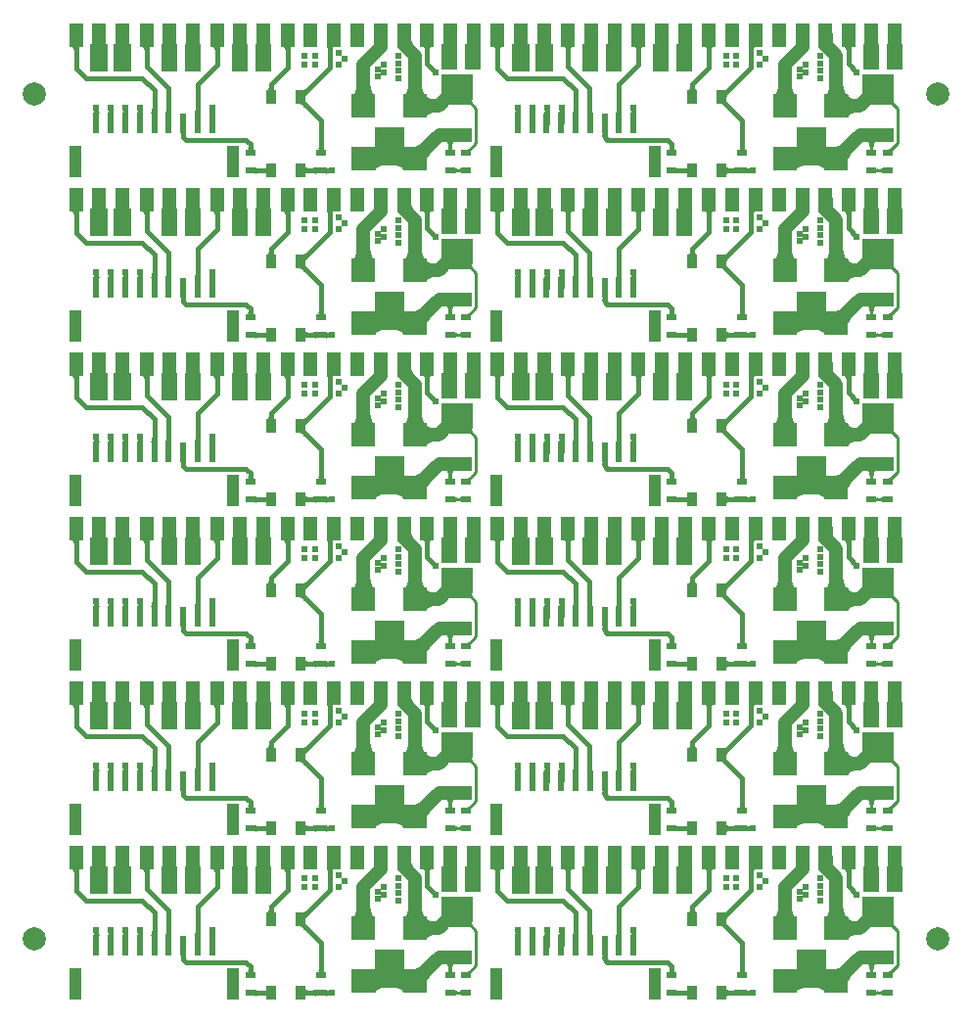
<source format=gtl>
G04 Layer_Physical_Order=1*
G04 Layer_Color=255*
%FSLAX25Y25*%
%MOIN*%
G70*
G01*
G75*
%ADD10R,0.03937X0.10630*%
%ADD11R,0.02362X0.07087*%
%ADD12R,0.04724X0.07874*%
%ADD13R,0.08000X0.08000*%
%ADD14R,0.03600X0.02400*%
%ADD15R,0.03200X0.04800*%
%ADD16R,0.10000X0.04800*%
%ADD17C,0.01000*%
%ADD18C,0.04500*%
%ADD19C,0.01500*%
%ADD20R,0.05500X0.08500*%
%ADD21R,0.05500X0.09500*%
%ADD22R,0.05500X0.09500*%
%ADD23R,0.06000X0.09500*%
%ADD24R,0.10000X0.11000*%
%ADD25R,0.10500X0.09000*%
%ADD26C,0.07874*%
%ADD27C,0.02400*%
G36*
X268483Y326061D02*
X268356Y326016D01*
X268244Y325941D01*
X268146Y325836D01*
X268063Y325701D01*
X267996Y325536D01*
X267944Y325341D01*
X267906Y325116D01*
X267883Y324861D01*
X267876Y324576D01*
X266376D01*
X266369Y324861D01*
X266346Y325116D01*
X266308Y325341D01*
X266256Y325536D01*
X266189Y325701D01*
X266106Y325836D01*
X266008Y325941D01*
X265896Y326016D01*
X265769Y326061D01*
X265626Y326076D01*
X268626D01*
X268483Y326061D01*
D02*
G37*
G36*
X235357D02*
X235230Y326016D01*
X235118Y325941D01*
X235020Y325836D01*
X234938Y325701D01*
X234870Y325536D01*
X234818Y325341D01*
X234780Y325116D01*
X234757Y324861D01*
X234750Y324576D01*
X233250D01*
X233248Y324861D01*
X233194Y325701D01*
X233169Y325836D01*
X233140Y325941D01*
X233106Y326016D01*
X233068Y326061D01*
X233025Y326076D01*
X235500D01*
X235357Y326061D01*
D02*
G37*
G36*
X220984D02*
X220856Y326016D01*
X220743Y325941D01*
X220646Y325836D01*
X220564Y325701D01*
X220496Y325536D01*
X220444Y325341D01*
X220406Y325116D01*
X220384Y324861D01*
X220376Y324576D01*
X218876D01*
X218868Y324861D01*
X218846Y325116D01*
X218809Y325341D01*
X218756Y325536D01*
X218689Y325701D01*
X218606Y325836D01*
X218509Y325941D01*
X218396Y326016D01*
X218268Y326061D01*
X218126Y326076D01*
X221126D01*
X220984Y326061D01*
D02*
G37*
G36*
X196984D02*
X196856Y326016D01*
X196744Y325941D01*
X196646Y325836D01*
X196563Y325701D01*
X196496Y325536D01*
X196443Y325341D01*
X196406Y325116D01*
X196384Y324861D01*
X196376Y324576D01*
X194876D01*
X194869Y324861D01*
X194846Y325116D01*
X194808Y325341D01*
X194756Y325536D01*
X194688Y325701D01*
X194606Y325836D01*
X194509Y325941D01*
X194396Y326016D01*
X194269Y326061D01*
X194126Y326076D01*
X197126D01*
X196984Y326061D01*
D02*
G37*
G36*
X172984D02*
X172856Y326016D01*
X172743Y325941D01*
X172646Y325836D01*
X172564Y325701D01*
X172496Y325536D01*
X172443Y325341D01*
X172406Y325116D01*
X172383Y324861D01*
X172376Y324576D01*
X170876D01*
X170869Y324861D01*
X170846Y325116D01*
X170808Y325341D01*
X170756Y325536D01*
X170688Y325701D01*
X170606Y325836D01*
X170509Y325941D01*
X170396Y326016D01*
X170268Y326061D01*
X170126Y326076D01*
X173126D01*
X172984Y326061D01*
D02*
G37*
G36*
X148984D02*
X148856Y326016D01*
X148743Y325941D01*
X148646Y325836D01*
X148564Y325701D01*
X148496Y325536D01*
X148443Y325341D01*
X148406Y325116D01*
X148383Y324861D01*
X148376Y324576D01*
X146876D01*
X146869Y324861D01*
X146846Y325116D01*
X146809Y325341D01*
X146756Y325536D01*
X146688Y325701D01*
X146606Y325836D01*
X146509Y325941D01*
X146396Y326016D01*
X146268Y326061D01*
X146126Y326076D01*
X149126D01*
X148984Y326061D01*
D02*
G37*
G36*
X124984D02*
X124856Y326016D01*
X124743Y325941D01*
X124646Y325836D01*
X124564Y325701D01*
X124496Y325536D01*
X124443Y325341D01*
X124406Y325116D01*
X124383Y324861D01*
X124376Y324576D01*
X122876D01*
X122869Y324861D01*
X122846Y325116D01*
X122809Y325341D01*
X122756Y325536D01*
X122688Y325701D01*
X122606Y325836D01*
X122509Y325941D01*
X122396Y326016D01*
X122268Y326061D01*
X122126Y326076D01*
X125126D01*
X124984Y326061D01*
D02*
G37*
G36*
X91857D02*
X91730Y326016D01*
X91618Y325941D01*
X91520Y325836D01*
X91438Y325701D01*
X91370Y325536D01*
X91317Y325341D01*
X91280Y325116D01*
X91258Y324861D01*
X91250Y324576D01*
X89750D01*
X89748Y324861D01*
X89694Y325701D01*
X89669Y325836D01*
X89640Y325941D01*
X89606Y326016D01*
X89568Y326061D01*
X89525Y326076D01*
X92000D01*
X91857Y326061D01*
D02*
G37*
G36*
X77483D02*
X77356Y326016D01*
X77244Y325941D01*
X77146Y325836D01*
X77064Y325701D01*
X76996Y325536D01*
X76943Y325341D01*
X76906Y325116D01*
X76884Y324861D01*
X76876Y324576D01*
X75376D01*
X75368Y324861D01*
X75346Y325116D01*
X75309Y325341D01*
X75256Y325536D01*
X75188Y325701D01*
X75106Y325836D01*
X75008Y325941D01*
X74896Y326016D01*
X74769Y326061D01*
X74626Y326076D01*
X77626D01*
X77483Y326061D01*
D02*
G37*
G36*
X53483D02*
X53356Y326016D01*
X53243Y325941D01*
X53146Y325836D01*
X53063Y325701D01*
X52996Y325536D01*
X52943Y325341D01*
X52906Y325116D01*
X52883Y324861D01*
X52876Y324576D01*
X51376D01*
X51368Y324861D01*
X51346Y325116D01*
X51309Y325341D01*
X51256Y325536D01*
X51188Y325701D01*
X51106Y325836D01*
X51008Y325941D01*
X50896Y326016D01*
X50769Y326061D01*
X50626Y326076D01*
X53626D01*
X53483Y326061D01*
D02*
G37*
G36*
X29484D02*
X29356Y326016D01*
X29243Y325941D01*
X29146Y325836D01*
X29063Y325701D01*
X28996Y325536D01*
X28943Y325341D01*
X28906Y325116D01*
X28883Y324861D01*
X28876Y324576D01*
X27376D01*
X27369Y324861D01*
X27346Y325116D01*
X27308Y325341D01*
X27256Y325536D01*
X27189Y325701D01*
X27106Y325836D01*
X27009Y325941D01*
X26896Y326016D01*
X26768Y326061D01*
X26626Y326076D01*
X29626D01*
X29484Y326061D01*
D02*
G37*
G36*
X5483D02*
X5356Y326016D01*
X5243Y325941D01*
X5146Y325836D01*
X5063Y325701D01*
X4996Y325536D01*
X4944Y325341D01*
X4906Y325116D01*
X4883Y324861D01*
X4876Y324576D01*
X3376D01*
X3368Y324861D01*
X3346Y325116D01*
X3308Y325341D01*
X3256Y325536D01*
X3189Y325701D01*
X3106Y325836D01*
X3008Y325941D01*
X2896Y326016D01*
X2768Y326061D01*
X2626Y326076D01*
X5626D01*
X5483Y326061D01*
D02*
G37*
G36*
X261353Y330234D02*
X261230Y329852D01*
X261228Y329409D01*
X261346Y328905D01*
X261585Y328339D01*
X261945Y327712D01*
X262426Y327024D01*
X263027Y326274D01*
X264591Y324591D01*
X261409Y321409D01*
X256899Y326076D01*
X261597Y330555D01*
X261353Y330234D01*
D02*
G37*
G36*
X117853D02*
X117730Y329852D01*
X117728Y329409D01*
X117846Y328905D01*
X118085Y328339D01*
X118445Y327712D01*
X118925Y327024D01*
X119527Y326274D01*
X121091Y324591D01*
X117909Y321409D01*
X113399Y326076D01*
X118097Y330555D01*
X117853Y330234D01*
D02*
G37*
G36*
X269456Y319106D02*
X269827Y318780D01*
X269879Y318745D01*
X269922Y318720D01*
X269959Y318705D01*
X269988Y318700D01*
X268800Y317512D01*
X268795Y317541D01*
X268780Y317578D01*
X268755Y317621D01*
X268720Y317673D01*
X268675Y317732D01*
X268555Y317873D01*
X268298Y318141D01*
X269359Y319202D01*
X269456Y319106D01*
D02*
G37*
G36*
X125956D02*
X126327Y318780D01*
X126378Y318745D01*
X126423Y318720D01*
X126459Y318705D01*
X126488Y318700D01*
X125300Y317512D01*
X125295Y317541D01*
X125280Y317578D01*
X125255Y317621D01*
X125220Y317673D01*
X125175Y317732D01*
X125055Y317873D01*
X124798Y318141D01*
X125859Y319202D01*
X125956Y319106D01*
D02*
G37*
G36*
X214757Y312600D02*
X214780Y312343D01*
X214818Y312116D01*
X214870Y311919D01*
X214937Y311753D01*
X215020Y311617D01*
X215118Y311511D01*
X215230Y311436D01*
X215357Y311390D01*
X215500Y311375D01*
X212500D01*
X212643Y311390D01*
X212770Y311436D01*
X212882Y311511D01*
X212980Y311617D01*
X213063Y311753D01*
X213130Y311919D01*
X213182Y312116D01*
X213220Y312343D01*
X213243Y312600D01*
X213250Y312887D01*
X214750D01*
X214757Y312600D01*
D02*
G37*
G36*
X71258D02*
X71280Y312343D01*
X71317Y312116D01*
X71370Y311919D01*
X71438Y311753D01*
X71520Y311617D01*
X71618Y311511D01*
X71730Y311436D01*
X71858Y311390D01*
X72000Y311375D01*
X69000D01*
X69143Y311390D01*
X69270Y311436D01*
X69383Y311511D01*
X69480Y311617D01*
X69563Y311753D01*
X69630Y311919D01*
X69683Y312116D01*
X69720Y312343D01*
X69743Y312600D01*
X69750Y312887D01*
X71250D01*
X71258Y312600D01*
D02*
G37*
G36*
X226648Y310587D02*
X226385Y310314D01*
X225964Y309809D01*
X225805Y309577D01*
X225680Y309358D01*
X225590Y309152D01*
X225535Y308960D01*
X225514Y308782D01*
X225527Y308617D01*
X225560Y308512D01*
X225587Y308534D01*
X225562Y308506D01*
X225575Y308466D01*
X225559Y308502D01*
X225493Y308427D01*
X225444Y308296D01*
X225439Y308142D01*
X225478Y307964D01*
X225562Y307764D01*
X225690Y307540D01*
X225863Y307293D01*
X226080Y307023D01*
X226648Y306413D01*
X225387Y305552D01*
X225088Y305840D01*
X224549Y306295D01*
X224308Y306462D01*
X224086Y306588D01*
X223884Y306674D01*
X223700Y306719D01*
X223536Y306724D01*
X223391Y306689D01*
X223266Y306613D01*
X225556Y308508D01*
X224266Y311375D01*
X224345Y311256D01*
X224455Y311187D01*
X224593Y311168D01*
X224761Y311199D01*
X224959Y311282D01*
X225186Y311414D01*
X225442Y311597D01*
X225728Y311830D01*
X226387Y312448D01*
X226648Y310587D01*
D02*
G37*
G36*
X83148D02*
X82885Y310314D01*
X82464Y309809D01*
X82305Y309577D01*
X82180Y309358D01*
X82090Y309152D01*
X82035Y308960D01*
X82014Y308782D01*
X82027Y308617D01*
X82060Y308512D01*
X82087Y308534D01*
X82062Y308506D01*
X82075Y308466D01*
X82059Y308502D01*
X81993Y308427D01*
X81944Y308296D01*
X81939Y308142D01*
X81978Y307964D01*
X82062Y307764D01*
X82190Y307540D01*
X82363Y307293D01*
X82580Y307023D01*
X83148Y306413D01*
X81887Y305552D01*
X81588Y305840D01*
X81049Y306295D01*
X80808Y306462D01*
X80586Y306588D01*
X80384Y306674D01*
X80200Y306719D01*
X80036Y306724D01*
X79891Y306689D01*
X79766Y306613D01*
X82056Y308508D01*
X80766Y311375D01*
X80845Y311256D01*
X80955Y311187D01*
X81093Y311168D01*
X81261Y311199D01*
X81459Y311282D01*
X81686Y311414D01*
X81942Y311597D01*
X82227Y311830D01*
X82887Y312448D01*
X83148Y310587D01*
D02*
G37*
G36*
X265267Y313632D02*
X265406Y312192D01*
X265528Y311607D01*
X265684Y311112D01*
X265875Y310707D01*
X266101Y310392D01*
X266362Y310167D01*
X266657Y310032D01*
X266987Y309987D01*
X259013D01*
X259343Y310032D01*
X259638Y310167D01*
X259899Y310392D01*
X260125Y310707D01*
X260316Y311112D01*
X260472Y311607D01*
X260594Y312192D01*
X260681Y312867D01*
X260733Y313632D01*
X260750Y314487D01*
X265250D01*
X265267Y313632D01*
D02*
G37*
G36*
X247767D02*
X247906Y312192D01*
X248028Y311607D01*
X248184Y311112D01*
X248375Y310707D01*
X248601Y310392D01*
X248862Y310167D01*
X249157Y310032D01*
X249487Y309987D01*
X241513D01*
X241843Y310032D01*
X242138Y310167D01*
X242399Y310392D01*
X242625Y310707D01*
X242816Y311112D01*
X242972Y311607D01*
X243094Y312192D01*
X243180Y312867D01*
X243233Y313632D01*
X243250Y314487D01*
X247750D01*
X247767Y313632D01*
D02*
G37*
G36*
X121767D02*
X121906Y312192D01*
X122028Y311607D01*
X122184Y311112D01*
X122375Y310707D01*
X122601Y310392D01*
X122862Y310167D01*
X123157Y310032D01*
X123487Y309987D01*
X115513D01*
X115843Y310032D01*
X116138Y310167D01*
X116399Y310392D01*
X116625Y310707D01*
X116816Y311112D01*
X116972Y311607D01*
X117094Y312192D01*
X117181Y312867D01*
X117233Y313632D01*
X117250Y314487D01*
X121750D01*
X121767Y313632D01*
D02*
G37*
G36*
X104267D02*
X104406Y312192D01*
X104528Y311607D01*
X104684Y311112D01*
X104875Y310707D01*
X105101Y310392D01*
X105362Y310167D01*
X105657Y310032D01*
X105987Y309987D01*
X98013D01*
X98343Y310032D01*
X98638Y310167D01*
X98899Y310392D01*
X99125Y310707D01*
X99316Y311112D01*
X99472Y311607D01*
X99594Y312192D01*
X99681Y312867D01*
X99733Y313632D01*
X99750Y314487D01*
X104250D01*
X104267Y313632D01*
D02*
G37*
G36*
X274439Y306425D02*
X274430Y306384D01*
X274382Y306308D01*
X274295Y306195D01*
X274004Y305864D01*
X272591Y304409D01*
X271000Y306000D01*
Y303750D01*
X270237Y303733D01*
X269555Y303680D01*
X268953Y303594D01*
X268432Y303472D01*
X267990Y303316D01*
X267629Y303125D01*
X267348Y302899D01*
X267147Y302638D01*
X267027Y302343D01*
X266987Y302013D01*
Y309987D01*
X267027Y309657D01*
X267147Y309362D01*
X267348Y309101D01*
X267629Y308875D01*
X267990Y308684D01*
X268432Y308528D01*
X268953Y308406D01*
X269555Y308319D01*
X270132Y308275D01*
X272525Y310539D01*
X274439Y306425D01*
D02*
G37*
G36*
X130939D02*
X130930Y306384D01*
X130882Y306308D01*
X130795Y306195D01*
X130504Y305864D01*
X129091Y304409D01*
X127500Y306000D01*
Y303750D01*
X126737Y303733D01*
X126055Y303680D01*
X125453Y303594D01*
X124932Y303472D01*
X124490Y303316D01*
X124129Y303125D01*
X123848Y302899D01*
X123647Y302638D01*
X123527Y302343D01*
X123487Y302013D01*
Y309987D01*
X123527Y309657D01*
X123647Y309362D01*
X123848Y309101D01*
X124129Y308875D01*
X124490Y308684D01*
X124932Y308528D01*
X125453Y308406D01*
X126055Y308319D01*
X126632Y308275D01*
X129025Y310539D01*
X130939Y306425D01*
D02*
G37*
G36*
X279210Y310306D02*
X280227Y309350D01*
X280231Y309312D01*
X280200Y309300D01*
Y308300D01*
X280231Y308288D01*
X280227Y308250D01*
X280188Y308188D01*
X280113Y308101D01*
X280003Y307989D01*
X279677Y307691D01*
X278924Y307057D01*
Y310542D01*
X279210Y310306D01*
D02*
G37*
G36*
X135710D02*
X136727Y309350D01*
X136731Y309312D01*
X136700Y309300D01*
Y308300D01*
X136731Y308288D01*
X136727Y308250D01*
X136688Y308188D01*
X136613Y308101D01*
X136503Y307989D01*
X136177Y307691D01*
X135424Y307057D01*
Y310542D01*
X135710Y310306D01*
D02*
G37*
G36*
X282424Y307846D02*
X282400Y307751D01*
X282404Y307644D01*
X282435Y307522D01*
X282493Y307387D01*
X282579Y307239D01*
X282692Y307078D01*
X282832Y306903D01*
X283194Y306513D01*
X282587Y305706D01*
X282376Y305909D01*
X282001Y306229D01*
X281837Y306345D01*
X281688Y306431D01*
X281554Y306489D01*
X281436Y306517D01*
X281333Y306515D01*
X281245Y306485D01*
X281173Y306425D01*
X282475Y307927D01*
X282424Y307846D01*
D02*
G37*
G36*
X138924D02*
X138900Y307751D01*
X138904Y307644D01*
X138935Y307522D01*
X138993Y307387D01*
X139079Y307239D01*
X139192Y307078D01*
X139332Y306903D01*
X139694Y306513D01*
X139087Y305706D01*
X138876Y305909D01*
X138501Y306229D01*
X138337Y306345D01*
X138188Y306431D01*
X138054Y306489D01*
X137936Y306517D01*
X137833Y306515D01*
X137745Y306485D01*
X137673Y306425D01*
X138975Y307927D01*
X138924Y307846D01*
D02*
G37*
G36*
X160175Y304745D02*
X160186Y304596D01*
X160282Y304590D01*
X160261Y304565D01*
X160242Y304527D01*
X160225Y304477D01*
X160211Y304415D01*
X160202Y304361D01*
X160209Y304265D01*
X160238Y304070D01*
X160276Y303905D01*
X160322Y303770D01*
X160376Y303665D01*
X160439Y303590D01*
X160510Y303545D01*
X160589Y303530D01*
X158253D01*
X158333Y303545D01*
X158404Y303590D01*
X158466Y303665D01*
X158521Y303770D01*
X158567Y303905D01*
X158604Y304070D01*
X158634Y304265D01*
X158649Y304429D01*
X158639Y304598D01*
X158629Y304645D01*
X158618Y304679D01*
X158606Y304700D01*
X158661Y304696D01*
X158671Y305030D01*
X160171D01*
X160175Y304745D01*
D02*
G37*
G36*
X16675D02*
X16686Y304596D01*
X16782Y304590D01*
X16761Y304565D01*
X16742Y304527D01*
X16725Y304477D01*
X16711Y304415D01*
X16702Y304361D01*
X16709Y304265D01*
X16738Y304070D01*
X16776Y303905D01*
X16822Y303770D01*
X16876Y303665D01*
X16939Y303590D01*
X17010Y303545D01*
X17089Y303530D01*
X14753D01*
X14833Y303545D01*
X14904Y303590D01*
X14966Y303665D01*
X15021Y303770D01*
X15067Y303905D01*
X15104Y304070D01*
X15134Y304265D01*
X15149Y304429D01*
X15139Y304598D01*
X15129Y304645D01*
X15118Y304679D01*
X15106Y304700D01*
X15161Y304696D01*
X15171Y305030D01*
X16671D01*
X16675Y304745D01*
D02*
G37*
G36*
X194624D02*
X194640Y304513D01*
X194710D01*
X194693Y304489D01*
X194678Y304453D01*
X194664Y304404D01*
X194652Y304343D01*
X194652Y304342D01*
X194658Y304265D01*
X194687Y304070D01*
X194725Y303905D01*
X194771Y303770D01*
X194825Y303665D01*
X194888Y303590D01*
X194959Y303545D01*
X195038Y303530D01*
X192702D01*
X192781Y303545D01*
X192852Y303590D01*
X192915Y303665D01*
X192970Y303770D01*
X193016Y303905D01*
X193053Y304070D01*
X193082Y304265D01*
X193088Y304330D01*
X193088Y304343D01*
X193076Y304404D01*
X193062Y304453D01*
X193047Y304489D01*
X193030Y304513D01*
X193104D01*
X193120Y305030D01*
X194620D01*
X194624Y304745D01*
D02*
G37*
G36*
X189703D02*
X189736Y304265D01*
X189766Y304070D01*
X189803Y303905D01*
X189849Y303770D01*
X189904Y303665D01*
X189966Y303590D01*
X190038Y303545D01*
X190117Y303530D01*
X187781D01*
X187860Y303545D01*
X187931Y303590D01*
X187994Y303665D01*
X188048Y303770D01*
X188094Y303905D01*
X188132Y304070D01*
X188161Y304265D01*
X188182Y304490D01*
X188199Y305030D01*
X189699D01*
X189703Y304745D01*
D02*
G37*
G36*
X179755D02*
X179797Y304265D01*
X179834Y304070D01*
X179881Y303905D01*
X179939Y303770D01*
X180007Y303665D01*
X180086Y303590D01*
X180175Y303545D01*
X180274Y303530D01*
X177938D01*
X177997Y303545D01*
X178050Y303590D01*
X178097Y303665D01*
X178138Y303770D01*
X178172Y303905D01*
X178200Y304070D01*
X178222Y304265D01*
X178247Y304745D01*
X178250Y305030D01*
X179750D01*
X179755Y304745D01*
D02*
G37*
G36*
X174939D02*
X174973Y304265D01*
X175002Y304070D01*
X175040Y303905D01*
X175086Y303770D01*
X175140Y303665D01*
X175203Y303590D01*
X175274Y303545D01*
X175353Y303530D01*
X173017D01*
X173096Y303545D01*
X173168Y303590D01*
X173230Y303665D01*
X173284Y303770D01*
X173330Y303905D01*
X173368Y304070D01*
X173397Y304265D01*
X173418Y304490D01*
X173435Y305030D01*
X174935D01*
X174939Y304745D01*
D02*
G37*
G36*
X170252D02*
X170258Y304643D01*
X170340D01*
X170323Y304619D01*
X170308Y304583D01*
X170294Y304534D01*
X170282Y304473D01*
X170274Y304409D01*
X170316Y303770D01*
X170339Y303665D01*
X170366Y303590D01*
X170397Y303545D01*
X170432Y303530D01*
X168096D01*
X168220Y303545D01*
X168331Y303590D01*
X168429Y303665D01*
X168514Y303770D01*
X168586Y303905D01*
X168645Y304070D01*
X168691Y304265D01*
X168719Y304455D01*
X168718Y304473D01*
X168706Y304534D01*
X168692Y304583D01*
X168677Y304619D01*
X168660Y304643D01*
X168736D01*
X168744Y304745D01*
X168750Y305030D01*
X170250D01*
X170252Y304745D01*
D02*
G37*
G36*
X165253D02*
X165260Y304643D01*
X165340D01*
X165323Y304619D01*
X165308Y304583D01*
X165294Y304534D01*
X165282Y304473D01*
X165276Y304427D01*
X165315Y303905D01*
X165344Y303770D01*
X165378Y303665D01*
X165417Y303590D01*
X165461Y303545D01*
X165511Y303530D01*
X163174D01*
X163284Y303545D01*
X163382Y303590D01*
X163468Y303665D01*
X163543Y303770D01*
X163606Y303905D01*
X163658Y304070D01*
X163698Y304265D01*
X163720Y304435D01*
X163718Y304473D01*
X163706Y304534D01*
X163692Y304583D01*
X163677Y304619D01*
X163660Y304643D01*
X163737D01*
X163744Y304745D01*
X163750Y305030D01*
X165250D01*
X165253Y304745D01*
D02*
G37*
G36*
X155254D02*
X155261Y304643D01*
X155340D01*
X155323Y304619D01*
X155308Y304583D01*
X155294Y304534D01*
X155282Y304473D01*
X155276Y304428D01*
X155288Y304265D01*
X155317Y304070D01*
X155354Y303905D01*
X155401Y303770D01*
X155455Y303665D01*
X155518Y303590D01*
X155589Y303545D01*
X155668Y303530D01*
X153332D01*
X153411Y303545D01*
X153482Y303590D01*
X153545Y303665D01*
X153600Y303770D01*
X153646Y303905D01*
X153683Y304070D01*
X153712Y304265D01*
X153723Y304383D01*
X153718Y304473D01*
X153706Y304534D01*
X153692Y304583D01*
X153677Y304619D01*
X153660Y304643D01*
X153738D01*
X153750Y305030D01*
X155250D01*
X155254Y304745D01*
D02*
G37*
G36*
X51124D02*
X51140Y304513D01*
X51210D01*
X51193Y304489D01*
X51178Y304453D01*
X51164Y304404D01*
X51152Y304343D01*
X51152Y304342D01*
X51158Y304265D01*
X51187Y304070D01*
X51225Y303905D01*
X51271Y303770D01*
X51325Y303665D01*
X51388Y303590D01*
X51459Y303545D01*
X51538Y303530D01*
X49202D01*
X49281Y303545D01*
X49352Y303590D01*
X49415Y303665D01*
X49470Y303770D01*
X49516Y303905D01*
X49553Y304070D01*
X49582Y304265D01*
X49589Y304330D01*
X49588Y304343D01*
X49576Y304404D01*
X49562Y304453D01*
X49547Y304489D01*
X49530Y304513D01*
X49604D01*
X49620Y305030D01*
X51120D01*
X51124Y304745D01*
D02*
G37*
G36*
X46203D02*
X46237Y304265D01*
X46266Y304070D01*
X46303Y303905D01*
X46349Y303770D01*
X46404Y303665D01*
X46466Y303590D01*
X46538Y303545D01*
X46617Y303530D01*
X44281D01*
X44360Y303545D01*
X44431Y303590D01*
X44494Y303665D01*
X44548Y303770D01*
X44594Y303905D01*
X44632Y304070D01*
X44661Y304265D01*
X44682Y304490D01*
X44699Y305030D01*
X46199D01*
X46203Y304745D01*
D02*
G37*
G36*
X36255D02*
X36297Y304265D01*
X36334Y304070D01*
X36381Y303905D01*
X36439Y303770D01*
X36507Y303665D01*
X36586Y303590D01*
X36675Y303545D01*
X36774Y303530D01*
X34438D01*
X34497Y303545D01*
X34550Y303590D01*
X34597Y303665D01*
X34638Y303770D01*
X34672Y303905D01*
X34700Y304070D01*
X34722Y304265D01*
X34747Y304745D01*
X34750Y305030D01*
X36250D01*
X36255Y304745D01*
D02*
G37*
G36*
X31439D02*
X31473Y304265D01*
X31502Y304070D01*
X31540Y303905D01*
X31586Y303770D01*
X31640Y303665D01*
X31703Y303590D01*
X31774Y303545D01*
X31853Y303530D01*
X29517D01*
X29596Y303545D01*
X29667Y303590D01*
X29730Y303665D01*
X29785Y303770D01*
X29831Y303905D01*
X29868Y304070D01*
X29897Y304265D01*
X29918Y304490D01*
X29935Y305030D01*
X31435D01*
X31439Y304745D01*
D02*
G37*
G36*
X26752D02*
X26759Y304643D01*
X26840D01*
X26823Y304619D01*
X26808Y304583D01*
X26794Y304534D01*
X26782Y304473D01*
X26774Y304409D01*
X26816Y303770D01*
X26839Y303665D01*
X26866Y303590D01*
X26897Y303545D01*
X26932Y303530D01*
X24596D01*
X24720Y303545D01*
X24831Y303590D01*
X24929Y303665D01*
X25014Y303770D01*
X25086Y303905D01*
X25145Y304070D01*
X25191Y304265D01*
X25219Y304455D01*
X25218Y304473D01*
X25206Y304534D01*
X25192Y304583D01*
X25177Y304619D01*
X25160Y304643D01*
X25236D01*
X25243Y304745D01*
X25250Y305030D01*
X26750D01*
X26752Y304745D01*
D02*
G37*
G36*
X21753D02*
X21760Y304643D01*
X21840D01*
X21823Y304619D01*
X21808Y304583D01*
X21794Y304534D01*
X21782Y304473D01*
X21776Y304427D01*
X21815Y303905D01*
X21844Y303770D01*
X21878Y303665D01*
X21917Y303590D01*
X21961Y303545D01*
X22011Y303530D01*
X19674D01*
X19784Y303545D01*
X19882Y303590D01*
X19968Y303665D01*
X20043Y303770D01*
X20106Y303905D01*
X20158Y304070D01*
X20198Y304265D01*
X20220Y304435D01*
X20218Y304473D01*
X20206Y304534D01*
X20192Y304583D01*
X20177Y304619D01*
X20160Y304643D01*
X20237D01*
X20244Y304745D01*
X20250Y305030D01*
X21750D01*
X21753Y304745D01*
D02*
G37*
G36*
X11754D02*
X11761Y304643D01*
X11840D01*
X11823Y304619D01*
X11808Y304583D01*
X11794Y304534D01*
X11782Y304473D01*
X11776Y304428D01*
X11788Y304265D01*
X11817Y304070D01*
X11855Y303905D01*
X11901Y303770D01*
X11955Y303665D01*
X12018Y303590D01*
X12089Y303545D01*
X12168Y303530D01*
X9832D01*
X9911Y303545D01*
X9982Y303590D01*
X10045Y303665D01*
X10099Y303770D01*
X10146Y303905D01*
X10183Y304070D01*
X10212Y304265D01*
X10223Y304383D01*
X10218Y304473D01*
X10206Y304534D01*
X10192Y304583D01*
X10177Y304619D01*
X10160Y304643D01*
X10238D01*
X10250Y305030D01*
X11750D01*
X11754Y304745D01*
D02*
G37*
G36*
X184978Y296460D02*
X184936Y296430D01*
X184899Y296380D01*
X184867Y296310D01*
X184839Y296220D01*
X184817Y296111D01*
X184800Y295981D01*
X184780Y295662D01*
X184778Y295472D01*
X183278D01*
X183275Y295662D01*
X183238Y296111D01*
X183216Y296220D01*
X183189Y296310D01*
X183156Y296380D01*
X183119Y296430D01*
X183077Y296460D01*
X183030Y296470D01*
X185025D01*
X184978Y296460D01*
D02*
G37*
G36*
X41478D02*
X41436Y296430D01*
X41399Y296380D01*
X41367Y296310D01*
X41339Y296220D01*
X41317Y296111D01*
X41300Y295981D01*
X41280Y295662D01*
X41278Y295472D01*
X39778D01*
X39775Y295662D01*
X39738Y296111D01*
X39716Y296220D01*
X39689Y296310D01*
X39656Y296380D01*
X39619Y296430D01*
X39577Y296460D01*
X39530Y296470D01*
X41525D01*
X41478Y296460D01*
D02*
G37*
G36*
X270169Y291987D02*
X269277Y291063D01*
X267874Y289407D01*
X267364Y288675D01*
X266981Y288006D01*
X266725Y287402D01*
X266597Y286861D01*
X266596Y286385D01*
X266722Y285972D01*
X266975Y285623D01*
X260623Y291975D01*
X260972Y291722D01*
X261385Y291596D01*
X261861Y291597D01*
X262402Y291725D01*
X263006Y291981D01*
X263675Y292364D01*
X264407Y292874D01*
X265203Y293512D01*
X266987Y295169D01*
X270169Y291987D01*
D02*
G37*
G36*
X126669D02*
X125777Y291063D01*
X124374Y289407D01*
X123864Y288675D01*
X123481Y288006D01*
X123225Y287402D01*
X123097Y286861D01*
X123096Y286385D01*
X123222Y285972D01*
X123475Y285623D01*
X117123Y291975D01*
X117472Y291722D01*
X117885Y291596D01*
X118361Y291597D01*
X118902Y291725D01*
X119507Y291981D01*
X120175Y292364D01*
X120907Y292874D01*
X121703Y293512D01*
X123487Y295169D01*
X126669Y291987D01*
D02*
G37*
G36*
X231757Y292450D02*
X231780Y292193D01*
X231818Y291966D01*
X231870Y291769D01*
X231938Y291603D01*
X232020Y291467D01*
X232118Y291361D01*
X232230Y291285D01*
X232358Y291240D01*
X232500Y291225D01*
X229500D01*
X229643Y291240D01*
X229770Y291285D01*
X229883Y291361D01*
X229980Y291467D01*
X230063Y291603D01*
X230130Y291769D01*
X230183Y291966D01*
X230220Y292193D01*
X230242Y292450D01*
X230250Y292737D01*
X231750D01*
X231757Y292450D01*
D02*
G37*
G36*
X207757D02*
X207780Y292193D01*
X207818Y291966D01*
X207870Y291769D01*
X207938Y291603D01*
X208020Y291467D01*
X208118Y291361D01*
X208230Y291285D01*
X208358Y291240D01*
X208500Y291225D01*
X205500D01*
X205643Y291240D01*
X205770Y291285D01*
X205883Y291361D01*
X205980Y291467D01*
X206063Y291603D01*
X206130Y291769D01*
X206183Y291966D01*
X206220Y292193D01*
X206242Y292450D01*
X206250Y292737D01*
X207750D01*
X207757Y292450D01*
D02*
G37*
G36*
X88257D02*
X88280Y292193D01*
X88318Y291966D01*
X88370Y291769D01*
X88437Y291603D01*
X88520Y291467D01*
X88617Y291361D01*
X88730Y291285D01*
X88858Y291240D01*
X89000Y291225D01*
X86000D01*
X86142Y291240D01*
X86270Y291285D01*
X86383Y291361D01*
X86480Y291467D01*
X86563Y291603D01*
X86630Y291769D01*
X86682Y291966D01*
X86720Y292193D01*
X86743Y292450D01*
X86750Y292737D01*
X88250D01*
X88257Y292450D01*
D02*
G37*
G36*
X64258D02*
X64280Y292193D01*
X64318Y291966D01*
X64370Y291769D01*
X64438Y291603D01*
X64520Y291467D01*
X64618Y291361D01*
X64730Y291285D01*
X64858Y291240D01*
X65000Y291225D01*
X62000D01*
X62142Y291240D01*
X62270Y291285D01*
X62383Y291361D01*
X62480Y291467D01*
X62563Y291603D01*
X62630Y291769D01*
X62682Y291966D01*
X62720Y292193D01*
X62743Y292450D01*
X62750Y292737D01*
X64250D01*
X64258Y292450D01*
D02*
G37*
G36*
X282994Y291749D02*
X282769Y291517D01*
X282420Y291113D01*
X282297Y290941D01*
X282208Y290790D01*
X282154Y290658D01*
X282133Y290547D01*
X282146Y290456D01*
X282193Y290386D01*
X282275Y290335D01*
X280287Y291151D01*
X280390Y291122D01*
X280501Y291115D01*
X280621Y291131D01*
X280750Y291169D01*
X280887Y291230D01*
X281032Y291313D01*
X281187Y291419D01*
X281350Y291547D01*
X281521Y291697D01*
X281701Y291870D01*
X282994Y291749D01*
D02*
G37*
G36*
X139494D02*
X139269Y291517D01*
X138920Y291113D01*
X138797Y290941D01*
X138708Y290790D01*
X138654Y290658D01*
X138633Y290547D01*
X138646Y290456D01*
X138693Y290386D01*
X138775Y290335D01*
X136787Y291151D01*
X136890Y291122D01*
X137001Y291115D01*
X137121Y291131D01*
X137250Y291169D01*
X137387Y291230D01*
X137532Y291313D01*
X137687Y291419D01*
X137850Y291547D01*
X138021Y291697D01*
X138201Y291870D01*
X139494Y291749D01*
D02*
G37*
G36*
X276728Y297681D02*
X277429Y297003D01*
X277515Y296894D01*
X277565Y296810D01*
X277579Y296749D01*
X277557Y296713D01*
X277500Y296701D01*
Y295701D01*
X277557Y295689D01*
X277579Y295652D01*
X277565Y295592D01*
X277515Y295507D01*
X277429Y295398D01*
X277308Y295265D01*
X276957Y294927D01*
X276614Y294624D01*
X276440Y294408D01*
X276242Y294091D01*
X276068Y293733D01*
X275918Y293332D01*
X275790Y292890D01*
X275686Y292406D01*
X275604Y291880D01*
X275581Y291586D01*
X275625Y291478D01*
X275680Y291387D01*
X275745Y291316D01*
X275820Y291266D01*
X275905Y291235D01*
X276000Y291225D01*
X275553D01*
X275512Y290702D01*
X275500Y290050D01*
X274500D01*
X274488Y290702D01*
X274447Y291225D01*
X274000D01*
X274095Y291235D01*
X274180Y291266D01*
X274255Y291316D01*
X274320Y291387D01*
X274375Y291478D01*
X274419Y291586D01*
X274396Y291880D01*
X274314Y292406D01*
X274210Y292890D01*
X274082Y293332D01*
X273932Y293733D01*
X273758Y294091D01*
X273560Y294408D01*
X273340Y294682D01*
X276463D01*
Y297911D01*
X276728Y297681D01*
D02*
G37*
G36*
X133228D02*
X133929Y297003D01*
X134015Y296894D01*
X134065Y296810D01*
X134079Y296749D01*
X134057Y296713D01*
X134000Y296701D01*
Y295701D01*
X134057Y295689D01*
X134079Y295652D01*
X134065Y295592D01*
X134015Y295507D01*
X133929Y295398D01*
X133807Y295265D01*
X133457Y294927D01*
X133114Y294624D01*
X132940Y294408D01*
X132743Y294091D01*
X132569Y293733D01*
X132418Y293332D01*
X132290Y292890D01*
X132186Y292406D01*
X132104Y291880D01*
X132081Y291586D01*
X132125Y291478D01*
X132180Y291387D01*
X132245Y291316D01*
X132320Y291266D01*
X132405Y291235D01*
X132500Y291225D01*
X132053D01*
X132012Y290702D01*
X132000Y290050D01*
X131000D01*
X130988Y290702D01*
X130947Y291225D01*
X130500D01*
X130595Y291235D01*
X130680Y291266D01*
X130755Y291316D01*
X130820Y291387D01*
X130875Y291478D01*
X130919Y291586D01*
X130896Y291880D01*
X130814Y292406D01*
X130710Y292890D01*
X130582Y293332D01*
X130431Y293733D01*
X130257Y294091D01*
X130060Y294408D01*
X129840Y294682D01*
X132963D01*
Y297911D01*
X133228Y297681D01*
D02*
G37*
G36*
X278725Y283024D02*
X278715Y283119D01*
X278684Y283204D01*
X278634Y283279D01*
X278563Y283344D01*
X278472Y283399D01*
X278361Y283444D01*
X278229Y283479D01*
X278077Y283504D01*
X277905Y283519D01*
X277750Y283523D01*
X277595Y283519D01*
X277423Y283504D01*
X277271Y283479D01*
X277139Y283444D01*
X277028Y283399D01*
X276937Y283344D01*
X276866Y283279D01*
X276816Y283204D01*
X276785Y283119D01*
X276775Y283024D01*
Y285024D01*
X276785Y284929D01*
X276816Y284844D01*
X276866Y284769D01*
X276937Y284704D01*
X277028Y284649D01*
X277139Y284604D01*
X277271Y284569D01*
X277423Y284544D01*
X277595Y284529D01*
X277750Y284525D01*
X277905Y284529D01*
X278077Y284544D01*
X278229Y284569D01*
X278361Y284604D01*
X278472Y284649D01*
X278563Y284704D01*
X278634Y284769D01*
X278684Y284844D01*
X278715Y284929D01*
X278725Y285024D01*
Y283024D01*
D02*
G37*
G36*
X135225D02*
X135215Y283119D01*
X135185Y283204D01*
X135134Y283279D01*
X135063Y283344D01*
X134972Y283399D01*
X134861Y283444D01*
X134729Y283479D01*
X134577Y283504D01*
X134405Y283519D01*
X134250Y283523D01*
X134095Y283519D01*
X133923Y283504D01*
X133771Y283479D01*
X133639Y283444D01*
X133528Y283399D01*
X133437Y283344D01*
X133366Y283279D01*
X133316Y283204D01*
X133285Y283119D01*
X133275Y283024D01*
Y285024D01*
X133285Y284929D01*
X133316Y284844D01*
X133366Y284769D01*
X133437Y284704D01*
X133528Y284649D01*
X133639Y284604D01*
X133771Y284569D01*
X133923Y284544D01*
X134095Y284529D01*
X134250Y284525D01*
X134405Y284529D01*
X134577Y284544D01*
X134729Y284569D01*
X134861Y284604D01*
X134972Y284649D01*
X135063Y284704D01*
X135134Y284769D01*
X135185Y284844D01*
X135215Y284929D01*
X135225Y285024D01*
Y283024D01*
D02*
G37*
G36*
X259013Y284013D02*
X258968Y284343D01*
X258833Y284638D01*
X258608Y284899D01*
X258293Y285125D01*
X257888Y285316D01*
X257393Y285472D01*
X256808Y285594D01*
X256133Y285681D01*
X255368Y285733D01*
X254513Y285750D01*
Y290250D01*
X255368Y290267D01*
X256808Y290406D01*
X257393Y290528D01*
X257888Y290684D01*
X258293Y290875D01*
X258608Y291101D01*
X258833Y291362D01*
X258968Y291657D01*
X259013Y291987D01*
Y284013D01*
D02*
G37*
G36*
X249532Y291657D02*
X249667Y291362D01*
X249892Y291101D01*
X250207Y290875D01*
X250612Y290684D01*
X251107Y290528D01*
X251692Y290406D01*
X252367Y290319D01*
X253132Y290267D01*
X253987Y290250D01*
Y285750D01*
X253132Y285733D01*
X251692Y285594D01*
X251107Y285472D01*
X250612Y285316D01*
X250207Y285125D01*
X249892Y284899D01*
X249667Y284638D01*
X249532Y284343D01*
X249487Y284013D01*
Y291987D01*
X249532Y291657D01*
D02*
G37*
G36*
X115513Y284013D02*
X115468Y284343D01*
X115333Y284638D01*
X115108Y284899D01*
X114793Y285125D01*
X114388Y285316D01*
X113893Y285472D01*
X113308Y285594D01*
X112633Y285681D01*
X111868Y285733D01*
X111013Y285750D01*
Y290250D01*
X111868Y290267D01*
X113308Y290406D01*
X113893Y290528D01*
X114388Y290684D01*
X114793Y290875D01*
X115108Y291101D01*
X115333Y291362D01*
X115468Y291657D01*
X115513Y291987D01*
Y284013D01*
D02*
G37*
G36*
X106032Y291657D02*
X106167Y291362D01*
X106392Y291101D01*
X106707Y290875D01*
X107112Y290684D01*
X107607Y290528D01*
X108192Y290406D01*
X108867Y290319D01*
X109632Y290267D01*
X110487Y290250D01*
Y285750D01*
X109632Y285733D01*
X108192Y285594D01*
X107607Y285472D01*
X107112Y285316D01*
X106707Y285125D01*
X106392Y284899D01*
X106167Y284638D01*
X106032Y284343D01*
X105987Y284013D01*
Y291987D01*
X106032Y291657D01*
D02*
G37*
G36*
X232802Y285054D02*
X232847Y284980D01*
X232922Y284914D01*
X233027Y284857D01*
X233162Y284809D01*
X233327Y284770D01*
X233522Y284739D01*
X233546Y284737D01*
X233584Y284744D01*
X233633Y284758D01*
X233669Y284773D01*
X233693Y284790D01*
Y284723D01*
X233747Y284717D01*
X234287Y284700D01*
Y283200D01*
X234002Y283196D01*
X233693Y283173D01*
Y283110D01*
X233669Y283127D01*
X233633Y283142D01*
X233584Y283156D01*
X233549Y283163D01*
X233522Y283161D01*
X233327Y283130D01*
X233162Y283091D01*
X233027Y283043D01*
X232922Y282986D01*
X232847Y282920D01*
X232802Y282846D01*
X232787Y282763D01*
Y285137D01*
X232802Y285054D01*
D02*
G37*
G36*
X89302D02*
X89347Y284980D01*
X89422Y284914D01*
X89527Y284857D01*
X89662Y284809D01*
X89827Y284770D01*
X90022Y284739D01*
X90047Y284737D01*
X90084Y284744D01*
X90133Y284758D01*
X90169Y284773D01*
X90193Y284790D01*
Y284723D01*
X90247Y284717D01*
X90787Y284700D01*
Y283200D01*
X90502Y283196D01*
X90193Y283173D01*
Y283110D01*
X90169Y283127D01*
X90133Y283142D01*
X90084Y283156D01*
X90049Y283163D01*
X90022Y283161D01*
X89827Y283130D01*
X89662Y283091D01*
X89527Y283043D01*
X89422Y282986D01*
X89347Y282920D01*
X89302Y282846D01*
X89287Y282763D01*
Y285137D01*
X89302Y285054D01*
D02*
G37*
G36*
X229213Y282763D02*
X229198Y282874D01*
X229153Y282974D01*
X229078Y283062D01*
X228973Y283138D01*
X228838Y283202D01*
X228673Y283255D01*
X228478Y283296D01*
X228253Y283325D01*
X227998Y283343D01*
X227713Y283348D01*
Y284848D01*
X227998Y284851D01*
X228673Y284895D01*
X228838Y284921D01*
X228973Y284952D01*
X229078Y284990D01*
X229153Y285033D01*
X229198Y285082D01*
X229213Y285137D01*
Y282763D01*
D02*
G37*
G36*
X208802Y285054D02*
X208847Y284980D01*
X208922Y284914D01*
X209027Y284857D01*
X209162Y284809D01*
X209327Y284770D01*
X209522Y284739D01*
X209747Y284717D01*
X210287Y284700D01*
Y283200D01*
X210002Y283196D01*
X209522Y283161D01*
X209327Y283130D01*
X209162Y283091D01*
X209027Y283043D01*
X208922Y282986D01*
X208847Y282920D01*
X208802Y282846D01*
X208787Y282763D01*
Y285137D01*
X208802Y285054D01*
D02*
G37*
G36*
X85713Y282763D02*
X85698Y282874D01*
X85653Y282974D01*
X85578Y283062D01*
X85473Y283138D01*
X85338Y283202D01*
X85173Y283255D01*
X84978Y283296D01*
X84753Y283325D01*
X84498Y283343D01*
X84213Y283348D01*
Y284848D01*
X84498Y284851D01*
X85173Y284895D01*
X85338Y284921D01*
X85473Y284952D01*
X85578Y284990D01*
X85653Y285033D01*
X85698Y285082D01*
X85713Y285137D01*
Y282763D01*
D02*
G37*
G36*
X65302Y285054D02*
X65347Y284980D01*
X65422Y284914D01*
X65527Y284857D01*
X65662Y284809D01*
X65827Y284770D01*
X66022Y284739D01*
X66247Y284717D01*
X66787Y284700D01*
Y283200D01*
X66502Y283196D01*
X66022Y283161D01*
X65827Y283130D01*
X65662Y283091D01*
X65527Y283043D01*
X65422Y282986D01*
X65347Y282920D01*
X65302Y282846D01*
X65287Y282763D01*
Y285137D01*
X65302Y285054D01*
D02*
G37*
G36*
X225590Y285456D02*
X225636Y285328D01*
X225711Y285216D01*
X225817Y285118D01*
X225953Y285036D01*
X226119Y284968D01*
X226316Y284916D01*
X226543Y284878D01*
X226800Y284856D01*
X227087Y284848D01*
Y283348D01*
X226800Y283341D01*
X226543Y283318D01*
X226316Y283281D01*
X226119Y283228D01*
X225953Y283161D01*
X225817Y283078D01*
X225711Y282981D01*
X225636Y282868D01*
X225590Y282741D01*
X225575Y282598D01*
Y285598D01*
X225590Y285456D01*
D02*
G37*
G36*
X82090D02*
X82135Y285328D01*
X82211Y285216D01*
X82317Y285118D01*
X82453Y285036D01*
X82619Y284968D01*
X82816Y284916D01*
X83043Y284878D01*
X83300Y284856D01*
X83587Y284848D01*
Y283348D01*
X83300Y283341D01*
X83043Y283318D01*
X82816Y283281D01*
X82619Y283228D01*
X82453Y283161D01*
X82317Y283078D01*
X82211Y282981D01*
X82135Y282868D01*
X82090Y282741D01*
X82075Y282598D01*
Y285598D01*
X82090Y285456D01*
D02*
G37*
G36*
X212425Y282450D02*
X212410Y282593D01*
X212365Y282720D01*
X212289Y282833D01*
X212183Y282930D01*
X212047Y283013D01*
X211881Y283080D01*
X211684Y283133D01*
X211457Y283170D01*
X211200Y283192D01*
X210913Y283200D01*
Y284700D01*
X211200Y284707D01*
X211457Y284730D01*
X211684Y284768D01*
X211881Y284820D01*
X212047Y284888D01*
X212183Y284970D01*
X212289Y285068D01*
X212365Y285180D01*
X212410Y285308D01*
X212425Y285450D01*
Y282450D01*
D02*
G37*
G36*
X68925D02*
X68910Y282593D01*
X68865Y282720D01*
X68789Y282833D01*
X68683Y282930D01*
X68547Y283013D01*
X68381Y283080D01*
X68184Y283133D01*
X67957Y283170D01*
X67700Y283192D01*
X67413Y283200D01*
Y284700D01*
X67700Y284707D01*
X67957Y284730D01*
X68184Y284768D01*
X68381Y284820D01*
X68547Y284888D01*
X68683Y284970D01*
X68789Y285068D01*
X68865Y285180D01*
X68910Y285308D01*
X68925Y285450D01*
Y282450D01*
D02*
G37*
G36*
X268483Y270061D02*
X268356Y270016D01*
X268244Y269941D01*
X268146Y269836D01*
X268063Y269701D01*
X267996Y269536D01*
X267944Y269341D01*
X267906Y269116D01*
X267883Y268861D01*
X267876Y268576D01*
X266376D01*
X266369Y268861D01*
X266346Y269116D01*
X266308Y269341D01*
X266256Y269536D01*
X266189Y269701D01*
X266106Y269836D01*
X266008Y269941D01*
X265896Y270016D01*
X265769Y270061D01*
X265626Y270076D01*
X268626D01*
X268483Y270061D01*
D02*
G37*
G36*
X235357D02*
X235230Y270016D01*
X235118Y269941D01*
X235020Y269836D01*
X234938Y269701D01*
X234870Y269536D01*
X234818Y269341D01*
X234780Y269116D01*
X234757Y268861D01*
X234750Y268576D01*
X233250D01*
X233248Y268861D01*
X233194Y269701D01*
X233169Y269836D01*
X233140Y269941D01*
X233106Y270016D01*
X233068Y270061D01*
X233025Y270076D01*
X235500D01*
X235357Y270061D01*
D02*
G37*
G36*
X220984D02*
X220856Y270016D01*
X220743Y269941D01*
X220646Y269836D01*
X220564Y269701D01*
X220496Y269536D01*
X220444Y269341D01*
X220406Y269116D01*
X220384Y268861D01*
X220376Y268576D01*
X218876D01*
X218868Y268861D01*
X218846Y269116D01*
X218809Y269341D01*
X218756Y269536D01*
X218689Y269701D01*
X218606Y269836D01*
X218509Y269941D01*
X218396Y270016D01*
X218268Y270061D01*
X218126Y270076D01*
X221126D01*
X220984Y270061D01*
D02*
G37*
G36*
X196984D02*
X196856Y270016D01*
X196744Y269941D01*
X196646Y269836D01*
X196563Y269701D01*
X196496Y269536D01*
X196443Y269341D01*
X196406Y269116D01*
X196384Y268861D01*
X196376Y268576D01*
X194876D01*
X194869Y268861D01*
X194846Y269116D01*
X194808Y269341D01*
X194756Y269536D01*
X194688Y269701D01*
X194606Y269836D01*
X194509Y269941D01*
X194396Y270016D01*
X194269Y270061D01*
X194126Y270076D01*
X197126D01*
X196984Y270061D01*
D02*
G37*
G36*
X172984D02*
X172856Y270016D01*
X172743Y269941D01*
X172646Y269836D01*
X172564Y269701D01*
X172496Y269536D01*
X172443Y269341D01*
X172406Y269116D01*
X172383Y268861D01*
X172376Y268576D01*
X170876D01*
X170869Y268861D01*
X170846Y269116D01*
X170808Y269341D01*
X170756Y269536D01*
X170688Y269701D01*
X170606Y269836D01*
X170509Y269941D01*
X170396Y270016D01*
X170268Y270061D01*
X170126Y270076D01*
X173126D01*
X172984Y270061D01*
D02*
G37*
G36*
X148984D02*
X148856Y270016D01*
X148743Y269941D01*
X148646Y269836D01*
X148564Y269701D01*
X148496Y269536D01*
X148443Y269341D01*
X148406Y269116D01*
X148383Y268861D01*
X148376Y268576D01*
X146876D01*
X146869Y268861D01*
X146846Y269116D01*
X146809Y269341D01*
X146756Y269536D01*
X146688Y269701D01*
X146606Y269836D01*
X146509Y269941D01*
X146396Y270016D01*
X146268Y270061D01*
X146126Y270076D01*
X149126D01*
X148984Y270061D01*
D02*
G37*
G36*
X124984D02*
X124856Y270016D01*
X124743Y269941D01*
X124646Y269836D01*
X124564Y269701D01*
X124496Y269536D01*
X124443Y269341D01*
X124406Y269116D01*
X124383Y268861D01*
X124376Y268576D01*
X122876D01*
X122869Y268861D01*
X122846Y269116D01*
X122809Y269341D01*
X122756Y269536D01*
X122688Y269701D01*
X122606Y269836D01*
X122509Y269941D01*
X122396Y270016D01*
X122268Y270061D01*
X122126Y270076D01*
X125126D01*
X124984Y270061D01*
D02*
G37*
G36*
X91857D02*
X91730Y270016D01*
X91618Y269941D01*
X91520Y269836D01*
X91438Y269701D01*
X91370Y269536D01*
X91317Y269341D01*
X91280Y269116D01*
X91258Y268861D01*
X91250Y268576D01*
X89750D01*
X89748Y268861D01*
X89694Y269701D01*
X89669Y269836D01*
X89640Y269941D01*
X89606Y270016D01*
X89568Y270061D01*
X89525Y270076D01*
X92000D01*
X91857Y270061D01*
D02*
G37*
G36*
X77483D02*
X77356Y270016D01*
X77244Y269941D01*
X77146Y269836D01*
X77064Y269701D01*
X76996Y269536D01*
X76943Y269341D01*
X76906Y269116D01*
X76884Y268861D01*
X76876Y268576D01*
X75376D01*
X75368Y268861D01*
X75346Y269116D01*
X75309Y269341D01*
X75256Y269536D01*
X75188Y269701D01*
X75106Y269836D01*
X75008Y269941D01*
X74896Y270016D01*
X74769Y270061D01*
X74626Y270076D01*
X77626D01*
X77483Y270061D01*
D02*
G37*
G36*
X53483D02*
X53356Y270016D01*
X53243Y269941D01*
X53146Y269836D01*
X53063Y269701D01*
X52996Y269536D01*
X52943Y269341D01*
X52906Y269116D01*
X52883Y268861D01*
X52876Y268576D01*
X51376D01*
X51368Y268861D01*
X51346Y269116D01*
X51309Y269341D01*
X51256Y269536D01*
X51188Y269701D01*
X51106Y269836D01*
X51008Y269941D01*
X50896Y270016D01*
X50769Y270061D01*
X50626Y270076D01*
X53626D01*
X53483Y270061D01*
D02*
G37*
G36*
X29484D02*
X29356Y270016D01*
X29243Y269941D01*
X29146Y269836D01*
X29063Y269701D01*
X28996Y269536D01*
X28943Y269341D01*
X28906Y269116D01*
X28883Y268861D01*
X28876Y268576D01*
X27376D01*
X27369Y268861D01*
X27346Y269116D01*
X27308Y269341D01*
X27256Y269536D01*
X27189Y269701D01*
X27106Y269836D01*
X27009Y269941D01*
X26896Y270016D01*
X26768Y270061D01*
X26626Y270076D01*
X29626D01*
X29484Y270061D01*
D02*
G37*
G36*
X5483D02*
X5356Y270016D01*
X5243Y269941D01*
X5146Y269836D01*
X5063Y269701D01*
X4996Y269536D01*
X4944Y269341D01*
X4906Y269116D01*
X4883Y268861D01*
X4876Y268576D01*
X3376D01*
X3368Y268861D01*
X3346Y269116D01*
X3308Y269341D01*
X3256Y269536D01*
X3189Y269701D01*
X3106Y269836D01*
X3008Y269941D01*
X2896Y270016D01*
X2768Y270061D01*
X2626Y270076D01*
X5626D01*
X5483Y270061D01*
D02*
G37*
G36*
X261353Y274234D02*
X261230Y273852D01*
X261228Y273409D01*
X261346Y272905D01*
X261585Y272339D01*
X261945Y271712D01*
X262426Y271024D01*
X263027Y270274D01*
X264591Y268591D01*
X261409Y265409D01*
X256899Y270076D01*
X261597Y274555D01*
X261353Y274234D01*
D02*
G37*
G36*
X117853D02*
X117730Y273852D01*
X117728Y273409D01*
X117846Y272905D01*
X118085Y272339D01*
X118445Y271712D01*
X118925Y271024D01*
X119527Y270274D01*
X121091Y268591D01*
X117909Y265409D01*
X113399Y270076D01*
X118097Y274555D01*
X117853Y274234D01*
D02*
G37*
G36*
X269456Y263106D02*
X269827Y262780D01*
X269879Y262745D01*
X269922Y262720D01*
X269959Y262705D01*
X269988Y262700D01*
X268800Y261512D01*
X268795Y261541D01*
X268780Y261578D01*
X268755Y261621D01*
X268720Y261673D01*
X268675Y261732D01*
X268555Y261873D01*
X268298Y262141D01*
X269359Y263202D01*
X269456Y263106D01*
D02*
G37*
G36*
X125956D02*
X126327Y262780D01*
X126378Y262745D01*
X126423Y262720D01*
X126459Y262705D01*
X126488Y262700D01*
X125300Y261512D01*
X125295Y261541D01*
X125280Y261578D01*
X125255Y261621D01*
X125220Y261673D01*
X125175Y261732D01*
X125055Y261873D01*
X124798Y262141D01*
X125859Y263202D01*
X125956Y263106D01*
D02*
G37*
G36*
X214757Y256600D02*
X214780Y256343D01*
X214818Y256116D01*
X214870Y255919D01*
X214937Y255753D01*
X215020Y255617D01*
X215118Y255511D01*
X215230Y255435D01*
X215357Y255390D01*
X215500Y255375D01*
X212500D01*
X212643Y255390D01*
X212770Y255435D01*
X212882Y255511D01*
X212980Y255617D01*
X213063Y255753D01*
X213130Y255919D01*
X213182Y256116D01*
X213220Y256343D01*
X213243Y256600D01*
X213250Y256887D01*
X214750D01*
X214757Y256600D01*
D02*
G37*
G36*
X71258D02*
X71280Y256343D01*
X71317Y256116D01*
X71370Y255919D01*
X71438Y255753D01*
X71520Y255617D01*
X71618Y255511D01*
X71730Y255435D01*
X71858Y255390D01*
X72000Y255375D01*
X69000D01*
X69143Y255390D01*
X69270Y255435D01*
X69383Y255511D01*
X69480Y255617D01*
X69563Y255753D01*
X69630Y255919D01*
X69683Y256116D01*
X69720Y256343D01*
X69743Y256600D01*
X69750Y256887D01*
X71250D01*
X71258Y256600D01*
D02*
G37*
G36*
X226648Y254587D02*
X226385Y254314D01*
X225964Y253809D01*
X225805Y253576D01*
X225680Y253358D01*
X225590Y253152D01*
X225535Y252960D01*
X225514Y252782D01*
X225527Y252617D01*
X225560Y252512D01*
X225587Y252534D01*
X225562Y252506D01*
X225575Y252466D01*
X225559Y252502D01*
X225493Y252427D01*
X225444Y252296D01*
X225439Y252142D01*
X225478Y251964D01*
X225562Y251764D01*
X225690Y251540D01*
X225863Y251293D01*
X226080Y251023D01*
X226648Y250413D01*
X225387Y249552D01*
X225088Y249840D01*
X224549Y250295D01*
X224308Y250462D01*
X224086Y250588D01*
X223884Y250674D01*
X223700Y250719D01*
X223536Y250724D01*
X223391Y250689D01*
X223266Y250613D01*
X225556Y252508D01*
X224266Y255375D01*
X224345Y255256D01*
X224455Y255187D01*
X224593Y255168D01*
X224761Y255200D01*
X224959Y255282D01*
X225186Y255414D01*
X225442Y255597D01*
X225728Y255830D01*
X226387Y256448D01*
X226648Y254587D01*
D02*
G37*
G36*
X83148D02*
X82885Y254314D01*
X82464Y253809D01*
X82305Y253576D01*
X82180Y253358D01*
X82090Y253152D01*
X82035Y252960D01*
X82014Y252782D01*
X82027Y252617D01*
X82060Y252512D01*
X82087Y252534D01*
X82062Y252506D01*
X82075Y252466D01*
X82059Y252502D01*
X81993Y252427D01*
X81944Y252296D01*
X81939Y252142D01*
X81978Y251964D01*
X82062Y251764D01*
X82190Y251540D01*
X82363Y251293D01*
X82580Y251023D01*
X83148Y250413D01*
X81887Y249552D01*
X81588Y249840D01*
X81049Y250295D01*
X80808Y250462D01*
X80586Y250588D01*
X80384Y250674D01*
X80200Y250719D01*
X80036Y250724D01*
X79891Y250689D01*
X79766Y250613D01*
X82056Y252508D01*
X80766Y255375D01*
X80845Y255256D01*
X80955Y255187D01*
X81093Y255168D01*
X81261Y255200D01*
X81459Y255282D01*
X81686Y255414D01*
X81942Y255597D01*
X82227Y255830D01*
X82887Y256448D01*
X83148Y254587D01*
D02*
G37*
G36*
X265267Y257632D02*
X265406Y256192D01*
X265528Y255607D01*
X265684Y255112D01*
X265875Y254707D01*
X266101Y254392D01*
X266362Y254167D01*
X266657Y254032D01*
X266987Y253987D01*
X259013D01*
X259343Y254032D01*
X259638Y254167D01*
X259899Y254392D01*
X260125Y254707D01*
X260316Y255112D01*
X260472Y255607D01*
X260594Y256192D01*
X260681Y256867D01*
X260733Y257632D01*
X260750Y258487D01*
X265250D01*
X265267Y257632D01*
D02*
G37*
G36*
X247767D02*
X247906Y256192D01*
X248028Y255607D01*
X248184Y255112D01*
X248375Y254707D01*
X248601Y254392D01*
X248862Y254167D01*
X249157Y254032D01*
X249487Y253987D01*
X241513D01*
X241843Y254032D01*
X242138Y254167D01*
X242399Y254392D01*
X242625Y254707D01*
X242816Y255112D01*
X242972Y255607D01*
X243094Y256192D01*
X243180Y256867D01*
X243233Y257632D01*
X243250Y258487D01*
X247750D01*
X247767Y257632D01*
D02*
G37*
G36*
X121767D02*
X121906Y256192D01*
X122028Y255607D01*
X122184Y255112D01*
X122375Y254707D01*
X122601Y254392D01*
X122862Y254167D01*
X123157Y254032D01*
X123487Y253987D01*
X115513D01*
X115843Y254032D01*
X116138Y254167D01*
X116399Y254392D01*
X116625Y254707D01*
X116816Y255112D01*
X116972Y255607D01*
X117094Y256192D01*
X117181Y256867D01*
X117233Y257632D01*
X117250Y258487D01*
X121750D01*
X121767Y257632D01*
D02*
G37*
G36*
X104267D02*
X104406Y256192D01*
X104528Y255607D01*
X104684Y255112D01*
X104875Y254707D01*
X105101Y254392D01*
X105362Y254167D01*
X105657Y254032D01*
X105987Y253987D01*
X98013D01*
X98343Y254032D01*
X98638Y254167D01*
X98899Y254392D01*
X99125Y254707D01*
X99316Y255112D01*
X99472Y255607D01*
X99594Y256192D01*
X99681Y256867D01*
X99733Y257632D01*
X99750Y258487D01*
X104250D01*
X104267Y257632D01*
D02*
G37*
G36*
X274439Y250425D02*
X274430Y250384D01*
X274382Y250308D01*
X274295Y250195D01*
X274004Y249864D01*
X272591Y248409D01*
X271000Y250000D01*
Y247750D01*
X270237Y247733D01*
X269555Y247680D01*
X268953Y247594D01*
X268432Y247472D01*
X267990Y247316D01*
X267629Y247125D01*
X267348Y246899D01*
X267147Y246638D01*
X267027Y246343D01*
X266987Y246013D01*
Y253987D01*
X267027Y253657D01*
X267147Y253362D01*
X267348Y253101D01*
X267629Y252875D01*
X267990Y252684D01*
X268432Y252528D01*
X268953Y252406D01*
X269555Y252320D01*
X270132Y252275D01*
X272525Y254539D01*
X274439Y250425D01*
D02*
G37*
G36*
X130939D02*
X130930Y250384D01*
X130882Y250308D01*
X130795Y250195D01*
X130504Y249864D01*
X129091Y248409D01*
X127500Y250000D01*
Y247750D01*
X126737Y247733D01*
X126055Y247680D01*
X125453Y247594D01*
X124932Y247472D01*
X124490Y247316D01*
X124129Y247125D01*
X123848Y246899D01*
X123647Y246638D01*
X123527Y246343D01*
X123487Y246013D01*
Y253987D01*
X123527Y253657D01*
X123647Y253362D01*
X123848Y253101D01*
X124129Y252875D01*
X124490Y252684D01*
X124932Y252528D01*
X125453Y252406D01*
X126055Y252320D01*
X126632Y252275D01*
X129025Y254539D01*
X130939Y250425D01*
D02*
G37*
G36*
X279210Y254306D02*
X280227Y253350D01*
X280231Y253312D01*
X280200Y253300D01*
Y252300D01*
X280231Y252288D01*
X280227Y252250D01*
X280188Y252188D01*
X280113Y252101D01*
X280003Y251989D01*
X279677Y251691D01*
X278924Y251058D01*
Y254542D01*
X279210Y254306D01*
D02*
G37*
G36*
X135710D02*
X136727Y253350D01*
X136731Y253312D01*
X136700Y253300D01*
Y252300D01*
X136731Y252288D01*
X136727Y252250D01*
X136688Y252188D01*
X136613Y252101D01*
X136503Y251989D01*
X136177Y251691D01*
X135424Y251058D01*
Y254542D01*
X135710Y254306D01*
D02*
G37*
G36*
X282424Y251846D02*
X282400Y251751D01*
X282404Y251643D01*
X282435Y251522D01*
X282493Y251388D01*
X282579Y251239D01*
X282692Y251078D01*
X282832Y250903D01*
X283194Y250513D01*
X282587Y249706D01*
X282376Y249909D01*
X282001Y250229D01*
X281837Y250345D01*
X281688Y250431D01*
X281554Y250489D01*
X281436Y250517D01*
X281333Y250515D01*
X281245Y250485D01*
X281173Y250425D01*
X282475Y251927D01*
X282424Y251846D01*
D02*
G37*
G36*
X138924D02*
X138900Y251751D01*
X138904Y251643D01*
X138935Y251522D01*
X138993Y251388D01*
X139079Y251239D01*
X139192Y251078D01*
X139332Y250903D01*
X139694Y250513D01*
X139087Y249706D01*
X138876Y249909D01*
X138501Y250229D01*
X138337Y250345D01*
X138188Y250431D01*
X138054Y250489D01*
X137936Y250517D01*
X137833Y250515D01*
X137745Y250485D01*
X137673Y250425D01*
X138975Y251927D01*
X138924Y251846D01*
D02*
G37*
G36*
X160175Y248745D02*
X160186Y248596D01*
X160282Y248590D01*
X160261Y248565D01*
X160242Y248527D01*
X160225Y248477D01*
X160211Y248415D01*
X160202Y248361D01*
X160209Y248265D01*
X160238Y248070D01*
X160276Y247905D01*
X160322Y247770D01*
X160376Y247665D01*
X160439Y247590D01*
X160510Y247545D01*
X160589Y247530D01*
X158253D01*
X158333Y247545D01*
X158404Y247590D01*
X158466Y247665D01*
X158521Y247770D01*
X158567Y247905D01*
X158604Y248070D01*
X158634Y248265D01*
X158649Y248429D01*
X158639Y248598D01*
X158629Y248645D01*
X158618Y248679D01*
X158606Y248700D01*
X158661Y248696D01*
X158671Y249030D01*
X160171D01*
X160175Y248745D01*
D02*
G37*
G36*
X16675D02*
X16686Y248596D01*
X16782Y248590D01*
X16761Y248565D01*
X16742Y248527D01*
X16725Y248477D01*
X16711Y248415D01*
X16702Y248361D01*
X16709Y248265D01*
X16738Y248070D01*
X16776Y247905D01*
X16822Y247770D01*
X16876Y247665D01*
X16939Y247590D01*
X17010Y247545D01*
X17089Y247530D01*
X14753D01*
X14833Y247545D01*
X14904Y247590D01*
X14966Y247665D01*
X15021Y247770D01*
X15067Y247905D01*
X15104Y248070D01*
X15134Y248265D01*
X15149Y248429D01*
X15139Y248598D01*
X15129Y248645D01*
X15118Y248679D01*
X15106Y248700D01*
X15161Y248696D01*
X15171Y249030D01*
X16671D01*
X16675Y248745D01*
D02*
G37*
G36*
X194624D02*
X194640Y248513D01*
X194710D01*
X194693Y248489D01*
X194678Y248453D01*
X194664Y248404D01*
X194652Y248343D01*
X194652Y248342D01*
X194658Y248265D01*
X194687Y248070D01*
X194725Y247905D01*
X194771Y247770D01*
X194825Y247665D01*
X194888Y247590D01*
X194959Y247545D01*
X195038Y247530D01*
X192702D01*
X192781Y247545D01*
X192852Y247590D01*
X192915Y247665D01*
X192970Y247770D01*
X193016Y247905D01*
X193053Y248070D01*
X193082Y248265D01*
X193088Y248330D01*
X193088Y248343D01*
X193076Y248404D01*
X193062Y248453D01*
X193047Y248489D01*
X193030Y248513D01*
X193104D01*
X193120Y249030D01*
X194620D01*
X194624Y248745D01*
D02*
G37*
G36*
X189703D02*
X189736Y248265D01*
X189766Y248070D01*
X189803Y247905D01*
X189849Y247770D01*
X189904Y247665D01*
X189966Y247590D01*
X190038Y247545D01*
X190117Y247530D01*
X187781D01*
X187860Y247545D01*
X187931Y247590D01*
X187994Y247665D01*
X188048Y247770D01*
X188094Y247905D01*
X188132Y248070D01*
X188161Y248265D01*
X188182Y248490D01*
X188199Y249030D01*
X189699D01*
X189703Y248745D01*
D02*
G37*
G36*
X179755D02*
X179797Y248265D01*
X179834Y248070D01*
X179881Y247905D01*
X179939Y247770D01*
X180007Y247665D01*
X180086Y247590D01*
X180175Y247545D01*
X180274Y247530D01*
X177938D01*
X177997Y247545D01*
X178050Y247590D01*
X178097Y247665D01*
X178138Y247770D01*
X178172Y247905D01*
X178200Y248070D01*
X178222Y248265D01*
X178247Y248745D01*
X178250Y249030D01*
X179750D01*
X179755Y248745D01*
D02*
G37*
G36*
X174939D02*
X174973Y248265D01*
X175002Y248070D01*
X175040Y247905D01*
X175086Y247770D01*
X175140Y247665D01*
X175203Y247590D01*
X175274Y247545D01*
X175353Y247530D01*
X173017D01*
X173096Y247545D01*
X173168Y247590D01*
X173230Y247665D01*
X173284Y247770D01*
X173330Y247905D01*
X173368Y248070D01*
X173397Y248265D01*
X173418Y248490D01*
X173435Y249030D01*
X174935D01*
X174939Y248745D01*
D02*
G37*
G36*
X170252D02*
X170258Y248643D01*
X170340D01*
X170323Y248619D01*
X170308Y248583D01*
X170294Y248534D01*
X170282Y248473D01*
X170274Y248409D01*
X170316Y247770D01*
X170339Y247665D01*
X170366Y247590D01*
X170397Y247545D01*
X170432Y247530D01*
X168096D01*
X168220Y247545D01*
X168331Y247590D01*
X168429Y247665D01*
X168514Y247770D01*
X168586Y247905D01*
X168645Y248070D01*
X168691Y248265D01*
X168719Y248455D01*
X168718Y248473D01*
X168706Y248534D01*
X168692Y248583D01*
X168677Y248619D01*
X168660Y248643D01*
X168736D01*
X168744Y248745D01*
X168750Y249030D01*
X170250D01*
X170252Y248745D01*
D02*
G37*
G36*
X165253D02*
X165260Y248643D01*
X165340D01*
X165323Y248619D01*
X165308Y248583D01*
X165294Y248534D01*
X165282Y248473D01*
X165276Y248427D01*
X165315Y247905D01*
X165344Y247770D01*
X165378Y247665D01*
X165417Y247590D01*
X165461Y247545D01*
X165511Y247530D01*
X163174D01*
X163284Y247545D01*
X163382Y247590D01*
X163468Y247665D01*
X163543Y247770D01*
X163606Y247905D01*
X163658Y248070D01*
X163698Y248265D01*
X163720Y248435D01*
X163718Y248473D01*
X163706Y248534D01*
X163692Y248583D01*
X163677Y248619D01*
X163660Y248643D01*
X163737D01*
X163744Y248745D01*
X163750Y249030D01*
X165250D01*
X165253Y248745D01*
D02*
G37*
G36*
X155254D02*
X155261Y248643D01*
X155340D01*
X155323Y248619D01*
X155308Y248583D01*
X155294Y248534D01*
X155282Y248473D01*
X155276Y248428D01*
X155288Y248265D01*
X155317Y248070D01*
X155354Y247905D01*
X155401Y247770D01*
X155455Y247665D01*
X155518Y247590D01*
X155589Y247545D01*
X155668Y247530D01*
X153332D01*
X153411Y247545D01*
X153482Y247590D01*
X153545Y247665D01*
X153600Y247770D01*
X153646Y247905D01*
X153683Y248070D01*
X153712Y248265D01*
X153723Y248383D01*
X153718Y248473D01*
X153706Y248534D01*
X153692Y248583D01*
X153677Y248619D01*
X153660Y248643D01*
X153738D01*
X153750Y249030D01*
X155250D01*
X155254Y248745D01*
D02*
G37*
G36*
X51124D02*
X51140Y248513D01*
X51210D01*
X51193Y248489D01*
X51178Y248453D01*
X51164Y248404D01*
X51152Y248343D01*
X51152Y248342D01*
X51158Y248265D01*
X51187Y248070D01*
X51225Y247905D01*
X51271Y247770D01*
X51325Y247665D01*
X51388Y247590D01*
X51459Y247545D01*
X51538Y247530D01*
X49202D01*
X49281Y247545D01*
X49352Y247590D01*
X49415Y247665D01*
X49470Y247770D01*
X49516Y247905D01*
X49553Y248070D01*
X49582Y248265D01*
X49589Y248330D01*
X49588Y248343D01*
X49576Y248404D01*
X49562Y248453D01*
X49547Y248489D01*
X49530Y248513D01*
X49604D01*
X49620Y249030D01*
X51120D01*
X51124Y248745D01*
D02*
G37*
G36*
X46203D02*
X46237Y248265D01*
X46266Y248070D01*
X46303Y247905D01*
X46349Y247770D01*
X46404Y247665D01*
X46466Y247590D01*
X46538Y247545D01*
X46617Y247530D01*
X44281D01*
X44360Y247545D01*
X44431Y247590D01*
X44494Y247665D01*
X44548Y247770D01*
X44594Y247905D01*
X44632Y248070D01*
X44661Y248265D01*
X44682Y248490D01*
X44699Y249030D01*
X46199D01*
X46203Y248745D01*
D02*
G37*
G36*
X36255D02*
X36297Y248265D01*
X36334Y248070D01*
X36381Y247905D01*
X36439Y247770D01*
X36507Y247665D01*
X36586Y247590D01*
X36675Y247545D01*
X36774Y247530D01*
X34438D01*
X34497Y247545D01*
X34550Y247590D01*
X34597Y247665D01*
X34638Y247770D01*
X34672Y247905D01*
X34700Y248070D01*
X34722Y248265D01*
X34747Y248745D01*
X34750Y249030D01*
X36250D01*
X36255Y248745D01*
D02*
G37*
G36*
X31439D02*
X31473Y248265D01*
X31502Y248070D01*
X31540Y247905D01*
X31586Y247770D01*
X31640Y247665D01*
X31703Y247590D01*
X31774Y247545D01*
X31853Y247530D01*
X29517D01*
X29596Y247545D01*
X29667Y247590D01*
X29730Y247665D01*
X29785Y247770D01*
X29831Y247905D01*
X29868Y248070D01*
X29897Y248265D01*
X29918Y248490D01*
X29935Y249030D01*
X31435D01*
X31439Y248745D01*
D02*
G37*
G36*
X26752D02*
X26759Y248643D01*
X26840D01*
X26823Y248619D01*
X26808Y248583D01*
X26794Y248534D01*
X26782Y248473D01*
X26774Y248409D01*
X26816Y247770D01*
X26839Y247665D01*
X26866Y247590D01*
X26897Y247545D01*
X26932Y247530D01*
X24596D01*
X24720Y247545D01*
X24831Y247590D01*
X24929Y247665D01*
X25014Y247770D01*
X25086Y247905D01*
X25145Y248070D01*
X25191Y248265D01*
X25219Y248455D01*
X25218Y248473D01*
X25206Y248534D01*
X25192Y248583D01*
X25177Y248619D01*
X25160Y248643D01*
X25236D01*
X25243Y248745D01*
X25250Y249030D01*
X26750D01*
X26752Y248745D01*
D02*
G37*
G36*
X21753D02*
X21760Y248643D01*
X21840D01*
X21823Y248619D01*
X21808Y248583D01*
X21794Y248534D01*
X21782Y248473D01*
X21776Y248427D01*
X21815Y247905D01*
X21844Y247770D01*
X21878Y247665D01*
X21917Y247590D01*
X21961Y247545D01*
X22011Y247530D01*
X19674D01*
X19784Y247545D01*
X19882Y247590D01*
X19968Y247665D01*
X20043Y247770D01*
X20106Y247905D01*
X20158Y248070D01*
X20198Y248265D01*
X20220Y248435D01*
X20218Y248473D01*
X20206Y248534D01*
X20192Y248583D01*
X20177Y248619D01*
X20160Y248643D01*
X20237D01*
X20244Y248745D01*
X20250Y249030D01*
X21750D01*
X21753Y248745D01*
D02*
G37*
G36*
X11754D02*
X11761Y248643D01*
X11840D01*
X11823Y248619D01*
X11808Y248583D01*
X11794Y248534D01*
X11782Y248473D01*
X11776Y248428D01*
X11788Y248265D01*
X11817Y248070D01*
X11855Y247905D01*
X11901Y247770D01*
X11955Y247665D01*
X12018Y247590D01*
X12089Y247545D01*
X12168Y247530D01*
X9832D01*
X9911Y247545D01*
X9982Y247590D01*
X10045Y247665D01*
X10099Y247770D01*
X10146Y247905D01*
X10183Y248070D01*
X10212Y248265D01*
X10223Y248383D01*
X10218Y248473D01*
X10206Y248534D01*
X10192Y248583D01*
X10177Y248619D01*
X10160Y248643D01*
X10238D01*
X10250Y249030D01*
X11750D01*
X11754Y248745D01*
D02*
G37*
G36*
X184978Y240460D02*
X184936Y240430D01*
X184899Y240380D01*
X184867Y240310D01*
X184839Y240220D01*
X184817Y240111D01*
X184800Y239981D01*
X184780Y239662D01*
X184778Y239472D01*
X183278D01*
X183275Y239662D01*
X183238Y240111D01*
X183216Y240220D01*
X183189Y240310D01*
X183156Y240380D01*
X183119Y240430D01*
X183077Y240460D01*
X183030Y240470D01*
X185025D01*
X184978Y240460D01*
D02*
G37*
G36*
X41478D02*
X41436Y240430D01*
X41399Y240380D01*
X41367Y240310D01*
X41339Y240220D01*
X41317Y240111D01*
X41300Y239981D01*
X41280Y239662D01*
X41278Y239472D01*
X39778D01*
X39775Y239662D01*
X39738Y240111D01*
X39716Y240220D01*
X39689Y240310D01*
X39656Y240380D01*
X39619Y240430D01*
X39577Y240460D01*
X39530Y240470D01*
X41525D01*
X41478Y240460D01*
D02*
G37*
G36*
X270169Y235987D02*
X269277Y235063D01*
X267874Y233407D01*
X267364Y232675D01*
X266981Y232007D01*
X266725Y231402D01*
X266597Y230861D01*
X266596Y230385D01*
X266722Y229972D01*
X266975Y229623D01*
X260623Y235975D01*
X260972Y235722D01*
X261385Y235596D01*
X261861Y235597D01*
X262402Y235725D01*
X263006Y235981D01*
X263675Y236364D01*
X264407Y236874D01*
X265203Y237512D01*
X266987Y239169D01*
X270169Y235987D01*
D02*
G37*
G36*
X126669D02*
X125777Y235063D01*
X124374Y233407D01*
X123864Y232675D01*
X123481Y232007D01*
X123225Y231402D01*
X123097Y230861D01*
X123096Y230385D01*
X123222Y229972D01*
X123475Y229623D01*
X117123Y235975D01*
X117472Y235722D01*
X117885Y235596D01*
X118361Y235597D01*
X118902Y235725D01*
X119507Y235981D01*
X120175Y236364D01*
X120907Y236874D01*
X121703Y237512D01*
X123487Y239169D01*
X126669Y235987D01*
D02*
G37*
G36*
X231757Y236450D02*
X231780Y236193D01*
X231818Y235966D01*
X231870Y235769D01*
X231938Y235603D01*
X232020Y235467D01*
X232118Y235361D01*
X232230Y235285D01*
X232358Y235240D01*
X232500Y235225D01*
X229500D01*
X229643Y235240D01*
X229770Y235285D01*
X229883Y235361D01*
X229980Y235467D01*
X230063Y235603D01*
X230130Y235769D01*
X230183Y235966D01*
X230220Y236193D01*
X230242Y236450D01*
X230250Y236737D01*
X231750D01*
X231757Y236450D01*
D02*
G37*
G36*
X207757D02*
X207780Y236193D01*
X207818Y235966D01*
X207870Y235769D01*
X207938Y235603D01*
X208020Y235467D01*
X208118Y235361D01*
X208230Y235285D01*
X208358Y235240D01*
X208500Y235225D01*
X205500D01*
X205643Y235240D01*
X205770Y235285D01*
X205883Y235361D01*
X205980Y235467D01*
X206063Y235603D01*
X206130Y235769D01*
X206183Y235966D01*
X206220Y236193D01*
X206242Y236450D01*
X206250Y236737D01*
X207750D01*
X207757Y236450D01*
D02*
G37*
G36*
X88257D02*
X88280Y236193D01*
X88318Y235966D01*
X88370Y235769D01*
X88437Y235603D01*
X88520Y235467D01*
X88617Y235361D01*
X88730Y235285D01*
X88858Y235240D01*
X89000Y235225D01*
X86000D01*
X86142Y235240D01*
X86270Y235285D01*
X86383Y235361D01*
X86480Y235467D01*
X86563Y235603D01*
X86630Y235769D01*
X86682Y235966D01*
X86720Y236193D01*
X86743Y236450D01*
X86750Y236737D01*
X88250D01*
X88257Y236450D01*
D02*
G37*
G36*
X64258D02*
X64280Y236193D01*
X64318Y235966D01*
X64370Y235769D01*
X64438Y235603D01*
X64520Y235467D01*
X64618Y235361D01*
X64730Y235285D01*
X64858Y235240D01*
X65000Y235225D01*
X62000D01*
X62142Y235240D01*
X62270Y235285D01*
X62383Y235361D01*
X62480Y235467D01*
X62563Y235603D01*
X62630Y235769D01*
X62682Y235966D01*
X62720Y236193D01*
X62743Y236450D01*
X62750Y236737D01*
X64250D01*
X64258Y236450D01*
D02*
G37*
G36*
X282994Y235749D02*
X282769Y235517D01*
X282420Y235113D01*
X282297Y234941D01*
X282208Y234790D01*
X282154Y234659D01*
X282133Y234547D01*
X282146Y234456D01*
X282193Y234386D01*
X282275Y234335D01*
X280287Y235151D01*
X280390Y235122D01*
X280501Y235115D01*
X280621Y235131D01*
X280750Y235169D01*
X280887Y235230D01*
X281032Y235313D01*
X281187Y235419D01*
X281350Y235547D01*
X281521Y235697D01*
X281701Y235871D01*
X282994Y235749D01*
D02*
G37*
G36*
X139494D02*
X139269Y235517D01*
X138920Y235113D01*
X138797Y234941D01*
X138708Y234790D01*
X138654Y234659D01*
X138633Y234547D01*
X138646Y234456D01*
X138693Y234386D01*
X138775Y234335D01*
X136787Y235151D01*
X136890Y235122D01*
X137001Y235115D01*
X137121Y235131D01*
X137250Y235169D01*
X137387Y235230D01*
X137532Y235313D01*
X137687Y235419D01*
X137850Y235547D01*
X138021Y235697D01*
X138201Y235871D01*
X139494Y235749D01*
D02*
G37*
G36*
X276728Y241681D02*
X277429Y241003D01*
X277515Y240894D01*
X277565Y240810D01*
X277579Y240749D01*
X277557Y240713D01*
X277500Y240701D01*
Y239701D01*
X277557Y239689D01*
X277579Y239652D01*
X277565Y239592D01*
X277515Y239507D01*
X277429Y239398D01*
X277308Y239265D01*
X276957Y238927D01*
X276614Y238624D01*
X276440Y238407D01*
X276242Y238091D01*
X276068Y237733D01*
X275918Y237332D01*
X275790Y236890D01*
X275686Y236406D01*
X275604Y235880D01*
X275581Y235586D01*
X275625Y235478D01*
X275680Y235387D01*
X275745Y235316D01*
X275820Y235265D01*
X275905Y235235D01*
X276000Y235225D01*
X275553D01*
X275512Y234702D01*
X275500Y234050D01*
X274500D01*
X274488Y234702D01*
X274447Y235225D01*
X274000D01*
X274095Y235235D01*
X274180Y235265D01*
X274255Y235316D01*
X274320Y235387D01*
X274375Y235478D01*
X274419Y235586D01*
X274396Y235880D01*
X274314Y236406D01*
X274210Y236890D01*
X274082Y237332D01*
X273932Y237733D01*
X273758Y238091D01*
X273560Y238407D01*
X273340Y238682D01*
X276463D01*
Y241911D01*
X276728Y241681D01*
D02*
G37*
G36*
X133228D02*
X133929Y241003D01*
X134015Y240894D01*
X134065Y240810D01*
X134079Y240749D01*
X134057Y240713D01*
X134000Y240701D01*
Y239701D01*
X134057Y239689D01*
X134079Y239652D01*
X134065Y239592D01*
X134015Y239507D01*
X133929Y239398D01*
X133807Y239265D01*
X133457Y238927D01*
X133114Y238624D01*
X132940Y238407D01*
X132743Y238091D01*
X132569Y237733D01*
X132418Y237332D01*
X132290Y236890D01*
X132186Y236406D01*
X132104Y235880D01*
X132081Y235586D01*
X132125Y235478D01*
X132180Y235387D01*
X132245Y235316D01*
X132320Y235265D01*
X132405Y235235D01*
X132500Y235225D01*
X132053D01*
X132012Y234702D01*
X132000Y234050D01*
X131000D01*
X130988Y234702D01*
X130947Y235225D01*
X130500D01*
X130595Y235235D01*
X130680Y235265D01*
X130755Y235316D01*
X130820Y235387D01*
X130875Y235478D01*
X130919Y235586D01*
X130896Y235880D01*
X130814Y236406D01*
X130710Y236890D01*
X130582Y237332D01*
X130431Y237733D01*
X130257Y238091D01*
X130060Y238407D01*
X129840Y238682D01*
X132963D01*
Y241911D01*
X133228Y241681D01*
D02*
G37*
G36*
X278725Y227024D02*
X278715Y227119D01*
X278684Y227204D01*
X278634Y227279D01*
X278563Y227344D01*
X278472Y227399D01*
X278361Y227444D01*
X278229Y227479D01*
X278077Y227504D01*
X277905Y227519D01*
X277750Y227523D01*
X277595Y227519D01*
X277423Y227504D01*
X277271Y227479D01*
X277139Y227444D01*
X277028Y227399D01*
X276937Y227344D01*
X276866Y227279D01*
X276816Y227204D01*
X276785Y227119D01*
X276775Y227024D01*
Y229024D01*
X276785Y228929D01*
X276816Y228844D01*
X276866Y228769D01*
X276937Y228704D01*
X277028Y228649D01*
X277139Y228604D01*
X277271Y228569D01*
X277423Y228544D01*
X277595Y228529D01*
X277750Y228525D01*
X277905Y228529D01*
X278077Y228544D01*
X278229Y228569D01*
X278361Y228604D01*
X278472Y228649D01*
X278563Y228704D01*
X278634Y228769D01*
X278684Y228844D01*
X278715Y228929D01*
X278725Y229024D01*
Y227024D01*
D02*
G37*
G36*
X135225D02*
X135215Y227119D01*
X135185Y227204D01*
X135134Y227279D01*
X135063Y227344D01*
X134972Y227399D01*
X134861Y227444D01*
X134729Y227479D01*
X134577Y227504D01*
X134405Y227519D01*
X134250Y227523D01*
X134095Y227519D01*
X133923Y227504D01*
X133771Y227479D01*
X133639Y227444D01*
X133528Y227399D01*
X133437Y227344D01*
X133366Y227279D01*
X133316Y227204D01*
X133285Y227119D01*
X133275Y227024D01*
Y229024D01*
X133285Y228929D01*
X133316Y228844D01*
X133366Y228769D01*
X133437Y228704D01*
X133528Y228649D01*
X133639Y228604D01*
X133771Y228569D01*
X133923Y228544D01*
X134095Y228529D01*
X134250Y228525D01*
X134405Y228529D01*
X134577Y228544D01*
X134729Y228569D01*
X134861Y228604D01*
X134972Y228649D01*
X135063Y228704D01*
X135134Y228769D01*
X135185Y228844D01*
X135215Y228929D01*
X135225Y229024D01*
Y227024D01*
D02*
G37*
G36*
X259013Y228013D02*
X258968Y228343D01*
X258833Y228638D01*
X258608Y228899D01*
X258293Y229125D01*
X257888Y229316D01*
X257393Y229472D01*
X256808Y229594D01*
X256133Y229680D01*
X255368Y229733D01*
X254513Y229750D01*
Y234250D01*
X255368Y234267D01*
X256808Y234406D01*
X257393Y234528D01*
X257888Y234684D01*
X258293Y234875D01*
X258608Y235101D01*
X258833Y235362D01*
X258968Y235657D01*
X259013Y235987D01*
Y228013D01*
D02*
G37*
G36*
X249532Y235657D02*
X249667Y235362D01*
X249892Y235101D01*
X250207Y234875D01*
X250612Y234684D01*
X251107Y234528D01*
X251692Y234406D01*
X252367Y234319D01*
X253132Y234267D01*
X253987Y234250D01*
Y229750D01*
X253132Y229733D01*
X251692Y229594D01*
X251107Y229472D01*
X250612Y229316D01*
X250207Y229125D01*
X249892Y228899D01*
X249667Y228638D01*
X249532Y228343D01*
X249487Y228013D01*
Y235987D01*
X249532Y235657D01*
D02*
G37*
G36*
X115513Y228013D02*
X115468Y228343D01*
X115333Y228638D01*
X115108Y228899D01*
X114793Y229125D01*
X114388Y229316D01*
X113893Y229472D01*
X113308Y229594D01*
X112633Y229680D01*
X111868Y229733D01*
X111013Y229750D01*
Y234250D01*
X111868Y234267D01*
X113308Y234406D01*
X113893Y234528D01*
X114388Y234684D01*
X114793Y234875D01*
X115108Y235101D01*
X115333Y235362D01*
X115468Y235657D01*
X115513Y235987D01*
Y228013D01*
D02*
G37*
G36*
X106032Y235657D02*
X106167Y235362D01*
X106392Y235101D01*
X106707Y234875D01*
X107112Y234684D01*
X107607Y234528D01*
X108192Y234406D01*
X108867Y234319D01*
X109632Y234267D01*
X110487Y234250D01*
Y229750D01*
X109632Y229733D01*
X108192Y229594D01*
X107607Y229472D01*
X107112Y229316D01*
X106707Y229125D01*
X106392Y228899D01*
X106167Y228638D01*
X106032Y228343D01*
X105987Y228013D01*
Y235987D01*
X106032Y235657D01*
D02*
G37*
G36*
X232802Y229054D02*
X232847Y228980D01*
X232922Y228914D01*
X233027Y228857D01*
X233162Y228809D01*
X233327Y228770D01*
X233522Y228739D01*
X233546Y228737D01*
X233584Y228744D01*
X233633Y228758D01*
X233669Y228773D01*
X233693Y228790D01*
Y228723D01*
X233747Y228717D01*
X234287Y228700D01*
Y227200D01*
X234002Y227196D01*
X233693Y227173D01*
Y227110D01*
X233669Y227127D01*
X233633Y227142D01*
X233584Y227156D01*
X233549Y227163D01*
X233522Y227161D01*
X233327Y227130D01*
X233162Y227091D01*
X233027Y227043D01*
X232922Y226986D01*
X232847Y226920D01*
X232802Y226846D01*
X232787Y226763D01*
Y229137D01*
X232802Y229054D01*
D02*
G37*
G36*
X89302D02*
X89347Y228980D01*
X89422Y228914D01*
X89527Y228857D01*
X89662Y228809D01*
X89827Y228770D01*
X90022Y228739D01*
X90047Y228737D01*
X90084Y228744D01*
X90133Y228758D01*
X90169Y228773D01*
X90193Y228790D01*
Y228723D01*
X90247Y228717D01*
X90787Y228700D01*
Y227200D01*
X90502Y227196D01*
X90193Y227173D01*
Y227110D01*
X90169Y227127D01*
X90133Y227142D01*
X90084Y227156D01*
X90049Y227163D01*
X90022Y227161D01*
X89827Y227130D01*
X89662Y227091D01*
X89527Y227043D01*
X89422Y226986D01*
X89347Y226920D01*
X89302Y226846D01*
X89287Y226763D01*
Y229137D01*
X89302Y229054D01*
D02*
G37*
G36*
X229213Y226763D02*
X229198Y226874D01*
X229153Y226974D01*
X229078Y227062D01*
X228973Y227138D01*
X228838Y227202D01*
X228673Y227255D01*
X228478Y227296D01*
X228253Y227325D01*
X227998Y227343D01*
X227713Y227348D01*
Y228848D01*
X227998Y228851D01*
X228673Y228895D01*
X228838Y228921D01*
X228973Y228952D01*
X229078Y228990D01*
X229153Y229033D01*
X229198Y229082D01*
X229213Y229137D01*
Y226763D01*
D02*
G37*
G36*
X208802Y229054D02*
X208847Y228980D01*
X208922Y228914D01*
X209027Y228857D01*
X209162Y228809D01*
X209327Y228770D01*
X209522Y228739D01*
X209747Y228717D01*
X210287Y228700D01*
Y227200D01*
X210002Y227196D01*
X209522Y227161D01*
X209327Y227130D01*
X209162Y227091D01*
X209027Y227043D01*
X208922Y226986D01*
X208847Y226920D01*
X208802Y226846D01*
X208787Y226763D01*
Y229137D01*
X208802Y229054D01*
D02*
G37*
G36*
X85713Y226763D02*
X85698Y226874D01*
X85653Y226974D01*
X85578Y227062D01*
X85473Y227138D01*
X85338Y227202D01*
X85173Y227255D01*
X84978Y227296D01*
X84753Y227325D01*
X84498Y227343D01*
X84213Y227348D01*
Y228848D01*
X84498Y228851D01*
X85173Y228895D01*
X85338Y228921D01*
X85473Y228952D01*
X85578Y228990D01*
X85653Y229033D01*
X85698Y229082D01*
X85713Y229137D01*
Y226763D01*
D02*
G37*
G36*
X65302Y229054D02*
X65347Y228980D01*
X65422Y228914D01*
X65527Y228857D01*
X65662Y228809D01*
X65827Y228770D01*
X66022Y228739D01*
X66247Y228717D01*
X66787Y228700D01*
Y227200D01*
X66502Y227196D01*
X66022Y227161D01*
X65827Y227130D01*
X65662Y227091D01*
X65527Y227043D01*
X65422Y226986D01*
X65347Y226920D01*
X65302Y226846D01*
X65287Y226763D01*
Y229137D01*
X65302Y229054D01*
D02*
G37*
G36*
X225590Y229456D02*
X225636Y229328D01*
X225711Y229216D01*
X225817Y229118D01*
X225953Y229036D01*
X226119Y228968D01*
X226316Y228916D01*
X226543Y228878D01*
X226800Y228856D01*
X227087Y228848D01*
Y227348D01*
X226800Y227341D01*
X226543Y227318D01*
X226316Y227281D01*
X226119Y227228D01*
X225953Y227161D01*
X225817Y227078D01*
X225711Y226981D01*
X225636Y226868D01*
X225590Y226741D01*
X225575Y226598D01*
Y229598D01*
X225590Y229456D01*
D02*
G37*
G36*
X82090D02*
X82135Y229328D01*
X82211Y229216D01*
X82317Y229118D01*
X82453Y229036D01*
X82619Y228968D01*
X82816Y228916D01*
X83043Y228878D01*
X83300Y228856D01*
X83587Y228848D01*
Y227348D01*
X83300Y227341D01*
X83043Y227318D01*
X82816Y227281D01*
X82619Y227228D01*
X82453Y227161D01*
X82317Y227078D01*
X82211Y226981D01*
X82135Y226868D01*
X82090Y226741D01*
X82075Y226598D01*
Y229598D01*
X82090Y229456D01*
D02*
G37*
G36*
X212425Y226450D02*
X212410Y226592D01*
X212365Y226720D01*
X212289Y226833D01*
X212183Y226930D01*
X212047Y227012D01*
X211881Y227080D01*
X211684Y227133D01*
X211457Y227170D01*
X211200Y227192D01*
X210913Y227200D01*
Y228700D01*
X211200Y228708D01*
X211457Y228730D01*
X211684Y228767D01*
X211881Y228820D01*
X212047Y228888D01*
X212183Y228970D01*
X212289Y229067D01*
X212365Y229180D01*
X212410Y229308D01*
X212425Y229450D01*
Y226450D01*
D02*
G37*
G36*
X68925D02*
X68910Y226592D01*
X68865Y226720D01*
X68789Y226833D01*
X68683Y226930D01*
X68547Y227012D01*
X68381Y227080D01*
X68184Y227133D01*
X67957Y227170D01*
X67700Y227192D01*
X67413Y227200D01*
Y228700D01*
X67700Y228708D01*
X67957Y228730D01*
X68184Y228767D01*
X68381Y228820D01*
X68547Y228888D01*
X68683Y228970D01*
X68789Y229067D01*
X68865Y229180D01*
X68910Y229308D01*
X68925Y229450D01*
Y226450D01*
D02*
G37*
G36*
X268483Y214061D02*
X268356Y214016D01*
X268244Y213941D01*
X268146Y213836D01*
X268063Y213701D01*
X267996Y213536D01*
X267944Y213341D01*
X267906Y213116D01*
X267883Y212861D01*
X267876Y212576D01*
X266376D01*
X266369Y212861D01*
X266346Y213116D01*
X266308Y213341D01*
X266256Y213536D01*
X266189Y213701D01*
X266106Y213836D01*
X266008Y213941D01*
X265896Y214016D01*
X265769Y214061D01*
X265626Y214076D01*
X268626D01*
X268483Y214061D01*
D02*
G37*
G36*
X235357D02*
X235230Y214016D01*
X235118Y213941D01*
X235020Y213836D01*
X234938Y213701D01*
X234870Y213536D01*
X234818Y213341D01*
X234780Y213116D01*
X234757Y212861D01*
X234750Y212576D01*
X233250D01*
X233248Y212861D01*
X233194Y213701D01*
X233169Y213836D01*
X233140Y213941D01*
X233106Y214016D01*
X233068Y214061D01*
X233025Y214076D01*
X235500D01*
X235357Y214061D01*
D02*
G37*
G36*
X220984D02*
X220856Y214016D01*
X220743Y213941D01*
X220646Y213836D01*
X220564Y213701D01*
X220496Y213536D01*
X220444Y213341D01*
X220406Y213116D01*
X220384Y212861D01*
X220376Y212576D01*
X218876D01*
X218868Y212861D01*
X218846Y213116D01*
X218809Y213341D01*
X218756Y213536D01*
X218689Y213701D01*
X218606Y213836D01*
X218509Y213941D01*
X218396Y214016D01*
X218268Y214061D01*
X218126Y214076D01*
X221126D01*
X220984Y214061D01*
D02*
G37*
G36*
X196984D02*
X196856Y214016D01*
X196744Y213941D01*
X196646Y213836D01*
X196563Y213701D01*
X196496Y213536D01*
X196443Y213341D01*
X196406Y213116D01*
X196384Y212861D01*
X196376Y212576D01*
X194876D01*
X194869Y212861D01*
X194846Y213116D01*
X194808Y213341D01*
X194756Y213536D01*
X194688Y213701D01*
X194606Y213836D01*
X194509Y213941D01*
X194396Y214016D01*
X194269Y214061D01*
X194126Y214076D01*
X197126D01*
X196984Y214061D01*
D02*
G37*
G36*
X172984D02*
X172856Y214016D01*
X172743Y213941D01*
X172646Y213836D01*
X172564Y213701D01*
X172496Y213536D01*
X172443Y213341D01*
X172406Y213116D01*
X172383Y212861D01*
X172376Y212576D01*
X170876D01*
X170869Y212861D01*
X170846Y213116D01*
X170808Y213341D01*
X170756Y213536D01*
X170688Y213701D01*
X170606Y213836D01*
X170509Y213941D01*
X170396Y214016D01*
X170268Y214061D01*
X170126Y214076D01*
X173126D01*
X172984Y214061D01*
D02*
G37*
G36*
X148984D02*
X148856Y214016D01*
X148743Y213941D01*
X148646Y213836D01*
X148564Y213701D01*
X148496Y213536D01*
X148443Y213341D01*
X148406Y213116D01*
X148383Y212861D01*
X148376Y212576D01*
X146876D01*
X146869Y212861D01*
X146846Y213116D01*
X146809Y213341D01*
X146756Y213536D01*
X146688Y213701D01*
X146606Y213836D01*
X146509Y213941D01*
X146396Y214016D01*
X146268Y214061D01*
X146126Y214076D01*
X149126D01*
X148984Y214061D01*
D02*
G37*
G36*
X124984D02*
X124856Y214016D01*
X124743Y213941D01*
X124646Y213836D01*
X124564Y213701D01*
X124496Y213536D01*
X124443Y213341D01*
X124406Y213116D01*
X124383Y212861D01*
X124376Y212576D01*
X122876D01*
X122869Y212861D01*
X122846Y213116D01*
X122809Y213341D01*
X122756Y213536D01*
X122688Y213701D01*
X122606Y213836D01*
X122509Y213941D01*
X122396Y214016D01*
X122268Y214061D01*
X122126Y214076D01*
X125126D01*
X124984Y214061D01*
D02*
G37*
G36*
X91857D02*
X91730Y214016D01*
X91618Y213941D01*
X91520Y213836D01*
X91438Y213701D01*
X91370Y213536D01*
X91317Y213341D01*
X91280Y213116D01*
X91258Y212861D01*
X91250Y212576D01*
X89750D01*
X89748Y212861D01*
X89694Y213701D01*
X89669Y213836D01*
X89640Y213941D01*
X89606Y214016D01*
X89568Y214061D01*
X89525Y214076D01*
X92000D01*
X91857Y214061D01*
D02*
G37*
G36*
X77483D02*
X77356Y214016D01*
X77244Y213941D01*
X77146Y213836D01*
X77064Y213701D01*
X76996Y213536D01*
X76943Y213341D01*
X76906Y213116D01*
X76884Y212861D01*
X76876Y212576D01*
X75376D01*
X75368Y212861D01*
X75346Y213116D01*
X75309Y213341D01*
X75256Y213536D01*
X75188Y213701D01*
X75106Y213836D01*
X75008Y213941D01*
X74896Y214016D01*
X74769Y214061D01*
X74626Y214076D01*
X77626D01*
X77483Y214061D01*
D02*
G37*
G36*
X53483D02*
X53356Y214016D01*
X53243Y213941D01*
X53146Y213836D01*
X53063Y213701D01*
X52996Y213536D01*
X52943Y213341D01*
X52906Y213116D01*
X52883Y212861D01*
X52876Y212576D01*
X51376D01*
X51368Y212861D01*
X51346Y213116D01*
X51309Y213341D01*
X51256Y213536D01*
X51188Y213701D01*
X51106Y213836D01*
X51008Y213941D01*
X50896Y214016D01*
X50769Y214061D01*
X50626Y214076D01*
X53626D01*
X53483Y214061D01*
D02*
G37*
G36*
X29484D02*
X29356Y214016D01*
X29243Y213941D01*
X29146Y213836D01*
X29063Y213701D01*
X28996Y213536D01*
X28943Y213341D01*
X28906Y213116D01*
X28883Y212861D01*
X28876Y212576D01*
X27376D01*
X27369Y212861D01*
X27346Y213116D01*
X27308Y213341D01*
X27256Y213536D01*
X27189Y213701D01*
X27106Y213836D01*
X27009Y213941D01*
X26896Y214016D01*
X26768Y214061D01*
X26626Y214076D01*
X29626D01*
X29484Y214061D01*
D02*
G37*
G36*
X5483D02*
X5356Y214016D01*
X5243Y213941D01*
X5146Y213836D01*
X5063Y213701D01*
X4996Y213536D01*
X4944Y213341D01*
X4906Y213116D01*
X4883Y212861D01*
X4876Y212576D01*
X3376D01*
X3368Y212861D01*
X3346Y213116D01*
X3308Y213341D01*
X3256Y213536D01*
X3189Y213701D01*
X3106Y213836D01*
X3008Y213941D01*
X2896Y214016D01*
X2768Y214061D01*
X2626Y214076D01*
X5626D01*
X5483Y214061D01*
D02*
G37*
G36*
X261353Y218234D02*
X261230Y217852D01*
X261228Y217409D01*
X261346Y216905D01*
X261585Y216339D01*
X261945Y215712D01*
X262426Y215024D01*
X263027Y214274D01*
X264591Y212591D01*
X261409Y209409D01*
X256899Y214076D01*
X261597Y218555D01*
X261353Y218234D01*
D02*
G37*
G36*
X117853D02*
X117730Y217852D01*
X117728Y217409D01*
X117846Y216905D01*
X118085Y216339D01*
X118445Y215712D01*
X118925Y215024D01*
X119527Y214274D01*
X121091Y212591D01*
X117909Y209409D01*
X113399Y214076D01*
X118097Y218555D01*
X117853Y218234D01*
D02*
G37*
G36*
X269456Y207106D02*
X269827Y206780D01*
X269879Y206745D01*
X269922Y206720D01*
X269959Y206705D01*
X269988Y206700D01*
X268800Y205512D01*
X268795Y205541D01*
X268780Y205577D01*
X268755Y205622D01*
X268720Y205673D01*
X268675Y205732D01*
X268555Y205873D01*
X268298Y206141D01*
X269359Y207202D01*
X269456Y207106D01*
D02*
G37*
G36*
X125956D02*
X126327Y206780D01*
X126378Y206745D01*
X126423Y206720D01*
X126459Y206705D01*
X126488Y206700D01*
X125300Y205512D01*
X125295Y205541D01*
X125280Y205577D01*
X125255Y205622D01*
X125220Y205673D01*
X125175Y205732D01*
X125055Y205873D01*
X124798Y206141D01*
X125859Y207202D01*
X125956Y207106D01*
D02*
G37*
G36*
X214757Y200600D02*
X214780Y200343D01*
X214818Y200116D01*
X214870Y199919D01*
X214937Y199753D01*
X215020Y199617D01*
X215118Y199511D01*
X215230Y199435D01*
X215357Y199390D01*
X215500Y199375D01*
X212500D01*
X212643Y199390D01*
X212770Y199435D01*
X212882Y199511D01*
X212980Y199617D01*
X213063Y199753D01*
X213130Y199919D01*
X213182Y200116D01*
X213220Y200343D01*
X213243Y200600D01*
X213250Y200887D01*
X214750D01*
X214757Y200600D01*
D02*
G37*
G36*
X71258D02*
X71280Y200343D01*
X71317Y200116D01*
X71370Y199919D01*
X71438Y199753D01*
X71520Y199617D01*
X71618Y199511D01*
X71730Y199435D01*
X71858Y199390D01*
X72000Y199375D01*
X69000D01*
X69143Y199390D01*
X69270Y199435D01*
X69383Y199511D01*
X69480Y199617D01*
X69563Y199753D01*
X69630Y199919D01*
X69683Y200116D01*
X69720Y200343D01*
X69743Y200600D01*
X69750Y200887D01*
X71250D01*
X71258Y200600D01*
D02*
G37*
G36*
X226648Y198587D02*
X226385Y198314D01*
X225964Y197809D01*
X225805Y197576D01*
X225680Y197358D01*
X225590Y197152D01*
X225535Y196960D01*
X225514Y196782D01*
X225527Y196617D01*
X225560Y196512D01*
X225587Y196534D01*
X225562Y196506D01*
X225575Y196466D01*
X225559Y196502D01*
X225493Y196427D01*
X225444Y196296D01*
X225439Y196142D01*
X225478Y195964D01*
X225562Y195764D01*
X225690Y195540D01*
X225863Y195293D01*
X226080Y195023D01*
X226648Y194413D01*
X225387Y193552D01*
X225088Y193840D01*
X224549Y194295D01*
X224308Y194462D01*
X224086Y194588D01*
X223884Y194674D01*
X223700Y194719D01*
X223536Y194724D01*
X223391Y194689D01*
X223266Y194613D01*
X225556Y196508D01*
X224266Y199375D01*
X224345Y199256D01*
X224455Y199187D01*
X224593Y199168D01*
X224761Y199199D01*
X224959Y199282D01*
X225186Y199414D01*
X225442Y199597D01*
X225728Y199830D01*
X226387Y200448D01*
X226648Y198587D01*
D02*
G37*
G36*
X83148D02*
X82885Y198314D01*
X82464Y197809D01*
X82305Y197576D01*
X82180Y197358D01*
X82090Y197152D01*
X82035Y196960D01*
X82014Y196782D01*
X82027Y196617D01*
X82060Y196512D01*
X82087Y196534D01*
X82062Y196506D01*
X82075Y196466D01*
X82059Y196502D01*
X81993Y196427D01*
X81944Y196296D01*
X81939Y196142D01*
X81978Y195964D01*
X82062Y195764D01*
X82190Y195540D01*
X82363Y195293D01*
X82580Y195023D01*
X83148Y194413D01*
X81887Y193552D01*
X81588Y193840D01*
X81049Y194295D01*
X80808Y194462D01*
X80586Y194588D01*
X80384Y194674D01*
X80200Y194719D01*
X80036Y194724D01*
X79891Y194689D01*
X79766Y194613D01*
X82056Y196508D01*
X80766Y199375D01*
X80845Y199256D01*
X80955Y199187D01*
X81093Y199168D01*
X81261Y199199D01*
X81459Y199282D01*
X81686Y199414D01*
X81942Y199597D01*
X82227Y199830D01*
X82887Y200448D01*
X83148Y198587D01*
D02*
G37*
G36*
X265267Y201632D02*
X265406Y200192D01*
X265528Y199607D01*
X265684Y199112D01*
X265875Y198707D01*
X266101Y198392D01*
X266362Y198167D01*
X266657Y198032D01*
X266987Y197987D01*
X259013D01*
X259343Y198032D01*
X259638Y198167D01*
X259899Y198392D01*
X260125Y198707D01*
X260316Y199112D01*
X260472Y199607D01*
X260594Y200192D01*
X260681Y200867D01*
X260733Y201632D01*
X260750Y202487D01*
X265250D01*
X265267Y201632D01*
D02*
G37*
G36*
X247767D02*
X247906Y200192D01*
X248028Y199607D01*
X248184Y199112D01*
X248375Y198707D01*
X248601Y198392D01*
X248862Y198167D01*
X249157Y198032D01*
X249487Y197987D01*
X241513D01*
X241843Y198032D01*
X242138Y198167D01*
X242399Y198392D01*
X242625Y198707D01*
X242816Y199112D01*
X242972Y199607D01*
X243094Y200192D01*
X243180Y200867D01*
X243233Y201632D01*
X243250Y202487D01*
X247750D01*
X247767Y201632D01*
D02*
G37*
G36*
X121767D02*
X121906Y200192D01*
X122028Y199607D01*
X122184Y199112D01*
X122375Y198707D01*
X122601Y198392D01*
X122862Y198167D01*
X123157Y198032D01*
X123487Y197987D01*
X115513D01*
X115843Y198032D01*
X116138Y198167D01*
X116399Y198392D01*
X116625Y198707D01*
X116816Y199112D01*
X116972Y199607D01*
X117094Y200192D01*
X117181Y200867D01*
X117233Y201632D01*
X117250Y202487D01*
X121750D01*
X121767Y201632D01*
D02*
G37*
G36*
X104267D02*
X104406Y200192D01*
X104528Y199607D01*
X104684Y199112D01*
X104875Y198707D01*
X105101Y198392D01*
X105362Y198167D01*
X105657Y198032D01*
X105987Y197987D01*
X98013D01*
X98343Y198032D01*
X98638Y198167D01*
X98899Y198392D01*
X99125Y198707D01*
X99316Y199112D01*
X99472Y199607D01*
X99594Y200192D01*
X99681Y200867D01*
X99733Y201632D01*
X99750Y202487D01*
X104250D01*
X104267Y201632D01*
D02*
G37*
G36*
X274439Y194425D02*
X274430Y194384D01*
X274382Y194308D01*
X274295Y194195D01*
X274004Y193864D01*
X272591Y192409D01*
X271000Y194000D01*
Y191750D01*
X270237Y191733D01*
X269555Y191681D01*
X268953Y191594D01*
X268432Y191472D01*
X267990Y191316D01*
X267629Y191125D01*
X267348Y190899D01*
X267147Y190638D01*
X267027Y190343D01*
X266987Y190013D01*
Y197987D01*
X267027Y197657D01*
X267147Y197362D01*
X267348Y197101D01*
X267629Y196875D01*
X267990Y196684D01*
X268432Y196528D01*
X268953Y196406D01*
X269555Y196319D01*
X270132Y196275D01*
X272525Y198539D01*
X274439Y194425D01*
D02*
G37*
G36*
X130939D02*
X130930Y194384D01*
X130882Y194308D01*
X130795Y194195D01*
X130504Y193864D01*
X129091Y192409D01*
X127500Y194000D01*
Y191750D01*
X126737Y191733D01*
X126055Y191681D01*
X125453Y191594D01*
X124932Y191472D01*
X124490Y191316D01*
X124129Y191125D01*
X123848Y190899D01*
X123647Y190638D01*
X123527Y190343D01*
X123487Y190013D01*
Y197987D01*
X123527Y197657D01*
X123647Y197362D01*
X123848Y197101D01*
X124129Y196875D01*
X124490Y196684D01*
X124932Y196528D01*
X125453Y196406D01*
X126055Y196319D01*
X126632Y196275D01*
X129025Y198539D01*
X130939Y194425D01*
D02*
G37*
G36*
X279210Y198306D02*
X280227Y197350D01*
X280231Y197312D01*
X280200Y197300D01*
Y196300D01*
X280231Y196288D01*
X280227Y196250D01*
X280188Y196188D01*
X280113Y196101D01*
X280003Y195989D01*
X279677Y195691D01*
X278924Y195057D01*
Y198542D01*
X279210Y198306D01*
D02*
G37*
G36*
X135710D02*
X136727Y197350D01*
X136731Y197312D01*
X136700Y197300D01*
Y196300D01*
X136731Y196288D01*
X136727Y196250D01*
X136688Y196188D01*
X136613Y196101D01*
X136503Y195989D01*
X136177Y195691D01*
X135424Y195057D01*
Y198542D01*
X135710Y198306D01*
D02*
G37*
G36*
X282424Y195846D02*
X282400Y195752D01*
X282404Y195643D01*
X282435Y195522D01*
X282493Y195387D01*
X282579Y195239D01*
X282692Y195078D01*
X282832Y194903D01*
X283194Y194513D01*
X282587Y193706D01*
X282376Y193910D01*
X282001Y194229D01*
X281837Y194345D01*
X281688Y194431D01*
X281554Y194489D01*
X281436Y194517D01*
X281333Y194515D01*
X281245Y194485D01*
X281173Y194425D01*
X282475Y195927D01*
X282424Y195846D01*
D02*
G37*
G36*
X138924D02*
X138900Y195752D01*
X138904Y195643D01*
X138935Y195522D01*
X138993Y195387D01*
X139079Y195239D01*
X139192Y195078D01*
X139332Y194903D01*
X139694Y194513D01*
X139087Y193706D01*
X138876Y193910D01*
X138501Y194229D01*
X138337Y194345D01*
X138188Y194431D01*
X138054Y194489D01*
X137936Y194517D01*
X137833Y194515D01*
X137745Y194485D01*
X137673Y194425D01*
X138975Y195927D01*
X138924Y195846D01*
D02*
G37*
G36*
X160175Y192745D02*
X160186Y192596D01*
X160282Y192590D01*
X160261Y192565D01*
X160242Y192527D01*
X160225Y192477D01*
X160211Y192415D01*
X160202Y192361D01*
X160209Y192265D01*
X160238Y192070D01*
X160276Y191905D01*
X160322Y191770D01*
X160376Y191665D01*
X160439Y191590D01*
X160510Y191545D01*
X160589Y191530D01*
X158253D01*
X158333Y191545D01*
X158404Y191590D01*
X158466Y191665D01*
X158521Y191770D01*
X158567Y191905D01*
X158604Y192070D01*
X158634Y192265D01*
X158649Y192429D01*
X158639Y192598D01*
X158629Y192645D01*
X158618Y192679D01*
X158606Y192700D01*
X158661Y192696D01*
X158671Y193030D01*
X160171D01*
X160175Y192745D01*
D02*
G37*
G36*
X16675D02*
X16686Y192596D01*
X16782Y192590D01*
X16761Y192565D01*
X16742Y192527D01*
X16725Y192477D01*
X16711Y192415D01*
X16702Y192361D01*
X16709Y192265D01*
X16738Y192070D01*
X16776Y191905D01*
X16822Y191770D01*
X16876Y191665D01*
X16939Y191590D01*
X17010Y191545D01*
X17089Y191530D01*
X14753D01*
X14833Y191545D01*
X14904Y191590D01*
X14966Y191665D01*
X15021Y191770D01*
X15067Y191905D01*
X15104Y192070D01*
X15134Y192265D01*
X15149Y192429D01*
X15139Y192598D01*
X15129Y192645D01*
X15118Y192679D01*
X15106Y192700D01*
X15161Y192696D01*
X15171Y193030D01*
X16671D01*
X16675Y192745D01*
D02*
G37*
G36*
X194624D02*
X194640Y192513D01*
X194710D01*
X194693Y192489D01*
X194678Y192453D01*
X194664Y192404D01*
X194652Y192343D01*
X194652Y192342D01*
X194658Y192265D01*
X194687Y192070D01*
X194725Y191905D01*
X194771Y191770D01*
X194825Y191665D01*
X194888Y191590D01*
X194959Y191545D01*
X195038Y191530D01*
X192702D01*
X192781Y191545D01*
X192852Y191590D01*
X192915Y191665D01*
X192970Y191770D01*
X193016Y191905D01*
X193053Y192070D01*
X193082Y192265D01*
X193088Y192330D01*
X193088Y192343D01*
X193076Y192404D01*
X193062Y192453D01*
X193047Y192489D01*
X193030Y192513D01*
X193104D01*
X193120Y193030D01*
X194620D01*
X194624Y192745D01*
D02*
G37*
G36*
X189703D02*
X189736Y192265D01*
X189766Y192070D01*
X189803Y191905D01*
X189849Y191770D01*
X189904Y191665D01*
X189966Y191590D01*
X190038Y191545D01*
X190117Y191530D01*
X187781D01*
X187860Y191545D01*
X187931Y191590D01*
X187994Y191665D01*
X188048Y191770D01*
X188094Y191905D01*
X188132Y192070D01*
X188161Y192265D01*
X188182Y192490D01*
X188199Y193030D01*
X189699D01*
X189703Y192745D01*
D02*
G37*
G36*
X179755D02*
X179797Y192265D01*
X179834Y192070D01*
X179881Y191905D01*
X179939Y191770D01*
X180007Y191665D01*
X180086Y191590D01*
X180175Y191545D01*
X180274Y191530D01*
X177938D01*
X177997Y191545D01*
X178050Y191590D01*
X178097Y191665D01*
X178138Y191770D01*
X178172Y191905D01*
X178200Y192070D01*
X178222Y192265D01*
X178247Y192745D01*
X178250Y193030D01*
X179750D01*
X179755Y192745D01*
D02*
G37*
G36*
X174939D02*
X174973Y192265D01*
X175002Y192070D01*
X175040Y191905D01*
X175086Y191770D01*
X175140Y191665D01*
X175203Y191590D01*
X175274Y191545D01*
X175353Y191530D01*
X173017D01*
X173096Y191545D01*
X173168Y191590D01*
X173230Y191665D01*
X173284Y191770D01*
X173330Y191905D01*
X173368Y192070D01*
X173397Y192265D01*
X173418Y192490D01*
X173435Y193030D01*
X174935D01*
X174939Y192745D01*
D02*
G37*
G36*
X170252D02*
X170258Y192643D01*
X170340D01*
X170323Y192619D01*
X170308Y192583D01*
X170294Y192534D01*
X170282Y192473D01*
X170274Y192409D01*
X170316Y191770D01*
X170339Y191665D01*
X170366Y191590D01*
X170397Y191545D01*
X170432Y191530D01*
X168096D01*
X168220Y191545D01*
X168331Y191590D01*
X168429Y191665D01*
X168514Y191770D01*
X168586Y191905D01*
X168645Y192070D01*
X168691Y192265D01*
X168719Y192455D01*
X168718Y192473D01*
X168706Y192534D01*
X168692Y192583D01*
X168677Y192619D01*
X168660Y192643D01*
X168736D01*
X168744Y192745D01*
X168750Y193030D01*
X170250D01*
X170252Y192745D01*
D02*
G37*
G36*
X165253D02*
X165260Y192643D01*
X165340D01*
X165323Y192619D01*
X165308Y192583D01*
X165294Y192534D01*
X165282Y192473D01*
X165276Y192427D01*
X165315Y191905D01*
X165344Y191770D01*
X165378Y191665D01*
X165417Y191590D01*
X165461Y191545D01*
X165511Y191530D01*
X163174D01*
X163284Y191545D01*
X163382Y191590D01*
X163468Y191665D01*
X163543Y191770D01*
X163606Y191905D01*
X163658Y192070D01*
X163698Y192265D01*
X163720Y192436D01*
X163718Y192473D01*
X163706Y192534D01*
X163692Y192583D01*
X163677Y192619D01*
X163660Y192643D01*
X163737D01*
X163744Y192745D01*
X163750Y193030D01*
X165250D01*
X165253Y192745D01*
D02*
G37*
G36*
X155254D02*
X155261Y192643D01*
X155340D01*
X155323Y192619D01*
X155308Y192583D01*
X155294Y192534D01*
X155282Y192473D01*
X155276Y192428D01*
X155288Y192265D01*
X155317Y192070D01*
X155354Y191905D01*
X155401Y191770D01*
X155455Y191665D01*
X155518Y191590D01*
X155589Y191545D01*
X155668Y191530D01*
X153332D01*
X153411Y191545D01*
X153482Y191590D01*
X153545Y191665D01*
X153600Y191770D01*
X153646Y191905D01*
X153683Y192070D01*
X153712Y192265D01*
X153723Y192383D01*
X153718Y192473D01*
X153706Y192534D01*
X153692Y192583D01*
X153677Y192619D01*
X153660Y192643D01*
X153738D01*
X153750Y193030D01*
X155250D01*
X155254Y192745D01*
D02*
G37*
G36*
X51124D02*
X51140Y192513D01*
X51210D01*
X51193Y192489D01*
X51178Y192453D01*
X51164Y192404D01*
X51152Y192343D01*
X51152Y192342D01*
X51158Y192265D01*
X51187Y192070D01*
X51225Y191905D01*
X51271Y191770D01*
X51325Y191665D01*
X51388Y191590D01*
X51459Y191545D01*
X51538Y191530D01*
X49202D01*
X49281Y191545D01*
X49352Y191590D01*
X49415Y191665D01*
X49470Y191770D01*
X49516Y191905D01*
X49553Y192070D01*
X49582Y192265D01*
X49589Y192330D01*
X49588Y192343D01*
X49576Y192404D01*
X49562Y192453D01*
X49547Y192489D01*
X49530Y192513D01*
X49604D01*
X49620Y193030D01*
X51120D01*
X51124Y192745D01*
D02*
G37*
G36*
X46203D02*
X46237Y192265D01*
X46266Y192070D01*
X46303Y191905D01*
X46349Y191770D01*
X46404Y191665D01*
X46466Y191590D01*
X46538Y191545D01*
X46617Y191530D01*
X44281D01*
X44360Y191545D01*
X44431Y191590D01*
X44494Y191665D01*
X44548Y191770D01*
X44594Y191905D01*
X44632Y192070D01*
X44661Y192265D01*
X44682Y192490D01*
X44699Y193030D01*
X46199D01*
X46203Y192745D01*
D02*
G37*
G36*
X36255D02*
X36297Y192265D01*
X36334Y192070D01*
X36381Y191905D01*
X36439Y191770D01*
X36507Y191665D01*
X36586Y191590D01*
X36675Y191545D01*
X36774Y191530D01*
X34438D01*
X34497Y191545D01*
X34550Y191590D01*
X34597Y191665D01*
X34638Y191770D01*
X34672Y191905D01*
X34700Y192070D01*
X34722Y192265D01*
X34747Y192745D01*
X34750Y193030D01*
X36250D01*
X36255Y192745D01*
D02*
G37*
G36*
X31439D02*
X31473Y192265D01*
X31502Y192070D01*
X31540Y191905D01*
X31586Y191770D01*
X31640Y191665D01*
X31703Y191590D01*
X31774Y191545D01*
X31853Y191530D01*
X29517D01*
X29596Y191545D01*
X29667Y191590D01*
X29730Y191665D01*
X29785Y191770D01*
X29831Y191905D01*
X29868Y192070D01*
X29897Y192265D01*
X29918Y192490D01*
X29935Y193030D01*
X31435D01*
X31439Y192745D01*
D02*
G37*
G36*
X26752D02*
X26759Y192643D01*
X26840D01*
X26823Y192619D01*
X26808Y192583D01*
X26794Y192534D01*
X26782Y192473D01*
X26774Y192409D01*
X26816Y191770D01*
X26839Y191665D01*
X26866Y191590D01*
X26897Y191545D01*
X26932Y191530D01*
X24596D01*
X24720Y191545D01*
X24831Y191590D01*
X24929Y191665D01*
X25014Y191770D01*
X25086Y191905D01*
X25145Y192070D01*
X25191Y192265D01*
X25219Y192455D01*
X25218Y192473D01*
X25206Y192534D01*
X25192Y192583D01*
X25177Y192619D01*
X25160Y192643D01*
X25236D01*
X25243Y192745D01*
X25250Y193030D01*
X26750D01*
X26752Y192745D01*
D02*
G37*
G36*
X21753D02*
X21760Y192643D01*
X21840D01*
X21823Y192619D01*
X21808Y192583D01*
X21794Y192534D01*
X21782Y192473D01*
X21776Y192427D01*
X21815Y191905D01*
X21844Y191770D01*
X21878Y191665D01*
X21917Y191590D01*
X21961Y191545D01*
X22011Y191530D01*
X19674D01*
X19784Y191545D01*
X19882Y191590D01*
X19968Y191665D01*
X20043Y191770D01*
X20106Y191905D01*
X20158Y192070D01*
X20198Y192265D01*
X20220Y192436D01*
X20218Y192473D01*
X20206Y192534D01*
X20192Y192583D01*
X20177Y192619D01*
X20160Y192643D01*
X20237D01*
X20244Y192745D01*
X20250Y193030D01*
X21750D01*
X21753Y192745D01*
D02*
G37*
G36*
X11754D02*
X11761Y192643D01*
X11840D01*
X11823Y192619D01*
X11808Y192583D01*
X11794Y192534D01*
X11782Y192473D01*
X11776Y192428D01*
X11788Y192265D01*
X11817Y192070D01*
X11855Y191905D01*
X11901Y191770D01*
X11955Y191665D01*
X12018Y191590D01*
X12089Y191545D01*
X12168Y191530D01*
X9832D01*
X9911Y191545D01*
X9982Y191590D01*
X10045Y191665D01*
X10099Y191770D01*
X10146Y191905D01*
X10183Y192070D01*
X10212Y192265D01*
X10223Y192383D01*
X10218Y192473D01*
X10206Y192534D01*
X10192Y192583D01*
X10177Y192619D01*
X10160Y192643D01*
X10238D01*
X10250Y193030D01*
X11750D01*
X11754Y192745D01*
D02*
G37*
G36*
X184978Y184460D02*
X184936Y184430D01*
X184899Y184380D01*
X184867Y184310D01*
X184839Y184220D01*
X184817Y184111D01*
X184800Y183981D01*
X184780Y183662D01*
X184778Y183472D01*
X183278D01*
X183275Y183662D01*
X183238Y184111D01*
X183216Y184220D01*
X183189Y184310D01*
X183156Y184380D01*
X183119Y184430D01*
X183077Y184460D01*
X183030Y184470D01*
X185025D01*
X184978Y184460D01*
D02*
G37*
G36*
X41478D02*
X41436Y184430D01*
X41399Y184380D01*
X41367Y184310D01*
X41339Y184220D01*
X41317Y184111D01*
X41300Y183981D01*
X41280Y183662D01*
X41278Y183472D01*
X39778D01*
X39775Y183662D01*
X39738Y184111D01*
X39716Y184220D01*
X39689Y184310D01*
X39656Y184380D01*
X39619Y184430D01*
X39577Y184460D01*
X39530Y184470D01*
X41525D01*
X41478Y184460D01*
D02*
G37*
G36*
X270169Y179987D02*
X269277Y179063D01*
X267874Y177407D01*
X267364Y176675D01*
X266981Y176006D01*
X266725Y175402D01*
X266597Y174862D01*
X266596Y174385D01*
X266722Y173972D01*
X266975Y173623D01*
X260623Y179975D01*
X260972Y179722D01*
X261385Y179596D01*
X261861Y179597D01*
X262402Y179725D01*
X263006Y179981D01*
X263675Y180364D01*
X264407Y180874D01*
X265203Y181512D01*
X266987Y183169D01*
X270169Y179987D01*
D02*
G37*
G36*
X126669D02*
X125777Y179063D01*
X124374Y177407D01*
X123864Y176675D01*
X123481Y176006D01*
X123225Y175402D01*
X123097Y174862D01*
X123096Y174385D01*
X123222Y173972D01*
X123475Y173623D01*
X117123Y179975D01*
X117472Y179722D01*
X117885Y179596D01*
X118361Y179597D01*
X118902Y179725D01*
X119507Y179981D01*
X120175Y180364D01*
X120907Y180874D01*
X121703Y181512D01*
X123487Y183169D01*
X126669Y179987D01*
D02*
G37*
G36*
X231757Y180450D02*
X231780Y180193D01*
X231818Y179966D01*
X231870Y179769D01*
X231938Y179603D01*
X232020Y179467D01*
X232118Y179361D01*
X232230Y179286D01*
X232358Y179240D01*
X232500Y179225D01*
X229500D01*
X229643Y179240D01*
X229770Y179286D01*
X229883Y179361D01*
X229980Y179467D01*
X230063Y179603D01*
X230130Y179769D01*
X230183Y179966D01*
X230220Y180193D01*
X230242Y180450D01*
X230250Y180737D01*
X231750D01*
X231757Y180450D01*
D02*
G37*
G36*
X207757D02*
X207780Y180193D01*
X207818Y179966D01*
X207870Y179769D01*
X207938Y179603D01*
X208020Y179467D01*
X208118Y179361D01*
X208230Y179286D01*
X208358Y179240D01*
X208500Y179225D01*
X205500D01*
X205643Y179240D01*
X205770Y179286D01*
X205883Y179361D01*
X205980Y179467D01*
X206063Y179603D01*
X206130Y179769D01*
X206183Y179966D01*
X206220Y180193D01*
X206242Y180450D01*
X206250Y180737D01*
X207750D01*
X207757Y180450D01*
D02*
G37*
G36*
X88257D02*
X88280Y180193D01*
X88318Y179966D01*
X88370Y179769D01*
X88437Y179603D01*
X88520Y179467D01*
X88617Y179361D01*
X88730Y179286D01*
X88858Y179240D01*
X89000Y179225D01*
X86000D01*
X86142Y179240D01*
X86270Y179286D01*
X86383Y179361D01*
X86480Y179467D01*
X86563Y179603D01*
X86630Y179769D01*
X86682Y179966D01*
X86720Y180193D01*
X86743Y180450D01*
X86750Y180737D01*
X88250D01*
X88257Y180450D01*
D02*
G37*
G36*
X64258D02*
X64280Y180193D01*
X64318Y179966D01*
X64370Y179769D01*
X64438Y179603D01*
X64520Y179467D01*
X64618Y179361D01*
X64730Y179286D01*
X64858Y179240D01*
X65000Y179225D01*
X62000D01*
X62142Y179240D01*
X62270Y179286D01*
X62383Y179361D01*
X62480Y179467D01*
X62563Y179603D01*
X62630Y179769D01*
X62682Y179966D01*
X62720Y180193D01*
X62743Y180450D01*
X62750Y180737D01*
X64250D01*
X64258Y180450D01*
D02*
G37*
G36*
X282994Y179749D02*
X282769Y179517D01*
X282420Y179113D01*
X282297Y178941D01*
X282208Y178790D01*
X282154Y178658D01*
X282133Y178547D01*
X282146Y178456D01*
X282193Y178386D01*
X282275Y178335D01*
X280287Y179151D01*
X280390Y179122D01*
X280501Y179115D01*
X280621Y179131D01*
X280750Y179169D01*
X280887Y179230D01*
X281032Y179313D01*
X281187Y179419D01*
X281350Y179547D01*
X281521Y179698D01*
X281701Y179870D01*
X282994Y179749D01*
D02*
G37*
G36*
X139494D02*
X139269Y179517D01*
X138920Y179113D01*
X138797Y178941D01*
X138708Y178790D01*
X138654Y178658D01*
X138633Y178547D01*
X138646Y178456D01*
X138693Y178386D01*
X138775Y178335D01*
X136787Y179151D01*
X136890Y179122D01*
X137001Y179115D01*
X137121Y179131D01*
X137250Y179169D01*
X137387Y179230D01*
X137532Y179313D01*
X137687Y179419D01*
X137850Y179547D01*
X138021Y179698D01*
X138201Y179870D01*
X139494Y179749D01*
D02*
G37*
G36*
X276728Y185681D02*
X277429Y185003D01*
X277515Y184894D01*
X277565Y184810D01*
X277579Y184749D01*
X277557Y184713D01*
X277500Y184701D01*
Y183701D01*
X277557Y183689D01*
X277579Y183652D01*
X277565Y183592D01*
X277515Y183507D01*
X277429Y183398D01*
X277308Y183265D01*
X276957Y182926D01*
X276614Y182624D01*
X276440Y182407D01*
X276242Y182091D01*
X276068Y181733D01*
X275918Y181332D01*
X275790Y180890D01*
X275686Y180406D01*
X275604Y179880D01*
X275581Y179586D01*
X275625Y179478D01*
X275680Y179387D01*
X275745Y179316D01*
X275820Y179265D01*
X275905Y179235D01*
X276000Y179225D01*
X275553D01*
X275512Y178702D01*
X275500Y178050D01*
X274500D01*
X274488Y178702D01*
X274447Y179225D01*
X274000D01*
X274095Y179235D01*
X274180Y179265D01*
X274255Y179316D01*
X274320Y179387D01*
X274375Y179478D01*
X274419Y179586D01*
X274396Y179880D01*
X274314Y180406D01*
X274210Y180890D01*
X274082Y181332D01*
X273932Y181733D01*
X273758Y182091D01*
X273560Y182407D01*
X273340Y182682D01*
X276463D01*
Y185911D01*
X276728Y185681D01*
D02*
G37*
G36*
X133228D02*
X133929Y185003D01*
X134015Y184894D01*
X134065Y184810D01*
X134079Y184749D01*
X134057Y184713D01*
X134000Y184701D01*
Y183701D01*
X134057Y183689D01*
X134079Y183652D01*
X134065Y183592D01*
X134015Y183507D01*
X133929Y183398D01*
X133807Y183265D01*
X133457Y182926D01*
X133114Y182624D01*
X132940Y182407D01*
X132743Y182091D01*
X132569Y181733D01*
X132418Y181332D01*
X132290Y180890D01*
X132186Y180406D01*
X132104Y179880D01*
X132081Y179586D01*
X132125Y179478D01*
X132180Y179387D01*
X132245Y179316D01*
X132320Y179265D01*
X132405Y179235D01*
X132500Y179225D01*
X132053D01*
X132012Y178702D01*
X132000Y178050D01*
X131000D01*
X130988Y178702D01*
X130947Y179225D01*
X130500D01*
X130595Y179235D01*
X130680Y179265D01*
X130755Y179316D01*
X130820Y179387D01*
X130875Y179478D01*
X130919Y179586D01*
X130896Y179880D01*
X130814Y180406D01*
X130710Y180890D01*
X130582Y181332D01*
X130431Y181733D01*
X130257Y182091D01*
X130060Y182407D01*
X129840Y182682D01*
X132963D01*
Y185911D01*
X133228Y185681D01*
D02*
G37*
G36*
X278725Y171024D02*
X278715Y171119D01*
X278684Y171204D01*
X278634Y171279D01*
X278563Y171344D01*
X278472Y171399D01*
X278361Y171444D01*
X278229Y171479D01*
X278077Y171504D01*
X277905Y171519D01*
X277750Y171523D01*
X277595Y171519D01*
X277423Y171504D01*
X277271Y171479D01*
X277139Y171444D01*
X277028Y171399D01*
X276937Y171344D01*
X276866Y171279D01*
X276816Y171204D01*
X276785Y171119D01*
X276775Y171024D01*
Y173024D01*
X276785Y172929D01*
X276816Y172844D01*
X276866Y172769D01*
X276937Y172704D01*
X277028Y172649D01*
X277139Y172604D01*
X277271Y172569D01*
X277423Y172544D01*
X277595Y172529D01*
X277750Y172525D01*
X277905Y172529D01*
X278077Y172544D01*
X278229Y172569D01*
X278361Y172604D01*
X278472Y172649D01*
X278563Y172704D01*
X278634Y172769D01*
X278684Y172844D01*
X278715Y172929D01*
X278725Y173024D01*
Y171024D01*
D02*
G37*
G36*
X135225D02*
X135215Y171119D01*
X135185Y171204D01*
X135134Y171279D01*
X135063Y171344D01*
X134972Y171399D01*
X134861Y171444D01*
X134729Y171479D01*
X134577Y171504D01*
X134405Y171519D01*
X134250Y171523D01*
X134095Y171519D01*
X133923Y171504D01*
X133771Y171479D01*
X133639Y171444D01*
X133528Y171399D01*
X133437Y171344D01*
X133366Y171279D01*
X133316Y171204D01*
X133285Y171119D01*
X133275Y171024D01*
Y173024D01*
X133285Y172929D01*
X133316Y172844D01*
X133366Y172769D01*
X133437Y172704D01*
X133528Y172649D01*
X133639Y172604D01*
X133771Y172569D01*
X133923Y172544D01*
X134095Y172529D01*
X134250Y172525D01*
X134405Y172529D01*
X134577Y172544D01*
X134729Y172569D01*
X134861Y172604D01*
X134972Y172649D01*
X135063Y172704D01*
X135134Y172769D01*
X135185Y172844D01*
X135215Y172929D01*
X135225Y173024D01*
Y171024D01*
D02*
G37*
G36*
X259013Y172013D02*
X258968Y172343D01*
X258833Y172638D01*
X258608Y172899D01*
X258293Y173125D01*
X257888Y173316D01*
X257393Y173472D01*
X256808Y173594D01*
X256133Y173680D01*
X255368Y173733D01*
X254513Y173750D01*
Y178250D01*
X255368Y178267D01*
X256808Y178406D01*
X257393Y178528D01*
X257888Y178684D01*
X258293Y178875D01*
X258608Y179101D01*
X258833Y179362D01*
X258968Y179657D01*
X259013Y179987D01*
Y172013D01*
D02*
G37*
G36*
X249532Y179657D02*
X249667Y179362D01*
X249892Y179101D01*
X250207Y178875D01*
X250612Y178684D01*
X251107Y178528D01*
X251692Y178406D01*
X252367Y178320D01*
X253132Y178267D01*
X253987Y178250D01*
Y173750D01*
X253132Y173733D01*
X251692Y173594D01*
X251107Y173472D01*
X250612Y173316D01*
X250207Y173125D01*
X249892Y172899D01*
X249667Y172638D01*
X249532Y172343D01*
X249487Y172013D01*
Y179987D01*
X249532Y179657D01*
D02*
G37*
G36*
X115513Y172013D02*
X115468Y172343D01*
X115333Y172638D01*
X115108Y172899D01*
X114793Y173125D01*
X114388Y173316D01*
X113893Y173472D01*
X113308Y173594D01*
X112633Y173680D01*
X111868Y173733D01*
X111013Y173750D01*
Y178250D01*
X111868Y178267D01*
X113308Y178406D01*
X113893Y178528D01*
X114388Y178684D01*
X114793Y178875D01*
X115108Y179101D01*
X115333Y179362D01*
X115468Y179657D01*
X115513Y179987D01*
Y172013D01*
D02*
G37*
G36*
X106032Y179657D02*
X106167Y179362D01*
X106392Y179101D01*
X106707Y178875D01*
X107112Y178684D01*
X107607Y178528D01*
X108192Y178406D01*
X108867Y178320D01*
X109632Y178267D01*
X110487Y178250D01*
Y173750D01*
X109632Y173733D01*
X108192Y173594D01*
X107607Y173472D01*
X107112Y173316D01*
X106707Y173125D01*
X106392Y172899D01*
X106167Y172638D01*
X106032Y172343D01*
X105987Y172013D01*
Y179987D01*
X106032Y179657D01*
D02*
G37*
G36*
X232802Y173054D02*
X232847Y172980D01*
X232922Y172914D01*
X233027Y172857D01*
X233162Y172809D01*
X233327Y172770D01*
X233522Y172739D01*
X233546Y172737D01*
X233584Y172744D01*
X233633Y172758D01*
X233669Y172773D01*
X233693Y172790D01*
Y172723D01*
X233747Y172717D01*
X234287Y172700D01*
Y171200D01*
X234002Y171196D01*
X233693Y171173D01*
Y171110D01*
X233669Y171127D01*
X233633Y171142D01*
X233584Y171156D01*
X233549Y171163D01*
X233522Y171161D01*
X233327Y171130D01*
X233162Y171091D01*
X233027Y171043D01*
X232922Y170986D01*
X232847Y170920D01*
X232802Y170846D01*
X232787Y170763D01*
Y173137D01*
X232802Y173054D01*
D02*
G37*
G36*
X89302D02*
X89347Y172980D01*
X89422Y172914D01*
X89527Y172857D01*
X89662Y172809D01*
X89827Y172770D01*
X90022Y172739D01*
X90047Y172737D01*
X90084Y172744D01*
X90133Y172758D01*
X90169Y172773D01*
X90193Y172790D01*
Y172723D01*
X90247Y172717D01*
X90787Y172700D01*
Y171200D01*
X90502Y171196D01*
X90193Y171173D01*
Y171110D01*
X90169Y171127D01*
X90133Y171142D01*
X90084Y171156D01*
X90049Y171163D01*
X90022Y171161D01*
X89827Y171130D01*
X89662Y171091D01*
X89527Y171043D01*
X89422Y170986D01*
X89347Y170920D01*
X89302Y170846D01*
X89287Y170763D01*
Y173137D01*
X89302Y173054D01*
D02*
G37*
G36*
X229213Y170763D02*
X229198Y170874D01*
X229153Y170974D01*
X229078Y171062D01*
X228973Y171138D01*
X228838Y171202D01*
X228673Y171255D01*
X228478Y171296D01*
X228253Y171325D01*
X227998Y171343D01*
X227713Y171348D01*
Y172848D01*
X227998Y172851D01*
X228673Y172895D01*
X228838Y172921D01*
X228973Y172952D01*
X229078Y172990D01*
X229153Y173033D01*
X229198Y173082D01*
X229213Y173137D01*
Y170763D01*
D02*
G37*
G36*
X208802Y173054D02*
X208847Y172980D01*
X208922Y172914D01*
X209027Y172857D01*
X209162Y172809D01*
X209327Y172770D01*
X209522Y172739D01*
X209747Y172717D01*
X210287Y172700D01*
Y171200D01*
X210002Y171196D01*
X209522Y171161D01*
X209327Y171130D01*
X209162Y171091D01*
X209027Y171043D01*
X208922Y170986D01*
X208847Y170920D01*
X208802Y170846D01*
X208787Y170763D01*
Y173137D01*
X208802Y173054D01*
D02*
G37*
G36*
X85713Y170763D02*
X85698Y170874D01*
X85653Y170974D01*
X85578Y171062D01*
X85473Y171138D01*
X85338Y171202D01*
X85173Y171255D01*
X84978Y171296D01*
X84753Y171325D01*
X84498Y171343D01*
X84213Y171348D01*
Y172848D01*
X84498Y172851D01*
X85173Y172895D01*
X85338Y172921D01*
X85473Y172952D01*
X85578Y172990D01*
X85653Y173033D01*
X85698Y173082D01*
X85713Y173137D01*
Y170763D01*
D02*
G37*
G36*
X65302Y173054D02*
X65347Y172980D01*
X65422Y172914D01*
X65527Y172857D01*
X65662Y172809D01*
X65827Y172770D01*
X66022Y172739D01*
X66247Y172717D01*
X66787Y172700D01*
Y171200D01*
X66502Y171196D01*
X66022Y171161D01*
X65827Y171130D01*
X65662Y171091D01*
X65527Y171043D01*
X65422Y170986D01*
X65347Y170920D01*
X65302Y170846D01*
X65287Y170763D01*
Y173137D01*
X65302Y173054D01*
D02*
G37*
G36*
X225590Y173456D02*
X225636Y173328D01*
X225711Y173216D01*
X225817Y173118D01*
X225953Y173036D01*
X226119Y172968D01*
X226316Y172916D01*
X226543Y172878D01*
X226800Y172856D01*
X227087Y172848D01*
Y171348D01*
X226800Y171341D01*
X226543Y171318D01*
X226316Y171281D01*
X226119Y171228D01*
X225953Y171161D01*
X225817Y171078D01*
X225711Y170981D01*
X225636Y170868D01*
X225590Y170741D01*
X225575Y170598D01*
Y173598D01*
X225590Y173456D01*
D02*
G37*
G36*
X82090D02*
X82135Y173328D01*
X82211Y173216D01*
X82317Y173118D01*
X82453Y173036D01*
X82619Y172968D01*
X82816Y172916D01*
X83043Y172878D01*
X83300Y172856D01*
X83587Y172848D01*
Y171348D01*
X83300Y171341D01*
X83043Y171318D01*
X82816Y171281D01*
X82619Y171228D01*
X82453Y171161D01*
X82317Y171078D01*
X82211Y170981D01*
X82135Y170868D01*
X82090Y170741D01*
X82075Y170598D01*
Y173598D01*
X82090Y173456D01*
D02*
G37*
G36*
X212425Y170450D02*
X212410Y170592D01*
X212365Y170720D01*
X212289Y170833D01*
X212183Y170930D01*
X212047Y171012D01*
X211881Y171080D01*
X211684Y171133D01*
X211457Y171170D01*
X211200Y171193D01*
X210913Y171200D01*
Y172700D01*
X211200Y172707D01*
X211457Y172730D01*
X211684Y172767D01*
X211881Y172820D01*
X212047Y172888D01*
X212183Y172970D01*
X212289Y173067D01*
X212365Y173180D01*
X212410Y173308D01*
X212425Y173450D01*
Y170450D01*
D02*
G37*
G36*
X68925D02*
X68910Y170592D01*
X68865Y170720D01*
X68789Y170833D01*
X68683Y170930D01*
X68547Y171012D01*
X68381Y171080D01*
X68184Y171133D01*
X67957Y171170D01*
X67700Y171193D01*
X67413Y171200D01*
Y172700D01*
X67700Y172707D01*
X67957Y172730D01*
X68184Y172767D01*
X68381Y172820D01*
X68547Y172888D01*
X68683Y172970D01*
X68789Y173067D01*
X68865Y173180D01*
X68910Y173308D01*
X68925Y173450D01*
Y170450D01*
D02*
G37*
G36*
X268483Y158061D02*
X268356Y158016D01*
X268244Y157941D01*
X268146Y157836D01*
X268063Y157701D01*
X267996Y157536D01*
X267944Y157341D01*
X267906Y157116D01*
X267883Y156861D01*
X267876Y156576D01*
X266376D01*
X266369Y156861D01*
X266346Y157116D01*
X266308Y157341D01*
X266256Y157536D01*
X266189Y157701D01*
X266106Y157836D01*
X266008Y157941D01*
X265896Y158016D01*
X265769Y158061D01*
X265626Y158076D01*
X268626D01*
X268483Y158061D01*
D02*
G37*
G36*
X235357D02*
X235230Y158016D01*
X235118Y157941D01*
X235020Y157836D01*
X234938Y157701D01*
X234870Y157536D01*
X234818Y157341D01*
X234780Y157116D01*
X234757Y156861D01*
X234750Y156576D01*
X233250D01*
X233248Y156861D01*
X233194Y157701D01*
X233169Y157836D01*
X233140Y157941D01*
X233106Y158016D01*
X233068Y158061D01*
X233025Y158076D01*
X235500D01*
X235357Y158061D01*
D02*
G37*
G36*
X220984D02*
X220856Y158016D01*
X220743Y157941D01*
X220646Y157836D01*
X220564Y157701D01*
X220496Y157536D01*
X220444Y157341D01*
X220406Y157116D01*
X220384Y156861D01*
X220376Y156576D01*
X218876D01*
X218868Y156861D01*
X218846Y157116D01*
X218809Y157341D01*
X218756Y157536D01*
X218689Y157701D01*
X218606Y157836D01*
X218509Y157941D01*
X218396Y158016D01*
X218268Y158061D01*
X218126Y158076D01*
X221126D01*
X220984Y158061D01*
D02*
G37*
G36*
X196984D02*
X196856Y158016D01*
X196744Y157941D01*
X196646Y157836D01*
X196563Y157701D01*
X196496Y157536D01*
X196443Y157341D01*
X196406Y157116D01*
X196384Y156861D01*
X196376Y156576D01*
X194876D01*
X194869Y156861D01*
X194846Y157116D01*
X194808Y157341D01*
X194756Y157536D01*
X194688Y157701D01*
X194606Y157836D01*
X194509Y157941D01*
X194396Y158016D01*
X194269Y158061D01*
X194126Y158076D01*
X197126D01*
X196984Y158061D01*
D02*
G37*
G36*
X172984D02*
X172856Y158016D01*
X172743Y157941D01*
X172646Y157836D01*
X172564Y157701D01*
X172496Y157536D01*
X172443Y157341D01*
X172406Y157116D01*
X172383Y156861D01*
X172376Y156576D01*
X170876D01*
X170869Y156861D01*
X170846Y157116D01*
X170808Y157341D01*
X170756Y157536D01*
X170688Y157701D01*
X170606Y157836D01*
X170509Y157941D01*
X170396Y158016D01*
X170268Y158061D01*
X170126Y158076D01*
X173126D01*
X172984Y158061D01*
D02*
G37*
G36*
X148984D02*
X148856Y158016D01*
X148743Y157941D01*
X148646Y157836D01*
X148564Y157701D01*
X148496Y157536D01*
X148443Y157341D01*
X148406Y157116D01*
X148383Y156861D01*
X148376Y156576D01*
X146876D01*
X146869Y156861D01*
X146846Y157116D01*
X146809Y157341D01*
X146756Y157536D01*
X146688Y157701D01*
X146606Y157836D01*
X146509Y157941D01*
X146396Y158016D01*
X146268Y158061D01*
X146126Y158076D01*
X149126D01*
X148984Y158061D01*
D02*
G37*
G36*
X124984D02*
X124856Y158016D01*
X124743Y157941D01*
X124646Y157836D01*
X124564Y157701D01*
X124496Y157536D01*
X124443Y157341D01*
X124406Y157116D01*
X124383Y156861D01*
X124376Y156576D01*
X122876D01*
X122869Y156861D01*
X122846Y157116D01*
X122809Y157341D01*
X122756Y157536D01*
X122688Y157701D01*
X122606Y157836D01*
X122509Y157941D01*
X122396Y158016D01*
X122268Y158061D01*
X122126Y158076D01*
X125126D01*
X124984Y158061D01*
D02*
G37*
G36*
X91857D02*
X91730Y158016D01*
X91618Y157941D01*
X91520Y157836D01*
X91438Y157701D01*
X91370Y157536D01*
X91317Y157341D01*
X91280Y157116D01*
X91258Y156861D01*
X91250Y156576D01*
X89750D01*
X89748Y156861D01*
X89694Y157701D01*
X89669Y157836D01*
X89640Y157941D01*
X89606Y158016D01*
X89568Y158061D01*
X89525Y158076D01*
X92000D01*
X91857Y158061D01*
D02*
G37*
G36*
X77483D02*
X77356Y158016D01*
X77244Y157941D01*
X77146Y157836D01*
X77064Y157701D01*
X76996Y157536D01*
X76943Y157341D01*
X76906Y157116D01*
X76884Y156861D01*
X76876Y156576D01*
X75376D01*
X75368Y156861D01*
X75346Y157116D01*
X75309Y157341D01*
X75256Y157536D01*
X75188Y157701D01*
X75106Y157836D01*
X75008Y157941D01*
X74896Y158016D01*
X74769Y158061D01*
X74626Y158076D01*
X77626D01*
X77483Y158061D01*
D02*
G37*
G36*
X53483D02*
X53356Y158016D01*
X53243Y157941D01*
X53146Y157836D01*
X53063Y157701D01*
X52996Y157536D01*
X52943Y157341D01*
X52906Y157116D01*
X52883Y156861D01*
X52876Y156576D01*
X51376D01*
X51368Y156861D01*
X51346Y157116D01*
X51309Y157341D01*
X51256Y157536D01*
X51188Y157701D01*
X51106Y157836D01*
X51008Y157941D01*
X50896Y158016D01*
X50769Y158061D01*
X50626Y158076D01*
X53626D01*
X53483Y158061D01*
D02*
G37*
G36*
X29484D02*
X29356Y158016D01*
X29243Y157941D01*
X29146Y157836D01*
X29063Y157701D01*
X28996Y157536D01*
X28943Y157341D01*
X28906Y157116D01*
X28883Y156861D01*
X28876Y156576D01*
X27376D01*
X27369Y156861D01*
X27346Y157116D01*
X27308Y157341D01*
X27256Y157536D01*
X27189Y157701D01*
X27106Y157836D01*
X27009Y157941D01*
X26896Y158016D01*
X26768Y158061D01*
X26626Y158076D01*
X29626D01*
X29484Y158061D01*
D02*
G37*
G36*
X5483D02*
X5356Y158016D01*
X5243Y157941D01*
X5146Y157836D01*
X5063Y157701D01*
X4996Y157536D01*
X4944Y157341D01*
X4906Y157116D01*
X4883Y156861D01*
X4876Y156576D01*
X3376D01*
X3368Y156861D01*
X3346Y157116D01*
X3308Y157341D01*
X3256Y157536D01*
X3189Y157701D01*
X3106Y157836D01*
X3008Y157941D01*
X2896Y158016D01*
X2768Y158061D01*
X2626Y158076D01*
X5626D01*
X5483Y158061D01*
D02*
G37*
G36*
X261353Y162234D02*
X261230Y161852D01*
X261228Y161409D01*
X261346Y160905D01*
X261585Y160339D01*
X261945Y159712D01*
X262426Y159024D01*
X263027Y158274D01*
X264591Y156591D01*
X261409Y153409D01*
X256899Y158076D01*
X261597Y162555D01*
X261353Y162234D01*
D02*
G37*
G36*
X117853D02*
X117730Y161852D01*
X117728Y161409D01*
X117846Y160905D01*
X118085Y160339D01*
X118445Y159712D01*
X118925Y159024D01*
X119527Y158274D01*
X121091Y156591D01*
X117909Y153409D01*
X113399Y158076D01*
X118097Y162555D01*
X117853Y162234D01*
D02*
G37*
G36*
X269456Y151106D02*
X269827Y150780D01*
X269879Y150745D01*
X269922Y150720D01*
X269959Y150705D01*
X269988Y150700D01*
X268800Y149512D01*
X268795Y149541D01*
X268780Y149577D01*
X268755Y149622D01*
X268720Y149673D01*
X268675Y149732D01*
X268555Y149873D01*
X268298Y150141D01*
X269359Y151202D01*
X269456Y151106D01*
D02*
G37*
G36*
X125956D02*
X126327Y150780D01*
X126378Y150745D01*
X126423Y150720D01*
X126459Y150705D01*
X126488Y150700D01*
X125300Y149512D01*
X125295Y149541D01*
X125280Y149577D01*
X125255Y149622D01*
X125220Y149673D01*
X125175Y149732D01*
X125055Y149873D01*
X124798Y150141D01*
X125859Y151202D01*
X125956Y151106D01*
D02*
G37*
G36*
X214757Y144600D02*
X214780Y144343D01*
X214818Y144116D01*
X214870Y143919D01*
X214937Y143753D01*
X215020Y143617D01*
X215118Y143511D01*
X215230Y143436D01*
X215357Y143390D01*
X215500Y143375D01*
X212500D01*
X212643Y143390D01*
X212770Y143436D01*
X212882Y143511D01*
X212980Y143617D01*
X213063Y143753D01*
X213130Y143919D01*
X213182Y144116D01*
X213220Y144343D01*
X213243Y144600D01*
X213250Y144887D01*
X214750D01*
X214757Y144600D01*
D02*
G37*
G36*
X71258D02*
X71280Y144343D01*
X71317Y144116D01*
X71370Y143919D01*
X71438Y143753D01*
X71520Y143617D01*
X71618Y143511D01*
X71730Y143436D01*
X71858Y143390D01*
X72000Y143375D01*
X69000D01*
X69143Y143390D01*
X69270Y143436D01*
X69383Y143511D01*
X69480Y143617D01*
X69563Y143753D01*
X69630Y143919D01*
X69683Y144116D01*
X69720Y144343D01*
X69743Y144600D01*
X69750Y144887D01*
X71250D01*
X71258Y144600D01*
D02*
G37*
G36*
X226648Y142587D02*
X226385Y142314D01*
X225964Y141809D01*
X225805Y141577D01*
X225680Y141358D01*
X225590Y141152D01*
X225535Y140960D01*
X225514Y140782D01*
X225527Y140617D01*
X225560Y140512D01*
X225587Y140534D01*
X225562Y140506D01*
X225575Y140466D01*
X225559Y140502D01*
X225493Y140427D01*
X225444Y140296D01*
X225439Y140142D01*
X225478Y139964D01*
X225562Y139764D01*
X225690Y139540D01*
X225863Y139293D01*
X226080Y139023D01*
X226648Y138413D01*
X225387Y137552D01*
X225088Y137840D01*
X224549Y138295D01*
X224308Y138462D01*
X224086Y138588D01*
X223884Y138674D01*
X223700Y138719D01*
X223536Y138724D01*
X223391Y138689D01*
X223266Y138613D01*
X225556Y140508D01*
X224266Y143375D01*
X224345Y143256D01*
X224455Y143186D01*
X224593Y143168D01*
X224761Y143200D01*
X224959Y143282D01*
X225186Y143414D01*
X225442Y143597D01*
X225728Y143830D01*
X226387Y144448D01*
X226648Y142587D01*
D02*
G37*
G36*
X83148D02*
X82885Y142314D01*
X82464Y141809D01*
X82305Y141577D01*
X82180Y141358D01*
X82090Y141152D01*
X82035Y140960D01*
X82014Y140782D01*
X82027Y140617D01*
X82060Y140512D01*
X82087Y140534D01*
X82062Y140506D01*
X82075Y140466D01*
X82059Y140502D01*
X81993Y140427D01*
X81944Y140296D01*
X81939Y140142D01*
X81978Y139964D01*
X82062Y139764D01*
X82190Y139540D01*
X82363Y139293D01*
X82580Y139023D01*
X83148Y138413D01*
X81887Y137552D01*
X81588Y137840D01*
X81049Y138295D01*
X80808Y138462D01*
X80586Y138588D01*
X80384Y138674D01*
X80200Y138719D01*
X80036Y138724D01*
X79891Y138689D01*
X79766Y138613D01*
X82056Y140508D01*
X80766Y143375D01*
X80845Y143256D01*
X80955Y143186D01*
X81093Y143168D01*
X81261Y143200D01*
X81459Y143282D01*
X81686Y143414D01*
X81942Y143597D01*
X82227Y143830D01*
X82887Y144448D01*
X83148Y142587D01*
D02*
G37*
G36*
X265267Y145632D02*
X265406Y144192D01*
X265528Y143607D01*
X265684Y143112D01*
X265875Y142707D01*
X266101Y142392D01*
X266362Y142167D01*
X266657Y142032D01*
X266987Y141987D01*
X259013D01*
X259343Y142032D01*
X259638Y142167D01*
X259899Y142392D01*
X260125Y142707D01*
X260316Y143112D01*
X260472Y143607D01*
X260594Y144192D01*
X260681Y144867D01*
X260733Y145632D01*
X260750Y146487D01*
X265250D01*
X265267Y145632D01*
D02*
G37*
G36*
X247767D02*
X247906Y144192D01*
X248028Y143607D01*
X248184Y143112D01*
X248375Y142707D01*
X248601Y142392D01*
X248862Y142167D01*
X249157Y142032D01*
X249487Y141987D01*
X241513D01*
X241843Y142032D01*
X242138Y142167D01*
X242399Y142392D01*
X242625Y142707D01*
X242816Y143112D01*
X242972Y143607D01*
X243094Y144192D01*
X243180Y144867D01*
X243233Y145632D01*
X243250Y146487D01*
X247750D01*
X247767Y145632D01*
D02*
G37*
G36*
X121767D02*
X121906Y144192D01*
X122028Y143607D01*
X122184Y143112D01*
X122375Y142707D01*
X122601Y142392D01*
X122862Y142167D01*
X123157Y142032D01*
X123487Y141987D01*
X115513D01*
X115843Y142032D01*
X116138Y142167D01*
X116399Y142392D01*
X116625Y142707D01*
X116816Y143112D01*
X116972Y143607D01*
X117094Y144192D01*
X117181Y144867D01*
X117233Y145632D01*
X117250Y146487D01*
X121750D01*
X121767Y145632D01*
D02*
G37*
G36*
X104267D02*
X104406Y144192D01*
X104528Y143607D01*
X104684Y143112D01*
X104875Y142707D01*
X105101Y142392D01*
X105362Y142167D01*
X105657Y142032D01*
X105987Y141987D01*
X98013D01*
X98343Y142032D01*
X98638Y142167D01*
X98899Y142392D01*
X99125Y142707D01*
X99316Y143112D01*
X99472Y143607D01*
X99594Y144192D01*
X99681Y144867D01*
X99733Y145632D01*
X99750Y146487D01*
X104250D01*
X104267Y145632D01*
D02*
G37*
G36*
X274439Y138425D02*
X274430Y138384D01*
X274382Y138308D01*
X274295Y138195D01*
X274004Y137864D01*
X272591Y136409D01*
X271000Y138000D01*
Y135750D01*
X270237Y135733D01*
X269555Y135680D01*
X268953Y135594D01*
X268432Y135472D01*
X267990Y135316D01*
X267629Y135125D01*
X267348Y134899D01*
X267147Y134638D01*
X267027Y134343D01*
X266987Y134013D01*
Y141987D01*
X267027Y141657D01*
X267147Y141362D01*
X267348Y141101D01*
X267629Y140875D01*
X267990Y140684D01*
X268432Y140528D01*
X268953Y140406D01*
X269555Y140320D01*
X270132Y140275D01*
X272525Y142539D01*
X274439Y138425D01*
D02*
G37*
G36*
X130939D02*
X130930Y138384D01*
X130882Y138308D01*
X130795Y138195D01*
X130504Y137864D01*
X129091Y136409D01*
X127500Y138000D01*
Y135750D01*
X126737Y135733D01*
X126055Y135680D01*
X125453Y135594D01*
X124932Y135472D01*
X124490Y135316D01*
X124129Y135125D01*
X123848Y134899D01*
X123647Y134638D01*
X123527Y134343D01*
X123487Y134013D01*
Y141987D01*
X123527Y141657D01*
X123647Y141362D01*
X123848Y141101D01*
X124129Y140875D01*
X124490Y140684D01*
X124932Y140528D01*
X125453Y140406D01*
X126055Y140320D01*
X126632Y140275D01*
X129025Y142539D01*
X130939Y138425D01*
D02*
G37*
G36*
X279210Y142306D02*
X280227Y141350D01*
X280231Y141312D01*
X280200Y141300D01*
Y140300D01*
X280231Y140288D01*
X280227Y140250D01*
X280188Y140188D01*
X280113Y140101D01*
X280003Y139989D01*
X279677Y139691D01*
X278924Y139058D01*
Y142543D01*
X279210Y142306D01*
D02*
G37*
G36*
X135710D02*
X136727Y141350D01*
X136731Y141312D01*
X136700Y141300D01*
Y140300D01*
X136731Y140288D01*
X136727Y140250D01*
X136688Y140188D01*
X136613Y140101D01*
X136503Y139989D01*
X136177Y139691D01*
X135424Y139058D01*
Y142543D01*
X135710Y142306D01*
D02*
G37*
G36*
X282424Y139846D02*
X282400Y139752D01*
X282404Y139644D01*
X282435Y139522D01*
X282493Y139388D01*
X282579Y139239D01*
X282692Y139078D01*
X282832Y138903D01*
X283194Y138513D01*
X282587Y137706D01*
X282376Y137909D01*
X282001Y138229D01*
X281837Y138345D01*
X281688Y138431D01*
X281554Y138489D01*
X281436Y138517D01*
X281333Y138515D01*
X281245Y138485D01*
X281173Y138425D01*
X282475Y139927D01*
X282424Y139846D01*
D02*
G37*
G36*
X138924D02*
X138900Y139752D01*
X138904Y139644D01*
X138935Y139522D01*
X138993Y139388D01*
X139079Y139239D01*
X139192Y139078D01*
X139332Y138903D01*
X139694Y138513D01*
X139087Y137706D01*
X138876Y137909D01*
X138501Y138229D01*
X138337Y138345D01*
X138188Y138431D01*
X138054Y138489D01*
X137936Y138517D01*
X137833Y138515D01*
X137745Y138485D01*
X137673Y138425D01*
X138975Y139927D01*
X138924Y139846D01*
D02*
G37*
G36*
X160175Y136745D02*
X160186Y136596D01*
X160282Y136590D01*
X160261Y136565D01*
X160242Y136527D01*
X160225Y136477D01*
X160211Y136415D01*
X160202Y136361D01*
X160209Y136265D01*
X160238Y136070D01*
X160276Y135905D01*
X160322Y135770D01*
X160376Y135665D01*
X160439Y135590D01*
X160510Y135545D01*
X160589Y135530D01*
X158253D01*
X158333Y135545D01*
X158404Y135590D01*
X158466Y135665D01*
X158521Y135770D01*
X158567Y135905D01*
X158604Y136070D01*
X158634Y136265D01*
X158649Y136429D01*
X158639Y136598D01*
X158629Y136645D01*
X158618Y136679D01*
X158606Y136700D01*
X158661Y136696D01*
X158671Y137030D01*
X160171D01*
X160175Y136745D01*
D02*
G37*
G36*
X16675D02*
X16686Y136596D01*
X16782Y136590D01*
X16761Y136565D01*
X16742Y136527D01*
X16725Y136477D01*
X16711Y136415D01*
X16702Y136361D01*
X16709Y136265D01*
X16738Y136070D01*
X16776Y135905D01*
X16822Y135770D01*
X16876Y135665D01*
X16939Y135590D01*
X17010Y135545D01*
X17089Y135530D01*
X14753D01*
X14833Y135545D01*
X14904Y135590D01*
X14966Y135665D01*
X15021Y135770D01*
X15067Y135905D01*
X15104Y136070D01*
X15134Y136265D01*
X15149Y136429D01*
X15139Y136598D01*
X15129Y136645D01*
X15118Y136679D01*
X15106Y136700D01*
X15161Y136696D01*
X15171Y137030D01*
X16671D01*
X16675Y136745D01*
D02*
G37*
G36*
X194624D02*
X194640Y136513D01*
X194710D01*
X194693Y136489D01*
X194678Y136453D01*
X194664Y136404D01*
X194652Y136343D01*
X194652Y136342D01*
X194658Y136265D01*
X194687Y136070D01*
X194725Y135905D01*
X194771Y135770D01*
X194825Y135665D01*
X194888Y135590D01*
X194959Y135545D01*
X195038Y135530D01*
X192702D01*
X192781Y135545D01*
X192852Y135590D01*
X192915Y135665D01*
X192970Y135770D01*
X193016Y135905D01*
X193053Y136070D01*
X193082Y136265D01*
X193088Y136330D01*
X193088Y136343D01*
X193076Y136404D01*
X193062Y136453D01*
X193047Y136489D01*
X193030Y136513D01*
X193104D01*
X193120Y137030D01*
X194620D01*
X194624Y136745D01*
D02*
G37*
G36*
X189703D02*
X189736Y136265D01*
X189766Y136070D01*
X189803Y135905D01*
X189849Y135770D01*
X189904Y135665D01*
X189966Y135590D01*
X190038Y135545D01*
X190117Y135530D01*
X187781D01*
X187860Y135545D01*
X187931Y135590D01*
X187994Y135665D01*
X188048Y135770D01*
X188094Y135905D01*
X188132Y136070D01*
X188161Y136265D01*
X188182Y136490D01*
X188199Y137030D01*
X189699D01*
X189703Y136745D01*
D02*
G37*
G36*
X179755D02*
X179797Y136265D01*
X179834Y136070D01*
X179881Y135905D01*
X179939Y135770D01*
X180007Y135665D01*
X180086Y135590D01*
X180175Y135545D01*
X180274Y135530D01*
X177938D01*
X177997Y135545D01*
X178050Y135590D01*
X178097Y135665D01*
X178138Y135770D01*
X178172Y135905D01*
X178200Y136070D01*
X178222Y136265D01*
X178247Y136745D01*
X178250Y137030D01*
X179750D01*
X179755Y136745D01*
D02*
G37*
G36*
X174939D02*
X174973Y136265D01*
X175002Y136070D01*
X175040Y135905D01*
X175086Y135770D01*
X175140Y135665D01*
X175203Y135590D01*
X175274Y135545D01*
X175353Y135530D01*
X173017D01*
X173096Y135545D01*
X173168Y135590D01*
X173230Y135665D01*
X173284Y135770D01*
X173330Y135905D01*
X173368Y136070D01*
X173397Y136265D01*
X173418Y136490D01*
X173435Y137030D01*
X174935D01*
X174939Y136745D01*
D02*
G37*
G36*
X170252D02*
X170258Y136643D01*
X170340D01*
X170323Y136619D01*
X170308Y136583D01*
X170294Y136534D01*
X170282Y136473D01*
X170274Y136409D01*
X170316Y135770D01*
X170339Y135665D01*
X170366Y135590D01*
X170397Y135545D01*
X170432Y135530D01*
X168096D01*
X168220Y135545D01*
X168331Y135590D01*
X168429Y135665D01*
X168514Y135770D01*
X168586Y135905D01*
X168645Y136070D01*
X168691Y136265D01*
X168719Y136455D01*
X168718Y136473D01*
X168706Y136534D01*
X168692Y136583D01*
X168677Y136619D01*
X168660Y136643D01*
X168736D01*
X168744Y136745D01*
X168750Y137030D01*
X170250D01*
X170252Y136745D01*
D02*
G37*
G36*
X165253D02*
X165260Y136643D01*
X165340D01*
X165323Y136619D01*
X165308Y136583D01*
X165294Y136534D01*
X165282Y136473D01*
X165276Y136427D01*
X165315Y135905D01*
X165344Y135770D01*
X165378Y135665D01*
X165417Y135590D01*
X165461Y135545D01*
X165511Y135530D01*
X163174D01*
X163284Y135545D01*
X163382Y135590D01*
X163468Y135665D01*
X163543Y135770D01*
X163606Y135905D01*
X163658Y136070D01*
X163698Y136265D01*
X163720Y136435D01*
X163718Y136473D01*
X163706Y136534D01*
X163692Y136583D01*
X163677Y136619D01*
X163660Y136643D01*
X163737D01*
X163744Y136745D01*
X163750Y137030D01*
X165250D01*
X165253Y136745D01*
D02*
G37*
G36*
X155254D02*
X155261Y136643D01*
X155340D01*
X155323Y136619D01*
X155308Y136583D01*
X155294Y136534D01*
X155282Y136473D01*
X155276Y136427D01*
X155288Y136265D01*
X155317Y136070D01*
X155354Y135905D01*
X155401Y135770D01*
X155455Y135665D01*
X155518Y135590D01*
X155589Y135545D01*
X155668Y135530D01*
X153332D01*
X153411Y135545D01*
X153482Y135590D01*
X153545Y135665D01*
X153600Y135770D01*
X153646Y135905D01*
X153683Y136070D01*
X153712Y136265D01*
X153723Y136383D01*
X153718Y136473D01*
X153706Y136534D01*
X153692Y136583D01*
X153677Y136619D01*
X153660Y136643D01*
X153738D01*
X153750Y137030D01*
X155250D01*
X155254Y136745D01*
D02*
G37*
G36*
X51124D02*
X51140Y136513D01*
X51210D01*
X51193Y136489D01*
X51178Y136453D01*
X51164Y136404D01*
X51152Y136343D01*
X51152Y136342D01*
X51158Y136265D01*
X51187Y136070D01*
X51225Y135905D01*
X51271Y135770D01*
X51325Y135665D01*
X51388Y135590D01*
X51459Y135545D01*
X51538Y135530D01*
X49202D01*
X49281Y135545D01*
X49352Y135590D01*
X49415Y135665D01*
X49470Y135770D01*
X49516Y135905D01*
X49553Y136070D01*
X49582Y136265D01*
X49589Y136330D01*
X49588Y136343D01*
X49576Y136404D01*
X49562Y136453D01*
X49547Y136489D01*
X49530Y136513D01*
X49604D01*
X49620Y137030D01*
X51120D01*
X51124Y136745D01*
D02*
G37*
G36*
X46203D02*
X46237Y136265D01*
X46266Y136070D01*
X46303Y135905D01*
X46349Y135770D01*
X46404Y135665D01*
X46466Y135590D01*
X46538Y135545D01*
X46617Y135530D01*
X44281D01*
X44360Y135545D01*
X44431Y135590D01*
X44494Y135665D01*
X44548Y135770D01*
X44594Y135905D01*
X44632Y136070D01*
X44661Y136265D01*
X44682Y136490D01*
X44699Y137030D01*
X46199D01*
X46203Y136745D01*
D02*
G37*
G36*
X36255D02*
X36297Y136265D01*
X36334Y136070D01*
X36381Y135905D01*
X36439Y135770D01*
X36507Y135665D01*
X36586Y135590D01*
X36675Y135545D01*
X36774Y135530D01*
X34438D01*
X34497Y135545D01*
X34550Y135590D01*
X34597Y135665D01*
X34638Y135770D01*
X34672Y135905D01*
X34700Y136070D01*
X34722Y136265D01*
X34747Y136745D01*
X34750Y137030D01*
X36250D01*
X36255Y136745D01*
D02*
G37*
G36*
X31439D02*
X31473Y136265D01*
X31502Y136070D01*
X31540Y135905D01*
X31586Y135770D01*
X31640Y135665D01*
X31703Y135590D01*
X31774Y135545D01*
X31853Y135530D01*
X29517D01*
X29596Y135545D01*
X29667Y135590D01*
X29730Y135665D01*
X29785Y135770D01*
X29831Y135905D01*
X29868Y136070D01*
X29897Y136265D01*
X29918Y136490D01*
X29935Y137030D01*
X31435D01*
X31439Y136745D01*
D02*
G37*
G36*
X26752D02*
X26759Y136643D01*
X26840D01*
X26823Y136619D01*
X26808Y136583D01*
X26794Y136534D01*
X26782Y136473D01*
X26774Y136409D01*
X26816Y135770D01*
X26839Y135665D01*
X26866Y135590D01*
X26897Y135545D01*
X26932Y135530D01*
X24596D01*
X24720Y135545D01*
X24831Y135590D01*
X24929Y135665D01*
X25014Y135770D01*
X25086Y135905D01*
X25145Y136070D01*
X25191Y136265D01*
X25219Y136455D01*
X25218Y136473D01*
X25206Y136534D01*
X25192Y136583D01*
X25177Y136619D01*
X25160Y136643D01*
X25236D01*
X25243Y136745D01*
X25250Y137030D01*
X26750D01*
X26752Y136745D01*
D02*
G37*
G36*
X21753D02*
X21760Y136643D01*
X21840D01*
X21823Y136619D01*
X21808Y136583D01*
X21794Y136534D01*
X21782Y136473D01*
X21776Y136427D01*
X21815Y135905D01*
X21844Y135770D01*
X21878Y135665D01*
X21917Y135590D01*
X21961Y135545D01*
X22011Y135530D01*
X19674D01*
X19784Y135545D01*
X19882Y135590D01*
X19968Y135665D01*
X20043Y135770D01*
X20106Y135905D01*
X20158Y136070D01*
X20198Y136265D01*
X20220Y136435D01*
X20218Y136473D01*
X20206Y136534D01*
X20192Y136583D01*
X20177Y136619D01*
X20160Y136643D01*
X20237D01*
X20244Y136745D01*
X20250Y137030D01*
X21750D01*
X21753Y136745D01*
D02*
G37*
G36*
X11754D02*
X11761Y136643D01*
X11840D01*
X11823Y136619D01*
X11808Y136583D01*
X11794Y136534D01*
X11782Y136473D01*
X11776Y136427D01*
X11788Y136265D01*
X11817Y136070D01*
X11855Y135905D01*
X11901Y135770D01*
X11955Y135665D01*
X12018Y135590D01*
X12089Y135545D01*
X12168Y135530D01*
X9832D01*
X9911Y135545D01*
X9982Y135590D01*
X10045Y135665D01*
X10099Y135770D01*
X10146Y135905D01*
X10183Y136070D01*
X10212Y136265D01*
X10223Y136383D01*
X10218Y136473D01*
X10206Y136534D01*
X10192Y136583D01*
X10177Y136619D01*
X10160Y136643D01*
X10238D01*
X10250Y137030D01*
X11750D01*
X11754Y136745D01*
D02*
G37*
G36*
X184978Y128460D02*
X184936Y128430D01*
X184899Y128380D01*
X184867Y128310D01*
X184839Y128220D01*
X184817Y128111D01*
X184800Y127981D01*
X184780Y127662D01*
X184778Y127472D01*
X183278D01*
X183275Y127662D01*
X183238Y128111D01*
X183216Y128220D01*
X183189Y128310D01*
X183156Y128380D01*
X183119Y128430D01*
X183077Y128460D01*
X183030Y128470D01*
X185025D01*
X184978Y128460D01*
D02*
G37*
G36*
X41478D02*
X41436Y128430D01*
X41399Y128380D01*
X41367Y128310D01*
X41339Y128220D01*
X41317Y128111D01*
X41300Y127981D01*
X41280Y127662D01*
X41278Y127472D01*
X39778D01*
X39775Y127662D01*
X39738Y128111D01*
X39716Y128220D01*
X39689Y128310D01*
X39656Y128380D01*
X39619Y128430D01*
X39577Y128460D01*
X39530Y128470D01*
X41525D01*
X41478Y128460D01*
D02*
G37*
G36*
X270169Y123987D02*
X269277Y123063D01*
X267874Y121407D01*
X267364Y120675D01*
X266981Y120007D01*
X266725Y119402D01*
X266597Y118861D01*
X266596Y118385D01*
X266722Y117972D01*
X266975Y117623D01*
X260623Y123975D01*
X260972Y123722D01*
X261385Y123596D01*
X261861Y123597D01*
X262402Y123725D01*
X263006Y123981D01*
X263675Y124364D01*
X264407Y124874D01*
X265203Y125512D01*
X266987Y127169D01*
X270169Y123987D01*
D02*
G37*
G36*
X126669D02*
X125777Y123063D01*
X124374Y121407D01*
X123864Y120675D01*
X123481Y120007D01*
X123225Y119402D01*
X123097Y118861D01*
X123096Y118385D01*
X123222Y117972D01*
X123475Y117623D01*
X117123Y123975D01*
X117472Y123722D01*
X117885Y123596D01*
X118361Y123597D01*
X118902Y123725D01*
X119507Y123981D01*
X120175Y124364D01*
X120907Y124874D01*
X121703Y125512D01*
X123487Y127169D01*
X126669Y123987D01*
D02*
G37*
G36*
X231757Y124450D02*
X231780Y124193D01*
X231818Y123966D01*
X231870Y123769D01*
X231938Y123603D01*
X232020Y123467D01*
X232118Y123361D01*
X232230Y123285D01*
X232358Y123240D01*
X232500Y123225D01*
X229500D01*
X229643Y123240D01*
X229770Y123285D01*
X229883Y123361D01*
X229980Y123467D01*
X230063Y123603D01*
X230130Y123769D01*
X230183Y123966D01*
X230220Y124193D01*
X230242Y124450D01*
X230250Y124737D01*
X231750D01*
X231757Y124450D01*
D02*
G37*
G36*
X207757D02*
X207780Y124193D01*
X207818Y123966D01*
X207870Y123769D01*
X207938Y123603D01*
X208020Y123467D01*
X208118Y123361D01*
X208230Y123285D01*
X208358Y123240D01*
X208500Y123225D01*
X205500D01*
X205643Y123240D01*
X205770Y123285D01*
X205883Y123361D01*
X205980Y123467D01*
X206063Y123603D01*
X206130Y123769D01*
X206183Y123966D01*
X206220Y124193D01*
X206242Y124450D01*
X206250Y124737D01*
X207750D01*
X207757Y124450D01*
D02*
G37*
G36*
X88257D02*
X88280Y124193D01*
X88318Y123966D01*
X88370Y123769D01*
X88437Y123603D01*
X88520Y123467D01*
X88617Y123361D01*
X88730Y123285D01*
X88858Y123240D01*
X89000Y123225D01*
X86000D01*
X86142Y123240D01*
X86270Y123285D01*
X86383Y123361D01*
X86480Y123467D01*
X86563Y123603D01*
X86630Y123769D01*
X86682Y123966D01*
X86720Y124193D01*
X86743Y124450D01*
X86750Y124737D01*
X88250D01*
X88257Y124450D01*
D02*
G37*
G36*
X64258D02*
X64280Y124193D01*
X64318Y123966D01*
X64370Y123769D01*
X64438Y123603D01*
X64520Y123467D01*
X64618Y123361D01*
X64730Y123285D01*
X64858Y123240D01*
X65000Y123225D01*
X62000D01*
X62142Y123240D01*
X62270Y123285D01*
X62383Y123361D01*
X62480Y123467D01*
X62563Y123603D01*
X62630Y123769D01*
X62682Y123966D01*
X62720Y124193D01*
X62743Y124450D01*
X62750Y124737D01*
X64250D01*
X64258Y124450D01*
D02*
G37*
G36*
X282994Y123749D02*
X282769Y123517D01*
X282420Y123113D01*
X282297Y122941D01*
X282208Y122790D01*
X282154Y122659D01*
X282133Y122547D01*
X282146Y122456D01*
X282193Y122386D01*
X282275Y122335D01*
X280287Y123151D01*
X280390Y123122D01*
X280501Y123115D01*
X280621Y123131D01*
X280750Y123169D01*
X280887Y123230D01*
X281032Y123313D01*
X281187Y123419D01*
X281350Y123547D01*
X281521Y123697D01*
X281701Y123871D01*
X282994Y123749D01*
D02*
G37*
G36*
X139494D02*
X139269Y123517D01*
X138920Y123113D01*
X138797Y122941D01*
X138708Y122790D01*
X138654Y122659D01*
X138633Y122547D01*
X138646Y122456D01*
X138693Y122386D01*
X138775Y122335D01*
X136787Y123151D01*
X136890Y123122D01*
X137001Y123115D01*
X137121Y123131D01*
X137250Y123169D01*
X137387Y123230D01*
X137532Y123313D01*
X137687Y123419D01*
X137850Y123547D01*
X138021Y123697D01*
X138201Y123871D01*
X139494Y123749D01*
D02*
G37*
G36*
X276728Y129681D02*
X277429Y129003D01*
X277515Y128894D01*
X277565Y128810D01*
X277579Y128749D01*
X277557Y128713D01*
X277500Y128701D01*
Y127701D01*
X277557Y127689D01*
X277579Y127652D01*
X277565Y127592D01*
X277515Y127507D01*
X277429Y127398D01*
X277308Y127265D01*
X276957Y126927D01*
X276614Y126624D01*
X276440Y126408D01*
X276242Y126091D01*
X276068Y125733D01*
X275918Y125332D01*
X275790Y124890D01*
X275686Y124406D01*
X275604Y123880D01*
X275581Y123586D01*
X275625Y123478D01*
X275680Y123387D01*
X275745Y123316D01*
X275820Y123266D01*
X275905Y123235D01*
X276000Y123225D01*
X275553D01*
X275512Y122702D01*
X275500Y122050D01*
X274500D01*
X274488Y122702D01*
X274447Y123225D01*
X274000D01*
X274095Y123235D01*
X274180Y123266D01*
X274255Y123316D01*
X274320Y123387D01*
X274375Y123478D01*
X274419Y123586D01*
X274396Y123880D01*
X274314Y124406D01*
X274210Y124890D01*
X274082Y125332D01*
X273932Y125733D01*
X273758Y126091D01*
X273560Y126408D01*
X273340Y126682D01*
X276463D01*
Y129911D01*
X276728Y129681D01*
D02*
G37*
G36*
X133228D02*
X133929Y129003D01*
X134015Y128894D01*
X134065Y128810D01*
X134079Y128749D01*
X134057Y128713D01*
X134000Y128701D01*
Y127701D01*
X134057Y127689D01*
X134079Y127652D01*
X134065Y127592D01*
X134015Y127507D01*
X133929Y127398D01*
X133807Y127265D01*
X133457Y126927D01*
X133114Y126624D01*
X132940Y126408D01*
X132743Y126091D01*
X132569Y125733D01*
X132418Y125332D01*
X132290Y124890D01*
X132186Y124406D01*
X132104Y123880D01*
X132081Y123586D01*
X132125Y123478D01*
X132180Y123387D01*
X132245Y123316D01*
X132320Y123266D01*
X132405Y123235D01*
X132500Y123225D01*
X132053D01*
X132012Y122702D01*
X132000Y122050D01*
X131000D01*
X130988Y122702D01*
X130947Y123225D01*
X130500D01*
X130595Y123235D01*
X130680Y123266D01*
X130755Y123316D01*
X130820Y123387D01*
X130875Y123478D01*
X130919Y123586D01*
X130896Y123880D01*
X130814Y124406D01*
X130710Y124890D01*
X130582Y125332D01*
X130431Y125733D01*
X130257Y126091D01*
X130060Y126408D01*
X129840Y126682D01*
X132963D01*
Y129911D01*
X133228Y129681D01*
D02*
G37*
G36*
X278725Y115024D02*
X278715Y115119D01*
X278684Y115204D01*
X278634Y115279D01*
X278563Y115344D01*
X278472Y115399D01*
X278361Y115444D01*
X278229Y115479D01*
X278077Y115504D01*
X277905Y115519D01*
X277750Y115523D01*
X277595Y115519D01*
X277423Y115504D01*
X277271Y115479D01*
X277139Y115444D01*
X277028Y115399D01*
X276937Y115344D01*
X276866Y115279D01*
X276816Y115204D01*
X276785Y115119D01*
X276775Y115024D01*
Y117024D01*
X276785Y116929D01*
X276816Y116844D01*
X276866Y116769D01*
X276937Y116704D01*
X277028Y116649D01*
X277139Y116604D01*
X277271Y116569D01*
X277423Y116544D01*
X277595Y116529D01*
X277750Y116525D01*
X277905Y116529D01*
X278077Y116544D01*
X278229Y116569D01*
X278361Y116604D01*
X278472Y116649D01*
X278563Y116704D01*
X278634Y116769D01*
X278684Y116844D01*
X278715Y116929D01*
X278725Y117024D01*
Y115024D01*
D02*
G37*
G36*
X135225D02*
X135215Y115119D01*
X135185Y115204D01*
X135134Y115279D01*
X135063Y115344D01*
X134972Y115399D01*
X134861Y115444D01*
X134729Y115479D01*
X134577Y115504D01*
X134405Y115519D01*
X134250Y115523D01*
X134095Y115519D01*
X133923Y115504D01*
X133771Y115479D01*
X133639Y115444D01*
X133528Y115399D01*
X133437Y115344D01*
X133366Y115279D01*
X133316Y115204D01*
X133285Y115119D01*
X133275Y115024D01*
Y117024D01*
X133285Y116929D01*
X133316Y116844D01*
X133366Y116769D01*
X133437Y116704D01*
X133528Y116649D01*
X133639Y116604D01*
X133771Y116569D01*
X133923Y116544D01*
X134095Y116529D01*
X134250Y116525D01*
X134405Y116529D01*
X134577Y116544D01*
X134729Y116569D01*
X134861Y116604D01*
X134972Y116649D01*
X135063Y116704D01*
X135134Y116769D01*
X135185Y116844D01*
X135215Y116929D01*
X135225Y117024D01*
Y115024D01*
D02*
G37*
G36*
X259013Y116013D02*
X258968Y116343D01*
X258833Y116638D01*
X258608Y116899D01*
X258293Y117125D01*
X257888Y117316D01*
X257393Y117472D01*
X256808Y117594D01*
X256133Y117681D01*
X255368Y117733D01*
X254513Y117750D01*
Y122250D01*
X255368Y122267D01*
X256808Y122406D01*
X257393Y122528D01*
X257888Y122684D01*
X258293Y122875D01*
X258608Y123101D01*
X258833Y123362D01*
X258968Y123657D01*
X259013Y123987D01*
Y116013D01*
D02*
G37*
G36*
X249532Y123657D02*
X249667Y123362D01*
X249892Y123101D01*
X250207Y122875D01*
X250612Y122684D01*
X251107Y122528D01*
X251692Y122406D01*
X252367Y122319D01*
X253132Y122267D01*
X253987Y122250D01*
Y117750D01*
X253132Y117733D01*
X251692Y117594D01*
X251107Y117472D01*
X250612Y117316D01*
X250207Y117125D01*
X249892Y116899D01*
X249667Y116638D01*
X249532Y116343D01*
X249487Y116013D01*
Y123987D01*
X249532Y123657D01*
D02*
G37*
G36*
X115513Y116013D02*
X115468Y116343D01*
X115333Y116638D01*
X115108Y116899D01*
X114793Y117125D01*
X114388Y117316D01*
X113893Y117472D01*
X113308Y117594D01*
X112633Y117681D01*
X111868Y117733D01*
X111013Y117750D01*
Y122250D01*
X111868Y122267D01*
X113308Y122406D01*
X113893Y122528D01*
X114388Y122684D01*
X114793Y122875D01*
X115108Y123101D01*
X115333Y123362D01*
X115468Y123657D01*
X115513Y123987D01*
Y116013D01*
D02*
G37*
G36*
X106032Y123657D02*
X106167Y123362D01*
X106392Y123101D01*
X106707Y122875D01*
X107112Y122684D01*
X107607Y122528D01*
X108192Y122406D01*
X108867Y122319D01*
X109632Y122267D01*
X110487Y122250D01*
Y117750D01*
X109632Y117733D01*
X108192Y117594D01*
X107607Y117472D01*
X107112Y117316D01*
X106707Y117125D01*
X106392Y116899D01*
X106167Y116638D01*
X106032Y116343D01*
X105987Y116013D01*
Y123987D01*
X106032Y123657D01*
D02*
G37*
G36*
X232802Y117054D02*
X232847Y116980D01*
X232922Y116914D01*
X233027Y116857D01*
X233162Y116809D01*
X233327Y116770D01*
X233522Y116739D01*
X233546Y116737D01*
X233584Y116744D01*
X233633Y116758D01*
X233669Y116773D01*
X233693Y116790D01*
Y116723D01*
X233747Y116718D01*
X234287Y116700D01*
Y115200D01*
X234002Y115196D01*
X233693Y115173D01*
Y115110D01*
X233669Y115127D01*
X233633Y115142D01*
X233584Y115156D01*
X233549Y115163D01*
X233522Y115161D01*
X233327Y115130D01*
X233162Y115091D01*
X233027Y115043D01*
X232922Y114986D01*
X232847Y114920D01*
X232802Y114846D01*
X232787Y114763D01*
Y117137D01*
X232802Y117054D01*
D02*
G37*
G36*
X89302D02*
X89347Y116980D01*
X89422Y116914D01*
X89527Y116857D01*
X89662Y116809D01*
X89827Y116770D01*
X90022Y116739D01*
X90047Y116737D01*
X90084Y116744D01*
X90133Y116758D01*
X90169Y116773D01*
X90193Y116790D01*
Y116723D01*
X90247Y116718D01*
X90787Y116700D01*
Y115200D01*
X90502Y115196D01*
X90193Y115173D01*
Y115110D01*
X90169Y115127D01*
X90133Y115142D01*
X90084Y115156D01*
X90049Y115163D01*
X90022Y115161D01*
X89827Y115130D01*
X89662Y115091D01*
X89527Y115043D01*
X89422Y114986D01*
X89347Y114920D01*
X89302Y114846D01*
X89287Y114763D01*
Y117137D01*
X89302Y117054D01*
D02*
G37*
G36*
X229213Y114763D02*
X229198Y114874D01*
X229153Y114974D01*
X229078Y115062D01*
X228973Y115138D01*
X228838Y115202D01*
X228673Y115255D01*
X228478Y115296D01*
X228253Y115325D01*
X227998Y115343D01*
X227713Y115348D01*
Y116848D01*
X227998Y116851D01*
X228673Y116895D01*
X228838Y116921D01*
X228973Y116952D01*
X229078Y116990D01*
X229153Y117033D01*
X229198Y117082D01*
X229213Y117137D01*
Y114763D01*
D02*
G37*
G36*
X208802Y117054D02*
X208847Y116980D01*
X208922Y116914D01*
X209027Y116857D01*
X209162Y116809D01*
X209327Y116770D01*
X209522Y116739D01*
X209747Y116718D01*
X210287Y116700D01*
Y115200D01*
X210002Y115196D01*
X209522Y115161D01*
X209327Y115130D01*
X209162Y115091D01*
X209027Y115043D01*
X208922Y114986D01*
X208847Y114920D01*
X208802Y114846D01*
X208787Y114763D01*
Y117137D01*
X208802Y117054D01*
D02*
G37*
G36*
X85713Y114763D02*
X85698Y114874D01*
X85653Y114974D01*
X85578Y115062D01*
X85473Y115138D01*
X85338Y115202D01*
X85173Y115255D01*
X84978Y115296D01*
X84753Y115325D01*
X84498Y115343D01*
X84213Y115348D01*
Y116848D01*
X84498Y116851D01*
X85173Y116895D01*
X85338Y116921D01*
X85473Y116952D01*
X85578Y116990D01*
X85653Y117033D01*
X85698Y117082D01*
X85713Y117137D01*
Y114763D01*
D02*
G37*
G36*
X65302Y117054D02*
X65347Y116980D01*
X65422Y116914D01*
X65527Y116857D01*
X65662Y116809D01*
X65827Y116770D01*
X66022Y116739D01*
X66247Y116718D01*
X66787Y116700D01*
Y115200D01*
X66502Y115196D01*
X66022Y115161D01*
X65827Y115130D01*
X65662Y115091D01*
X65527Y115043D01*
X65422Y114986D01*
X65347Y114920D01*
X65302Y114846D01*
X65287Y114763D01*
Y117137D01*
X65302Y117054D01*
D02*
G37*
G36*
X225590Y117456D02*
X225636Y117328D01*
X225711Y117216D01*
X225817Y117118D01*
X225953Y117036D01*
X226119Y116968D01*
X226316Y116916D01*
X226543Y116878D01*
X226800Y116856D01*
X227087Y116848D01*
Y115348D01*
X226800Y115341D01*
X226543Y115318D01*
X226316Y115281D01*
X226119Y115228D01*
X225953Y115161D01*
X225817Y115078D01*
X225711Y114981D01*
X225636Y114868D01*
X225590Y114741D01*
X225575Y114598D01*
Y117598D01*
X225590Y117456D01*
D02*
G37*
G36*
X82090D02*
X82135Y117328D01*
X82211Y117216D01*
X82317Y117118D01*
X82453Y117036D01*
X82619Y116968D01*
X82816Y116916D01*
X83043Y116878D01*
X83300Y116856D01*
X83587Y116848D01*
Y115348D01*
X83300Y115341D01*
X83043Y115318D01*
X82816Y115281D01*
X82619Y115228D01*
X82453Y115161D01*
X82317Y115078D01*
X82211Y114981D01*
X82135Y114868D01*
X82090Y114741D01*
X82075Y114598D01*
Y117598D01*
X82090Y117456D01*
D02*
G37*
G36*
X212425Y114450D02*
X212410Y114593D01*
X212365Y114720D01*
X212289Y114832D01*
X212183Y114930D01*
X212047Y115013D01*
X211881Y115080D01*
X211684Y115132D01*
X211457Y115170D01*
X211200Y115192D01*
X210913Y115200D01*
Y116700D01*
X211200Y116708D01*
X211457Y116730D01*
X211684Y116768D01*
X211881Y116820D01*
X212047Y116887D01*
X212183Y116970D01*
X212289Y117068D01*
X212365Y117180D01*
X212410Y117307D01*
X212425Y117450D01*
Y114450D01*
D02*
G37*
G36*
X68925D02*
X68910Y114593D01*
X68865Y114720D01*
X68789Y114832D01*
X68683Y114930D01*
X68547Y115013D01*
X68381Y115080D01*
X68184Y115132D01*
X67957Y115170D01*
X67700Y115192D01*
X67413Y115200D01*
Y116700D01*
X67700Y116708D01*
X67957Y116730D01*
X68184Y116768D01*
X68381Y116820D01*
X68547Y116887D01*
X68683Y116970D01*
X68789Y117068D01*
X68865Y117180D01*
X68910Y117307D01*
X68925Y117450D01*
Y114450D01*
D02*
G37*
G36*
X268483Y102061D02*
X268356Y102016D01*
X268244Y101941D01*
X268146Y101836D01*
X268063Y101701D01*
X267996Y101536D01*
X267944Y101341D01*
X267906Y101116D01*
X267883Y100861D01*
X267876Y100576D01*
X266376D01*
X266369Y100861D01*
X266346Y101116D01*
X266308Y101341D01*
X266256Y101536D01*
X266189Y101701D01*
X266106Y101836D01*
X266008Y101941D01*
X265896Y102016D01*
X265769Y102061D01*
X265626Y102076D01*
X268626D01*
X268483Y102061D01*
D02*
G37*
G36*
X235357D02*
X235230Y102016D01*
X235118Y101941D01*
X235020Y101836D01*
X234938Y101701D01*
X234870Y101536D01*
X234818Y101341D01*
X234780Y101116D01*
X234757Y100861D01*
X234750Y100576D01*
X233250D01*
X233248Y100861D01*
X233194Y101701D01*
X233169Y101836D01*
X233140Y101941D01*
X233106Y102016D01*
X233068Y102061D01*
X233025Y102076D01*
X235500D01*
X235357Y102061D01*
D02*
G37*
G36*
X220984D02*
X220856Y102016D01*
X220743Y101941D01*
X220646Y101836D01*
X220564Y101701D01*
X220496Y101536D01*
X220444Y101341D01*
X220406Y101116D01*
X220384Y100861D01*
X220376Y100576D01*
X218876D01*
X218868Y100861D01*
X218846Y101116D01*
X218809Y101341D01*
X218756Y101536D01*
X218689Y101701D01*
X218606Y101836D01*
X218509Y101941D01*
X218396Y102016D01*
X218268Y102061D01*
X218126Y102076D01*
X221126D01*
X220984Y102061D01*
D02*
G37*
G36*
X196984D02*
X196856Y102016D01*
X196744Y101941D01*
X196646Y101836D01*
X196563Y101701D01*
X196496Y101536D01*
X196443Y101341D01*
X196406Y101116D01*
X196384Y100861D01*
X196376Y100576D01*
X194876D01*
X194869Y100861D01*
X194846Y101116D01*
X194808Y101341D01*
X194756Y101536D01*
X194688Y101701D01*
X194606Y101836D01*
X194509Y101941D01*
X194396Y102016D01*
X194269Y102061D01*
X194126Y102076D01*
X197126D01*
X196984Y102061D01*
D02*
G37*
G36*
X172984D02*
X172856Y102016D01*
X172743Y101941D01*
X172646Y101836D01*
X172564Y101701D01*
X172496Y101536D01*
X172443Y101341D01*
X172406Y101116D01*
X172383Y100861D01*
X172376Y100576D01*
X170876D01*
X170869Y100861D01*
X170846Y101116D01*
X170808Y101341D01*
X170756Y101536D01*
X170688Y101701D01*
X170606Y101836D01*
X170509Y101941D01*
X170396Y102016D01*
X170268Y102061D01*
X170126Y102076D01*
X173126D01*
X172984Y102061D01*
D02*
G37*
G36*
X148984D02*
X148856Y102016D01*
X148743Y101941D01*
X148646Y101836D01*
X148564Y101701D01*
X148496Y101536D01*
X148443Y101341D01*
X148406Y101116D01*
X148383Y100861D01*
X148376Y100576D01*
X146876D01*
X146869Y100861D01*
X146846Y101116D01*
X146809Y101341D01*
X146756Y101536D01*
X146688Y101701D01*
X146606Y101836D01*
X146509Y101941D01*
X146396Y102016D01*
X146268Y102061D01*
X146126Y102076D01*
X149126D01*
X148984Y102061D01*
D02*
G37*
G36*
X124984D02*
X124856Y102016D01*
X124743Y101941D01*
X124646Y101836D01*
X124564Y101701D01*
X124496Y101536D01*
X124443Y101341D01*
X124406Y101116D01*
X124383Y100861D01*
X124376Y100576D01*
X122876D01*
X122869Y100861D01*
X122846Y101116D01*
X122809Y101341D01*
X122756Y101536D01*
X122688Y101701D01*
X122606Y101836D01*
X122509Y101941D01*
X122396Y102016D01*
X122268Y102061D01*
X122126Y102076D01*
X125126D01*
X124984Y102061D01*
D02*
G37*
G36*
X91857D02*
X91730Y102016D01*
X91618Y101941D01*
X91520Y101836D01*
X91438Y101701D01*
X91370Y101536D01*
X91317Y101341D01*
X91280Y101116D01*
X91258Y100861D01*
X91250Y100576D01*
X89750D01*
X89748Y100861D01*
X89694Y101701D01*
X89669Y101836D01*
X89640Y101941D01*
X89606Y102016D01*
X89568Y102061D01*
X89525Y102076D01*
X92000D01*
X91857Y102061D01*
D02*
G37*
G36*
X77483D02*
X77356Y102016D01*
X77244Y101941D01*
X77146Y101836D01*
X77064Y101701D01*
X76996Y101536D01*
X76943Y101341D01*
X76906Y101116D01*
X76884Y100861D01*
X76876Y100576D01*
X75376D01*
X75368Y100861D01*
X75346Y101116D01*
X75309Y101341D01*
X75256Y101536D01*
X75188Y101701D01*
X75106Y101836D01*
X75008Y101941D01*
X74896Y102016D01*
X74769Y102061D01*
X74626Y102076D01*
X77626D01*
X77483Y102061D01*
D02*
G37*
G36*
X53483D02*
X53356Y102016D01*
X53243Y101941D01*
X53146Y101836D01*
X53063Y101701D01*
X52996Y101536D01*
X52943Y101341D01*
X52906Y101116D01*
X52883Y100861D01*
X52876Y100576D01*
X51376D01*
X51368Y100861D01*
X51346Y101116D01*
X51309Y101341D01*
X51256Y101536D01*
X51188Y101701D01*
X51106Y101836D01*
X51008Y101941D01*
X50896Y102016D01*
X50769Y102061D01*
X50626Y102076D01*
X53626D01*
X53483Y102061D01*
D02*
G37*
G36*
X29484D02*
X29356Y102016D01*
X29243Y101941D01*
X29146Y101836D01*
X29063Y101701D01*
X28996Y101536D01*
X28943Y101341D01*
X28906Y101116D01*
X28883Y100861D01*
X28876Y100576D01*
X27376D01*
X27369Y100861D01*
X27346Y101116D01*
X27308Y101341D01*
X27256Y101536D01*
X27189Y101701D01*
X27106Y101836D01*
X27009Y101941D01*
X26896Y102016D01*
X26768Y102061D01*
X26626Y102076D01*
X29626D01*
X29484Y102061D01*
D02*
G37*
G36*
X5483D02*
X5356Y102016D01*
X5243Y101941D01*
X5146Y101836D01*
X5063Y101701D01*
X4996Y101536D01*
X4944Y101341D01*
X4906Y101116D01*
X4883Y100861D01*
X4876Y100576D01*
X3376D01*
X3368Y100861D01*
X3346Y101116D01*
X3308Y101341D01*
X3256Y101536D01*
X3189Y101701D01*
X3106Y101836D01*
X3008Y101941D01*
X2896Y102016D01*
X2768Y102061D01*
X2626Y102076D01*
X5626D01*
X5483Y102061D01*
D02*
G37*
G36*
X261353Y106234D02*
X261230Y105852D01*
X261228Y105409D01*
X261346Y104905D01*
X261585Y104339D01*
X261945Y103712D01*
X262426Y103024D01*
X263027Y102274D01*
X264591Y100591D01*
X261409Y97409D01*
X256899Y102076D01*
X261597Y106555D01*
X261353Y106234D01*
D02*
G37*
G36*
X117853D02*
X117730Y105852D01*
X117728Y105409D01*
X117846Y104905D01*
X118085Y104339D01*
X118445Y103712D01*
X118925Y103024D01*
X119527Y102274D01*
X121091Y100591D01*
X117909Y97409D01*
X113399Y102076D01*
X118097Y106555D01*
X117853Y106234D01*
D02*
G37*
G36*
X269456Y95106D02*
X269827Y94780D01*
X269879Y94745D01*
X269922Y94720D01*
X269959Y94705D01*
X269988Y94700D01*
X268800Y93512D01*
X268795Y93541D01*
X268780Y93577D01*
X268755Y93622D01*
X268720Y93673D01*
X268675Y93732D01*
X268555Y93873D01*
X268298Y94141D01*
X269359Y95202D01*
X269456Y95106D01*
D02*
G37*
G36*
X125956D02*
X126327Y94780D01*
X126378Y94745D01*
X126423Y94720D01*
X126459Y94705D01*
X126488Y94700D01*
X125300Y93512D01*
X125295Y93541D01*
X125280Y93577D01*
X125255Y93622D01*
X125220Y93673D01*
X125175Y93732D01*
X125055Y93873D01*
X124798Y94141D01*
X125859Y95202D01*
X125956Y95106D01*
D02*
G37*
G36*
X214757Y88600D02*
X214780Y88343D01*
X214818Y88116D01*
X214870Y87919D01*
X214937Y87753D01*
X215020Y87617D01*
X215118Y87511D01*
X215230Y87436D01*
X215357Y87390D01*
X215500Y87375D01*
X212500D01*
X212643Y87390D01*
X212770Y87436D01*
X212882Y87511D01*
X212980Y87617D01*
X213063Y87753D01*
X213130Y87919D01*
X213182Y88116D01*
X213220Y88343D01*
X213243Y88600D01*
X213250Y88887D01*
X214750D01*
X214757Y88600D01*
D02*
G37*
G36*
X71258D02*
X71280Y88343D01*
X71317Y88116D01*
X71370Y87919D01*
X71438Y87753D01*
X71520Y87617D01*
X71618Y87511D01*
X71730Y87436D01*
X71858Y87390D01*
X72000Y87375D01*
X69000D01*
X69143Y87390D01*
X69270Y87436D01*
X69383Y87511D01*
X69480Y87617D01*
X69563Y87753D01*
X69630Y87919D01*
X69683Y88116D01*
X69720Y88343D01*
X69743Y88600D01*
X69750Y88887D01*
X71250D01*
X71258Y88600D01*
D02*
G37*
G36*
X226648Y86587D02*
X226385Y86314D01*
X225964Y85809D01*
X225805Y85576D01*
X225680Y85358D01*
X225590Y85152D01*
X225535Y84960D01*
X225514Y84782D01*
X225527Y84617D01*
X225560Y84512D01*
X225587Y84534D01*
X225562Y84506D01*
X225575Y84466D01*
X225559Y84502D01*
X225493Y84427D01*
X225444Y84296D01*
X225439Y84142D01*
X225478Y83964D01*
X225562Y83764D01*
X225690Y83540D01*
X225863Y83293D01*
X226080Y83023D01*
X226648Y82413D01*
X225387Y81552D01*
X225088Y81840D01*
X224549Y82295D01*
X224308Y82462D01*
X224086Y82588D01*
X223884Y82674D01*
X223700Y82719D01*
X223536Y82724D01*
X223391Y82689D01*
X223266Y82613D01*
X225556Y84509D01*
X224266Y87375D01*
X224345Y87256D01*
X224455Y87186D01*
X224593Y87168D01*
X224761Y87199D01*
X224959Y87282D01*
X225186Y87414D01*
X225442Y87597D01*
X225728Y87830D01*
X226387Y88448D01*
X226648Y86587D01*
D02*
G37*
G36*
X83148D02*
X82885Y86314D01*
X82464Y85809D01*
X82305Y85576D01*
X82180Y85358D01*
X82090Y85152D01*
X82035Y84960D01*
X82014Y84782D01*
X82027Y84617D01*
X82060Y84512D01*
X82087Y84534D01*
X82062Y84506D01*
X82075Y84466D01*
X82059Y84502D01*
X81993Y84427D01*
X81944Y84296D01*
X81939Y84142D01*
X81978Y83964D01*
X82062Y83764D01*
X82190Y83540D01*
X82363Y83293D01*
X82580Y83023D01*
X83148Y82413D01*
X81887Y81552D01*
X81588Y81840D01*
X81049Y82295D01*
X80808Y82462D01*
X80586Y82588D01*
X80384Y82674D01*
X80200Y82719D01*
X80036Y82724D01*
X79891Y82689D01*
X79766Y82613D01*
X82056Y84509D01*
X80766Y87375D01*
X80845Y87256D01*
X80955Y87186D01*
X81093Y87168D01*
X81261Y87199D01*
X81459Y87282D01*
X81686Y87414D01*
X81942Y87597D01*
X82227Y87830D01*
X82887Y88448D01*
X83148Y86587D01*
D02*
G37*
G36*
X265267Y89632D02*
X265406Y88192D01*
X265528Y87607D01*
X265684Y87112D01*
X265875Y86707D01*
X266101Y86392D01*
X266362Y86167D01*
X266657Y86032D01*
X266987Y85987D01*
X259013D01*
X259343Y86032D01*
X259638Y86167D01*
X259899Y86392D01*
X260125Y86707D01*
X260316Y87112D01*
X260472Y87607D01*
X260594Y88192D01*
X260681Y88867D01*
X260733Y89632D01*
X260750Y90487D01*
X265250D01*
X265267Y89632D01*
D02*
G37*
G36*
X247767D02*
X247906Y88192D01*
X248028Y87607D01*
X248184Y87112D01*
X248375Y86707D01*
X248601Y86392D01*
X248862Y86167D01*
X249157Y86032D01*
X249487Y85987D01*
X241513D01*
X241843Y86032D01*
X242138Y86167D01*
X242399Y86392D01*
X242625Y86707D01*
X242816Y87112D01*
X242972Y87607D01*
X243094Y88192D01*
X243180Y88867D01*
X243233Y89632D01*
X243250Y90487D01*
X247750D01*
X247767Y89632D01*
D02*
G37*
G36*
X121767D02*
X121906Y88192D01*
X122028Y87607D01*
X122184Y87112D01*
X122375Y86707D01*
X122601Y86392D01*
X122862Y86167D01*
X123157Y86032D01*
X123487Y85987D01*
X115513D01*
X115843Y86032D01*
X116138Y86167D01*
X116399Y86392D01*
X116625Y86707D01*
X116816Y87112D01*
X116972Y87607D01*
X117094Y88192D01*
X117181Y88867D01*
X117233Y89632D01*
X117250Y90487D01*
X121750D01*
X121767Y89632D01*
D02*
G37*
G36*
X104267D02*
X104406Y88192D01*
X104528Y87607D01*
X104684Y87112D01*
X104875Y86707D01*
X105101Y86392D01*
X105362Y86167D01*
X105657Y86032D01*
X105987Y85987D01*
X98013D01*
X98343Y86032D01*
X98638Y86167D01*
X98899Y86392D01*
X99125Y86707D01*
X99316Y87112D01*
X99472Y87607D01*
X99594Y88192D01*
X99681Y88867D01*
X99733Y89632D01*
X99750Y90487D01*
X104250D01*
X104267Y89632D01*
D02*
G37*
G36*
X274439Y82425D02*
X274430Y82384D01*
X274382Y82308D01*
X274295Y82195D01*
X274004Y81864D01*
X272591Y80409D01*
X271000Y82000D01*
Y79750D01*
X270237Y79733D01*
X269555Y79681D01*
X268953Y79594D01*
X268432Y79472D01*
X267990Y79316D01*
X267629Y79125D01*
X267348Y78899D01*
X267147Y78638D01*
X267027Y78343D01*
X266987Y78013D01*
Y85987D01*
X267027Y85657D01*
X267147Y85362D01*
X267348Y85101D01*
X267629Y84875D01*
X267990Y84684D01*
X268432Y84528D01*
X268953Y84406D01*
X269555Y84320D01*
X270132Y84275D01*
X272525Y86539D01*
X274439Y82425D01*
D02*
G37*
G36*
X130939D02*
X130930Y82384D01*
X130882Y82308D01*
X130795Y82195D01*
X130504Y81864D01*
X129091Y80409D01*
X127500Y82000D01*
Y79750D01*
X126737Y79733D01*
X126055Y79681D01*
X125453Y79594D01*
X124932Y79472D01*
X124490Y79316D01*
X124129Y79125D01*
X123848Y78899D01*
X123647Y78638D01*
X123527Y78343D01*
X123487Y78013D01*
Y85987D01*
X123527Y85657D01*
X123647Y85362D01*
X123848Y85101D01*
X124129Y84875D01*
X124490Y84684D01*
X124932Y84528D01*
X125453Y84406D01*
X126055Y84320D01*
X126632Y84275D01*
X129025Y86539D01*
X130939Y82425D01*
D02*
G37*
G36*
X279210Y86306D02*
X280227Y85350D01*
X280231Y85312D01*
X280200Y85300D01*
Y84300D01*
X280231Y84288D01*
X280227Y84250D01*
X280188Y84188D01*
X280113Y84101D01*
X280003Y83989D01*
X279677Y83691D01*
X278924Y83058D01*
Y86542D01*
X279210Y86306D01*
D02*
G37*
G36*
X135710D02*
X136727Y85350D01*
X136731Y85312D01*
X136700Y85300D01*
Y84300D01*
X136731Y84288D01*
X136727Y84250D01*
X136688Y84188D01*
X136613Y84101D01*
X136503Y83989D01*
X136177Y83691D01*
X135424Y83058D01*
Y86542D01*
X135710Y86306D01*
D02*
G37*
G36*
X282424Y83846D02*
X282400Y83751D01*
X282404Y83644D01*
X282435Y83522D01*
X282493Y83388D01*
X282579Y83239D01*
X282692Y83078D01*
X282832Y82903D01*
X283194Y82513D01*
X282587Y81706D01*
X282376Y81910D01*
X282001Y82229D01*
X281837Y82345D01*
X281688Y82431D01*
X281554Y82489D01*
X281436Y82517D01*
X281333Y82515D01*
X281245Y82485D01*
X281173Y82425D01*
X282475Y83927D01*
X282424Y83846D01*
D02*
G37*
G36*
X138924D02*
X138900Y83751D01*
X138904Y83644D01*
X138935Y83522D01*
X138993Y83388D01*
X139079Y83239D01*
X139192Y83078D01*
X139332Y82903D01*
X139694Y82513D01*
X139087Y81706D01*
X138876Y81910D01*
X138501Y82229D01*
X138337Y82345D01*
X138188Y82431D01*
X138054Y82489D01*
X137936Y82517D01*
X137833Y82515D01*
X137745Y82485D01*
X137673Y82425D01*
X138975Y83927D01*
X138924Y83846D01*
D02*
G37*
G36*
X160175Y80745D02*
X160186Y80596D01*
X160282Y80590D01*
X160261Y80565D01*
X160242Y80527D01*
X160225Y80477D01*
X160211Y80415D01*
X160202Y80361D01*
X160209Y80265D01*
X160238Y80070D01*
X160276Y79905D01*
X160322Y79770D01*
X160376Y79665D01*
X160439Y79590D01*
X160510Y79545D01*
X160589Y79530D01*
X158253D01*
X158333Y79545D01*
X158404Y79590D01*
X158466Y79665D01*
X158521Y79770D01*
X158567Y79905D01*
X158604Y80070D01*
X158634Y80265D01*
X158649Y80429D01*
X158639Y80598D01*
X158629Y80645D01*
X158618Y80679D01*
X158606Y80700D01*
X158661Y80696D01*
X158671Y81030D01*
X160171D01*
X160175Y80745D01*
D02*
G37*
G36*
X16675D02*
X16686Y80596D01*
X16782Y80590D01*
X16761Y80565D01*
X16742Y80527D01*
X16725Y80477D01*
X16711Y80415D01*
X16702Y80361D01*
X16709Y80265D01*
X16738Y80070D01*
X16776Y79905D01*
X16822Y79770D01*
X16876Y79665D01*
X16939Y79590D01*
X17010Y79545D01*
X17089Y79530D01*
X14753D01*
X14833Y79545D01*
X14904Y79590D01*
X14966Y79665D01*
X15021Y79770D01*
X15067Y79905D01*
X15104Y80070D01*
X15134Y80265D01*
X15149Y80429D01*
X15139Y80598D01*
X15129Y80645D01*
X15118Y80679D01*
X15106Y80700D01*
X15161Y80696D01*
X15171Y81030D01*
X16671D01*
X16675Y80745D01*
D02*
G37*
G36*
X194624D02*
X194640Y80513D01*
X194710D01*
X194693Y80489D01*
X194678Y80453D01*
X194664Y80404D01*
X194652Y80343D01*
X194652Y80342D01*
X194658Y80265D01*
X194687Y80070D01*
X194725Y79905D01*
X194771Y79770D01*
X194825Y79665D01*
X194888Y79590D01*
X194959Y79545D01*
X195038Y79530D01*
X192702D01*
X192781Y79545D01*
X192852Y79590D01*
X192915Y79665D01*
X192970Y79770D01*
X193016Y79905D01*
X193053Y80070D01*
X193082Y80265D01*
X193088Y80330D01*
X193088Y80343D01*
X193076Y80404D01*
X193062Y80453D01*
X193047Y80489D01*
X193030Y80513D01*
X193104D01*
X193120Y81030D01*
X194620D01*
X194624Y80745D01*
D02*
G37*
G36*
X189703D02*
X189736Y80265D01*
X189766Y80070D01*
X189803Y79905D01*
X189849Y79770D01*
X189904Y79665D01*
X189966Y79590D01*
X190038Y79545D01*
X190117Y79530D01*
X187781D01*
X187860Y79545D01*
X187931Y79590D01*
X187994Y79665D01*
X188048Y79770D01*
X188094Y79905D01*
X188132Y80070D01*
X188161Y80265D01*
X188182Y80490D01*
X188199Y81030D01*
X189699D01*
X189703Y80745D01*
D02*
G37*
G36*
X179755D02*
X179797Y80265D01*
X179834Y80070D01*
X179881Y79905D01*
X179939Y79770D01*
X180007Y79665D01*
X180086Y79590D01*
X180175Y79545D01*
X180274Y79530D01*
X177938D01*
X177997Y79545D01*
X178050Y79590D01*
X178097Y79665D01*
X178138Y79770D01*
X178172Y79905D01*
X178200Y80070D01*
X178222Y80265D01*
X178247Y80745D01*
X178250Y81030D01*
X179750D01*
X179755Y80745D01*
D02*
G37*
G36*
X174939D02*
X174973Y80265D01*
X175002Y80070D01*
X175040Y79905D01*
X175086Y79770D01*
X175140Y79665D01*
X175203Y79590D01*
X175274Y79545D01*
X175353Y79530D01*
X173017D01*
X173096Y79545D01*
X173168Y79590D01*
X173230Y79665D01*
X173284Y79770D01*
X173330Y79905D01*
X173368Y80070D01*
X173397Y80265D01*
X173418Y80490D01*
X173435Y81030D01*
X174935D01*
X174939Y80745D01*
D02*
G37*
G36*
X170252D02*
X170258Y80643D01*
X170340D01*
X170323Y80619D01*
X170308Y80583D01*
X170294Y80534D01*
X170282Y80473D01*
X170274Y80409D01*
X170316Y79770D01*
X170339Y79665D01*
X170366Y79590D01*
X170397Y79545D01*
X170432Y79530D01*
X168096D01*
X168220Y79545D01*
X168331Y79590D01*
X168429Y79665D01*
X168514Y79770D01*
X168586Y79905D01*
X168645Y80070D01*
X168691Y80265D01*
X168719Y80455D01*
X168718Y80473D01*
X168706Y80534D01*
X168692Y80583D01*
X168677Y80619D01*
X168660Y80643D01*
X168736D01*
X168744Y80745D01*
X168750Y81030D01*
X170250D01*
X170252Y80745D01*
D02*
G37*
G36*
X165253D02*
X165260Y80643D01*
X165340D01*
X165323Y80619D01*
X165308Y80583D01*
X165294Y80534D01*
X165282Y80473D01*
X165276Y80427D01*
X165315Y79905D01*
X165344Y79770D01*
X165378Y79665D01*
X165417Y79590D01*
X165461Y79545D01*
X165511Y79530D01*
X163174D01*
X163284Y79545D01*
X163382Y79590D01*
X163468Y79665D01*
X163543Y79770D01*
X163606Y79905D01*
X163658Y80070D01*
X163698Y80265D01*
X163720Y80436D01*
X163718Y80473D01*
X163706Y80534D01*
X163692Y80583D01*
X163677Y80619D01*
X163660Y80643D01*
X163737D01*
X163744Y80745D01*
X163750Y81030D01*
X165250D01*
X165253Y80745D01*
D02*
G37*
G36*
X155254D02*
X155261Y80643D01*
X155340D01*
X155323Y80619D01*
X155308Y80583D01*
X155294Y80534D01*
X155282Y80473D01*
X155276Y80427D01*
X155288Y80265D01*
X155317Y80070D01*
X155354Y79905D01*
X155401Y79770D01*
X155455Y79665D01*
X155518Y79590D01*
X155589Y79545D01*
X155668Y79530D01*
X153332D01*
X153411Y79545D01*
X153482Y79590D01*
X153545Y79665D01*
X153600Y79770D01*
X153646Y79905D01*
X153683Y80070D01*
X153712Y80265D01*
X153723Y80383D01*
X153718Y80473D01*
X153706Y80534D01*
X153692Y80583D01*
X153677Y80619D01*
X153660Y80643D01*
X153738D01*
X153750Y81030D01*
X155250D01*
X155254Y80745D01*
D02*
G37*
G36*
X51124D02*
X51140Y80513D01*
X51210D01*
X51193Y80489D01*
X51178Y80453D01*
X51164Y80404D01*
X51152Y80343D01*
X51152Y80342D01*
X51158Y80265D01*
X51187Y80070D01*
X51225Y79905D01*
X51271Y79770D01*
X51325Y79665D01*
X51388Y79590D01*
X51459Y79545D01*
X51538Y79530D01*
X49202D01*
X49281Y79545D01*
X49352Y79590D01*
X49415Y79665D01*
X49470Y79770D01*
X49516Y79905D01*
X49553Y80070D01*
X49582Y80265D01*
X49589Y80330D01*
X49588Y80343D01*
X49576Y80404D01*
X49562Y80453D01*
X49547Y80489D01*
X49530Y80513D01*
X49604D01*
X49620Y81030D01*
X51120D01*
X51124Y80745D01*
D02*
G37*
G36*
X46203D02*
X46237Y80265D01*
X46266Y80070D01*
X46303Y79905D01*
X46349Y79770D01*
X46404Y79665D01*
X46466Y79590D01*
X46538Y79545D01*
X46617Y79530D01*
X44281D01*
X44360Y79545D01*
X44431Y79590D01*
X44494Y79665D01*
X44548Y79770D01*
X44594Y79905D01*
X44632Y80070D01*
X44661Y80265D01*
X44682Y80490D01*
X44699Y81030D01*
X46199D01*
X46203Y80745D01*
D02*
G37*
G36*
X36255D02*
X36297Y80265D01*
X36334Y80070D01*
X36381Y79905D01*
X36439Y79770D01*
X36507Y79665D01*
X36586Y79590D01*
X36675Y79545D01*
X36774Y79530D01*
X34438D01*
X34497Y79545D01*
X34550Y79590D01*
X34597Y79665D01*
X34638Y79770D01*
X34672Y79905D01*
X34700Y80070D01*
X34722Y80265D01*
X34747Y80745D01*
X34750Y81030D01*
X36250D01*
X36255Y80745D01*
D02*
G37*
G36*
X31439D02*
X31473Y80265D01*
X31502Y80070D01*
X31540Y79905D01*
X31586Y79770D01*
X31640Y79665D01*
X31703Y79590D01*
X31774Y79545D01*
X31853Y79530D01*
X29517D01*
X29596Y79545D01*
X29667Y79590D01*
X29730Y79665D01*
X29785Y79770D01*
X29831Y79905D01*
X29868Y80070D01*
X29897Y80265D01*
X29918Y80490D01*
X29935Y81030D01*
X31435D01*
X31439Y80745D01*
D02*
G37*
G36*
X26752D02*
X26759Y80643D01*
X26840D01*
X26823Y80619D01*
X26808Y80583D01*
X26794Y80534D01*
X26782Y80473D01*
X26774Y80409D01*
X26816Y79770D01*
X26839Y79665D01*
X26866Y79590D01*
X26897Y79545D01*
X26932Y79530D01*
X24596D01*
X24720Y79545D01*
X24831Y79590D01*
X24929Y79665D01*
X25014Y79770D01*
X25086Y79905D01*
X25145Y80070D01*
X25191Y80265D01*
X25219Y80455D01*
X25218Y80473D01*
X25206Y80534D01*
X25192Y80583D01*
X25177Y80619D01*
X25160Y80643D01*
X25236D01*
X25243Y80745D01*
X25250Y81030D01*
X26750D01*
X26752Y80745D01*
D02*
G37*
G36*
X21753D02*
X21760Y80643D01*
X21840D01*
X21823Y80619D01*
X21808Y80583D01*
X21794Y80534D01*
X21782Y80473D01*
X21776Y80427D01*
X21815Y79905D01*
X21844Y79770D01*
X21878Y79665D01*
X21917Y79590D01*
X21961Y79545D01*
X22011Y79530D01*
X19674D01*
X19784Y79545D01*
X19882Y79590D01*
X19968Y79665D01*
X20043Y79770D01*
X20106Y79905D01*
X20158Y80070D01*
X20198Y80265D01*
X20220Y80436D01*
X20218Y80473D01*
X20206Y80534D01*
X20192Y80583D01*
X20177Y80619D01*
X20160Y80643D01*
X20237D01*
X20244Y80745D01*
X20250Y81030D01*
X21750D01*
X21753Y80745D01*
D02*
G37*
G36*
X11754D02*
X11761Y80643D01*
X11840D01*
X11823Y80619D01*
X11808Y80583D01*
X11794Y80534D01*
X11782Y80473D01*
X11776Y80427D01*
X11788Y80265D01*
X11817Y80070D01*
X11855Y79905D01*
X11901Y79770D01*
X11955Y79665D01*
X12018Y79590D01*
X12089Y79545D01*
X12168Y79530D01*
X9832D01*
X9911Y79545D01*
X9982Y79590D01*
X10045Y79665D01*
X10099Y79770D01*
X10146Y79905D01*
X10183Y80070D01*
X10212Y80265D01*
X10223Y80383D01*
X10218Y80473D01*
X10206Y80534D01*
X10192Y80583D01*
X10177Y80619D01*
X10160Y80643D01*
X10238D01*
X10250Y81030D01*
X11750D01*
X11754Y80745D01*
D02*
G37*
G36*
X184978Y72460D02*
X184936Y72430D01*
X184899Y72380D01*
X184867Y72310D01*
X184839Y72220D01*
X184817Y72111D01*
X184800Y71981D01*
X184780Y71662D01*
X184778Y71472D01*
X183278D01*
X183275Y71662D01*
X183238Y72111D01*
X183216Y72220D01*
X183189Y72310D01*
X183156Y72380D01*
X183119Y72430D01*
X183077Y72460D01*
X183030Y72470D01*
X185025D01*
X184978Y72460D01*
D02*
G37*
G36*
X41478D02*
X41436Y72430D01*
X41399Y72380D01*
X41367Y72310D01*
X41339Y72220D01*
X41317Y72111D01*
X41300Y71981D01*
X41280Y71662D01*
X41278Y71472D01*
X39778D01*
X39775Y71662D01*
X39738Y72111D01*
X39716Y72220D01*
X39689Y72310D01*
X39656Y72380D01*
X39619Y72430D01*
X39577Y72460D01*
X39530Y72470D01*
X41525D01*
X41478Y72460D01*
D02*
G37*
G36*
X270169Y67987D02*
X269277Y67063D01*
X267874Y65407D01*
X267364Y64675D01*
X266981Y64007D01*
X266725Y63402D01*
X266597Y62862D01*
X266596Y62385D01*
X266722Y61972D01*
X266975Y61623D01*
X260623Y67975D01*
X260972Y67722D01*
X261385Y67596D01*
X261861Y67597D01*
X262402Y67725D01*
X263006Y67981D01*
X263675Y68364D01*
X264407Y68874D01*
X265203Y69512D01*
X266987Y71169D01*
X270169Y67987D01*
D02*
G37*
G36*
X126669D02*
X125777Y67063D01*
X124374Y65407D01*
X123864Y64675D01*
X123481Y64007D01*
X123225Y63402D01*
X123097Y62862D01*
X123096Y62385D01*
X123222Y61972D01*
X123475Y61623D01*
X117123Y67975D01*
X117472Y67722D01*
X117885Y67596D01*
X118361Y67597D01*
X118902Y67725D01*
X119507Y67981D01*
X120175Y68364D01*
X120907Y68874D01*
X121703Y69512D01*
X123487Y71169D01*
X126669Y67987D01*
D02*
G37*
G36*
X231757Y68450D02*
X231780Y68193D01*
X231818Y67966D01*
X231870Y67769D01*
X231938Y67603D01*
X232020Y67467D01*
X232118Y67361D01*
X232230Y67286D01*
X232358Y67240D01*
X232500Y67225D01*
X229500D01*
X229643Y67240D01*
X229770Y67286D01*
X229883Y67361D01*
X229980Y67467D01*
X230063Y67603D01*
X230130Y67769D01*
X230183Y67966D01*
X230220Y68193D01*
X230242Y68450D01*
X230250Y68737D01*
X231750D01*
X231757Y68450D01*
D02*
G37*
G36*
X207757D02*
X207780Y68193D01*
X207818Y67966D01*
X207870Y67769D01*
X207938Y67603D01*
X208020Y67467D01*
X208118Y67361D01*
X208230Y67286D01*
X208358Y67240D01*
X208500Y67225D01*
X205500D01*
X205643Y67240D01*
X205770Y67286D01*
X205883Y67361D01*
X205980Y67467D01*
X206063Y67603D01*
X206130Y67769D01*
X206183Y67966D01*
X206220Y68193D01*
X206242Y68450D01*
X206250Y68737D01*
X207750D01*
X207757Y68450D01*
D02*
G37*
G36*
X88257D02*
X88280Y68193D01*
X88318Y67966D01*
X88370Y67769D01*
X88437Y67603D01*
X88520Y67467D01*
X88617Y67361D01*
X88730Y67286D01*
X88858Y67240D01*
X89000Y67225D01*
X86000D01*
X86142Y67240D01*
X86270Y67286D01*
X86383Y67361D01*
X86480Y67467D01*
X86563Y67603D01*
X86630Y67769D01*
X86682Y67966D01*
X86720Y68193D01*
X86743Y68450D01*
X86750Y68737D01*
X88250D01*
X88257Y68450D01*
D02*
G37*
G36*
X64258D02*
X64280Y68193D01*
X64318Y67966D01*
X64370Y67769D01*
X64438Y67603D01*
X64520Y67467D01*
X64618Y67361D01*
X64730Y67286D01*
X64858Y67240D01*
X65000Y67225D01*
X62000D01*
X62142Y67240D01*
X62270Y67286D01*
X62383Y67361D01*
X62480Y67467D01*
X62563Y67603D01*
X62630Y67769D01*
X62682Y67966D01*
X62720Y68193D01*
X62743Y68450D01*
X62750Y68737D01*
X64250D01*
X64258Y68450D01*
D02*
G37*
G36*
X282994Y67749D02*
X282769Y67517D01*
X282420Y67113D01*
X282297Y66941D01*
X282208Y66790D01*
X282154Y66659D01*
X282133Y66547D01*
X282146Y66456D01*
X282193Y66386D01*
X282275Y66335D01*
X280287Y67151D01*
X280390Y67122D01*
X280501Y67115D01*
X280621Y67131D01*
X280750Y67169D01*
X280887Y67230D01*
X281032Y67313D01*
X281187Y67419D01*
X281350Y67547D01*
X281521Y67698D01*
X281701Y67870D01*
X282994Y67749D01*
D02*
G37*
G36*
X139494D02*
X139269Y67517D01*
X138920Y67113D01*
X138797Y66941D01*
X138708Y66790D01*
X138654Y66659D01*
X138633Y66547D01*
X138646Y66456D01*
X138693Y66386D01*
X138775Y66335D01*
X136787Y67151D01*
X136890Y67122D01*
X137001Y67115D01*
X137121Y67131D01*
X137250Y67169D01*
X137387Y67230D01*
X137532Y67313D01*
X137687Y67419D01*
X137850Y67547D01*
X138021Y67698D01*
X138201Y67870D01*
X139494Y67749D01*
D02*
G37*
G36*
X276728Y73681D02*
X277429Y73003D01*
X277515Y72894D01*
X277565Y72810D01*
X277579Y72749D01*
X277557Y72713D01*
X277500Y72701D01*
Y71701D01*
X277557Y71689D01*
X277579Y71652D01*
X277565Y71592D01*
X277515Y71507D01*
X277429Y71398D01*
X277308Y71265D01*
X276957Y70926D01*
X276614Y70624D01*
X276440Y70407D01*
X276242Y70091D01*
X276068Y69733D01*
X275918Y69332D01*
X275790Y68890D01*
X275686Y68406D01*
X275604Y67880D01*
X275581Y67586D01*
X275625Y67478D01*
X275680Y67387D01*
X275745Y67316D01*
X275820Y67265D01*
X275905Y67235D01*
X276000Y67225D01*
X275553D01*
X275512Y66702D01*
X275500Y66050D01*
X274500D01*
X274488Y66702D01*
X274447Y67225D01*
X274000D01*
X274095Y67235D01*
X274180Y67265D01*
X274255Y67316D01*
X274320Y67387D01*
X274375Y67478D01*
X274419Y67586D01*
X274396Y67880D01*
X274314Y68406D01*
X274210Y68890D01*
X274082Y69332D01*
X273932Y69733D01*
X273758Y70091D01*
X273560Y70407D01*
X273340Y70682D01*
X276463D01*
Y73911D01*
X276728Y73681D01*
D02*
G37*
G36*
X133228D02*
X133929Y73003D01*
X134015Y72894D01*
X134065Y72810D01*
X134079Y72749D01*
X134057Y72713D01*
X134000Y72701D01*
Y71701D01*
X134057Y71689D01*
X134079Y71652D01*
X134065Y71592D01*
X134015Y71507D01*
X133929Y71398D01*
X133807Y71265D01*
X133457Y70926D01*
X133114Y70624D01*
X132940Y70407D01*
X132743Y70091D01*
X132569Y69733D01*
X132418Y69332D01*
X132290Y68890D01*
X132186Y68406D01*
X132104Y67880D01*
X132081Y67586D01*
X132125Y67478D01*
X132180Y67387D01*
X132245Y67316D01*
X132320Y67265D01*
X132405Y67235D01*
X132500Y67225D01*
X132053D01*
X132012Y66702D01*
X132000Y66050D01*
X131000D01*
X130988Y66702D01*
X130947Y67225D01*
X130500D01*
X130595Y67235D01*
X130680Y67265D01*
X130755Y67316D01*
X130820Y67387D01*
X130875Y67478D01*
X130919Y67586D01*
X130896Y67880D01*
X130814Y68406D01*
X130710Y68890D01*
X130582Y69332D01*
X130431Y69733D01*
X130257Y70091D01*
X130060Y70407D01*
X129840Y70682D01*
X132963D01*
Y73911D01*
X133228Y73681D01*
D02*
G37*
G36*
X278725Y59024D02*
X278715Y59119D01*
X278684Y59204D01*
X278634Y59279D01*
X278563Y59344D01*
X278472Y59399D01*
X278361Y59444D01*
X278229Y59479D01*
X278077Y59504D01*
X277905Y59519D01*
X277750Y59523D01*
X277595Y59519D01*
X277423Y59504D01*
X277271Y59479D01*
X277139Y59444D01*
X277028Y59399D01*
X276937Y59344D01*
X276866Y59279D01*
X276816Y59204D01*
X276785Y59119D01*
X276775Y59024D01*
Y61024D01*
X276785Y60929D01*
X276816Y60844D01*
X276866Y60769D01*
X276937Y60704D01*
X277028Y60649D01*
X277139Y60604D01*
X277271Y60569D01*
X277423Y60544D01*
X277595Y60529D01*
X277750Y60525D01*
X277905Y60529D01*
X278077Y60544D01*
X278229Y60569D01*
X278361Y60604D01*
X278472Y60649D01*
X278563Y60704D01*
X278634Y60769D01*
X278684Y60844D01*
X278715Y60929D01*
X278725Y61024D01*
Y59024D01*
D02*
G37*
G36*
X135225D02*
X135215Y59119D01*
X135185Y59204D01*
X135134Y59279D01*
X135063Y59344D01*
X134972Y59399D01*
X134861Y59444D01*
X134729Y59479D01*
X134577Y59504D01*
X134405Y59519D01*
X134250Y59523D01*
X134095Y59519D01*
X133923Y59504D01*
X133771Y59479D01*
X133639Y59444D01*
X133528Y59399D01*
X133437Y59344D01*
X133366Y59279D01*
X133316Y59204D01*
X133285Y59119D01*
X133275Y59024D01*
Y61024D01*
X133285Y60929D01*
X133316Y60844D01*
X133366Y60769D01*
X133437Y60704D01*
X133528Y60649D01*
X133639Y60604D01*
X133771Y60569D01*
X133923Y60544D01*
X134095Y60529D01*
X134250Y60525D01*
X134405Y60529D01*
X134577Y60544D01*
X134729Y60569D01*
X134861Y60604D01*
X134972Y60649D01*
X135063Y60704D01*
X135134Y60769D01*
X135185Y60844D01*
X135215Y60929D01*
X135225Y61024D01*
Y59024D01*
D02*
G37*
G36*
X259013Y60013D02*
X258968Y60343D01*
X258833Y60638D01*
X258608Y60899D01*
X258293Y61125D01*
X257888Y61316D01*
X257393Y61472D01*
X256808Y61594D01*
X256133Y61681D01*
X255368Y61733D01*
X254513Y61750D01*
Y66250D01*
X255368Y66267D01*
X256808Y66406D01*
X257393Y66528D01*
X257888Y66684D01*
X258293Y66875D01*
X258608Y67101D01*
X258833Y67362D01*
X258968Y67657D01*
X259013Y67987D01*
Y60013D01*
D02*
G37*
G36*
X249532Y67657D02*
X249667Y67362D01*
X249892Y67101D01*
X250207Y66875D01*
X250612Y66684D01*
X251107Y66528D01*
X251692Y66406D01*
X252367Y66320D01*
X253132Y66267D01*
X253987Y66250D01*
Y61750D01*
X253132Y61733D01*
X251692Y61594D01*
X251107Y61472D01*
X250612Y61316D01*
X250207Y61125D01*
X249892Y60899D01*
X249667Y60638D01*
X249532Y60343D01*
X249487Y60013D01*
Y67987D01*
X249532Y67657D01*
D02*
G37*
G36*
X115513Y60013D02*
X115468Y60343D01*
X115333Y60638D01*
X115108Y60899D01*
X114793Y61125D01*
X114388Y61316D01*
X113893Y61472D01*
X113308Y61594D01*
X112633Y61681D01*
X111868Y61733D01*
X111013Y61750D01*
Y66250D01*
X111868Y66267D01*
X113308Y66406D01*
X113893Y66528D01*
X114388Y66684D01*
X114793Y66875D01*
X115108Y67101D01*
X115333Y67362D01*
X115468Y67657D01*
X115513Y67987D01*
Y60013D01*
D02*
G37*
G36*
X106032Y67657D02*
X106167Y67362D01*
X106392Y67101D01*
X106707Y66875D01*
X107112Y66684D01*
X107607Y66528D01*
X108192Y66406D01*
X108867Y66320D01*
X109632Y66267D01*
X110487Y66250D01*
Y61750D01*
X109632Y61733D01*
X108192Y61594D01*
X107607Y61472D01*
X107112Y61316D01*
X106707Y61125D01*
X106392Y60899D01*
X106167Y60638D01*
X106032Y60343D01*
X105987Y60013D01*
Y67987D01*
X106032Y67657D01*
D02*
G37*
G36*
X232802Y61054D02*
X232847Y60980D01*
X232922Y60914D01*
X233027Y60857D01*
X233162Y60809D01*
X233327Y60770D01*
X233522Y60739D01*
X233546Y60737D01*
X233584Y60744D01*
X233633Y60758D01*
X233669Y60773D01*
X233693Y60790D01*
Y60723D01*
X233747Y60717D01*
X234287Y60700D01*
Y59200D01*
X234002Y59196D01*
X233693Y59173D01*
Y59110D01*
X233669Y59127D01*
X233633Y59142D01*
X233584Y59156D01*
X233549Y59163D01*
X233522Y59161D01*
X233327Y59130D01*
X233162Y59091D01*
X233027Y59043D01*
X232922Y58986D01*
X232847Y58920D01*
X232802Y58846D01*
X232787Y58763D01*
Y61137D01*
X232802Y61054D01*
D02*
G37*
G36*
X89302D02*
X89347Y60980D01*
X89422Y60914D01*
X89527Y60857D01*
X89662Y60809D01*
X89827Y60770D01*
X90022Y60739D01*
X90047Y60737D01*
X90084Y60744D01*
X90133Y60758D01*
X90169Y60773D01*
X90193Y60790D01*
Y60723D01*
X90247Y60717D01*
X90787Y60700D01*
Y59200D01*
X90502Y59196D01*
X90193Y59173D01*
Y59110D01*
X90169Y59127D01*
X90133Y59142D01*
X90084Y59156D01*
X90049Y59163D01*
X90022Y59161D01*
X89827Y59130D01*
X89662Y59091D01*
X89527Y59043D01*
X89422Y58986D01*
X89347Y58920D01*
X89302Y58846D01*
X89287Y58763D01*
Y61137D01*
X89302Y61054D01*
D02*
G37*
G36*
X229213Y58763D02*
X229198Y58874D01*
X229153Y58974D01*
X229078Y59062D01*
X228973Y59138D01*
X228838Y59202D01*
X228673Y59255D01*
X228478Y59296D01*
X228253Y59325D01*
X227998Y59343D01*
X227713Y59348D01*
Y60848D01*
X227998Y60851D01*
X228673Y60895D01*
X228838Y60921D01*
X228973Y60952D01*
X229078Y60990D01*
X229153Y61033D01*
X229198Y61082D01*
X229213Y61137D01*
Y58763D01*
D02*
G37*
G36*
X208802Y61054D02*
X208847Y60980D01*
X208922Y60914D01*
X209027Y60857D01*
X209162Y60809D01*
X209327Y60770D01*
X209522Y60739D01*
X209747Y60717D01*
X210287Y60700D01*
Y59200D01*
X210002Y59196D01*
X209522Y59161D01*
X209327Y59130D01*
X209162Y59091D01*
X209027Y59043D01*
X208922Y58986D01*
X208847Y58920D01*
X208802Y58846D01*
X208787Y58763D01*
Y61137D01*
X208802Y61054D01*
D02*
G37*
G36*
X85713Y58763D02*
X85698Y58874D01*
X85653Y58974D01*
X85578Y59062D01*
X85473Y59138D01*
X85338Y59202D01*
X85173Y59255D01*
X84978Y59296D01*
X84753Y59325D01*
X84498Y59343D01*
X84213Y59348D01*
Y60848D01*
X84498Y60851D01*
X85173Y60895D01*
X85338Y60921D01*
X85473Y60952D01*
X85578Y60990D01*
X85653Y61033D01*
X85698Y61082D01*
X85713Y61137D01*
Y58763D01*
D02*
G37*
G36*
X65302Y61054D02*
X65347Y60980D01*
X65422Y60914D01*
X65527Y60857D01*
X65662Y60809D01*
X65827Y60770D01*
X66022Y60739D01*
X66247Y60717D01*
X66787Y60700D01*
Y59200D01*
X66502Y59196D01*
X66022Y59161D01*
X65827Y59130D01*
X65662Y59091D01*
X65527Y59043D01*
X65422Y58986D01*
X65347Y58920D01*
X65302Y58846D01*
X65287Y58763D01*
Y61137D01*
X65302Y61054D01*
D02*
G37*
G36*
X225590Y61456D02*
X225636Y61328D01*
X225711Y61216D01*
X225817Y61118D01*
X225953Y61036D01*
X226119Y60968D01*
X226316Y60916D01*
X226543Y60878D01*
X226800Y60856D01*
X227087Y60848D01*
Y59348D01*
X226800Y59341D01*
X226543Y59318D01*
X226316Y59281D01*
X226119Y59228D01*
X225953Y59161D01*
X225817Y59078D01*
X225711Y58981D01*
X225636Y58868D01*
X225590Y58741D01*
X225575Y58598D01*
Y61598D01*
X225590Y61456D01*
D02*
G37*
G36*
X82090D02*
X82135Y61328D01*
X82211Y61216D01*
X82317Y61118D01*
X82453Y61036D01*
X82619Y60968D01*
X82816Y60916D01*
X83043Y60878D01*
X83300Y60856D01*
X83587Y60848D01*
Y59348D01*
X83300Y59341D01*
X83043Y59318D01*
X82816Y59281D01*
X82619Y59228D01*
X82453Y59161D01*
X82317Y59078D01*
X82211Y58981D01*
X82135Y58868D01*
X82090Y58741D01*
X82075Y58598D01*
Y61598D01*
X82090Y61456D01*
D02*
G37*
G36*
X212425Y58450D02*
X212410Y58592D01*
X212365Y58720D01*
X212289Y58833D01*
X212183Y58930D01*
X212047Y59013D01*
X211881Y59080D01*
X211684Y59132D01*
X211457Y59170D01*
X211200Y59193D01*
X210913Y59200D01*
Y60700D01*
X211200Y60707D01*
X211457Y60730D01*
X211684Y60768D01*
X211881Y60820D01*
X212047Y60887D01*
X212183Y60970D01*
X212289Y61067D01*
X212365Y61180D01*
X212410Y61308D01*
X212425Y61450D01*
Y58450D01*
D02*
G37*
G36*
X68925D02*
X68910Y58592D01*
X68865Y58720D01*
X68789Y58833D01*
X68683Y58930D01*
X68547Y59013D01*
X68381Y59080D01*
X68184Y59132D01*
X67957Y59170D01*
X67700Y59193D01*
X67413Y59200D01*
Y60700D01*
X67700Y60707D01*
X67957Y60730D01*
X68184Y60768D01*
X68381Y60820D01*
X68547Y60887D01*
X68683Y60970D01*
X68789Y61067D01*
X68865Y61180D01*
X68910Y61308D01*
X68925Y61450D01*
Y58450D01*
D02*
G37*
G36*
X268483Y46061D02*
X268356Y46016D01*
X268244Y45941D01*
X268146Y45836D01*
X268063Y45701D01*
X267996Y45536D01*
X267944Y45341D01*
X267906Y45116D01*
X267883Y44861D01*
X267876Y44576D01*
X266376D01*
X266369Y44861D01*
X266346Y45116D01*
X266308Y45341D01*
X266256Y45536D01*
X266189Y45701D01*
X266106Y45836D01*
X266008Y45941D01*
X265896Y46016D01*
X265769Y46061D01*
X265626Y46076D01*
X268626D01*
X268483Y46061D01*
D02*
G37*
G36*
X235357D02*
X235230Y46016D01*
X235118Y45941D01*
X235020Y45836D01*
X234938Y45701D01*
X234870Y45536D01*
X234818Y45341D01*
X234780Y45116D01*
X234757Y44861D01*
X234750Y44576D01*
X233250D01*
X233248Y44861D01*
X233194Y45701D01*
X233169Y45836D01*
X233140Y45941D01*
X233106Y46016D01*
X233068Y46061D01*
X233025Y46076D01*
X235500D01*
X235357Y46061D01*
D02*
G37*
G36*
X220984D02*
X220856Y46016D01*
X220743Y45941D01*
X220646Y45836D01*
X220564Y45701D01*
X220496Y45536D01*
X220444Y45341D01*
X220406Y45116D01*
X220384Y44861D01*
X220376Y44576D01*
X218876D01*
X218868Y44861D01*
X218846Y45116D01*
X218809Y45341D01*
X218756Y45536D01*
X218689Y45701D01*
X218606Y45836D01*
X218509Y45941D01*
X218396Y46016D01*
X218268Y46061D01*
X218126Y46076D01*
X221126D01*
X220984Y46061D01*
D02*
G37*
G36*
X196984D02*
X196856Y46016D01*
X196744Y45941D01*
X196646Y45836D01*
X196563Y45701D01*
X196496Y45536D01*
X196443Y45341D01*
X196406Y45116D01*
X196384Y44861D01*
X196376Y44576D01*
X194876D01*
X194869Y44861D01*
X194846Y45116D01*
X194808Y45341D01*
X194756Y45536D01*
X194688Y45701D01*
X194606Y45836D01*
X194509Y45941D01*
X194396Y46016D01*
X194269Y46061D01*
X194126Y46076D01*
X197126D01*
X196984Y46061D01*
D02*
G37*
G36*
X172984D02*
X172856Y46016D01*
X172743Y45941D01*
X172646Y45836D01*
X172564Y45701D01*
X172496Y45536D01*
X172443Y45341D01*
X172406Y45116D01*
X172383Y44861D01*
X172376Y44576D01*
X170876D01*
X170869Y44861D01*
X170846Y45116D01*
X170808Y45341D01*
X170756Y45536D01*
X170688Y45701D01*
X170606Y45836D01*
X170509Y45941D01*
X170396Y46016D01*
X170268Y46061D01*
X170126Y46076D01*
X173126D01*
X172984Y46061D01*
D02*
G37*
G36*
X148984D02*
X148856Y46016D01*
X148743Y45941D01*
X148646Y45836D01*
X148564Y45701D01*
X148496Y45536D01*
X148443Y45341D01*
X148406Y45116D01*
X148383Y44861D01*
X148376Y44576D01*
X146876D01*
X146869Y44861D01*
X146846Y45116D01*
X146809Y45341D01*
X146756Y45536D01*
X146688Y45701D01*
X146606Y45836D01*
X146509Y45941D01*
X146396Y46016D01*
X146268Y46061D01*
X146126Y46076D01*
X149126D01*
X148984Y46061D01*
D02*
G37*
G36*
X124984D02*
X124856Y46016D01*
X124743Y45941D01*
X124646Y45836D01*
X124564Y45701D01*
X124496Y45536D01*
X124443Y45341D01*
X124406Y45116D01*
X124383Y44861D01*
X124376Y44576D01*
X122876D01*
X122869Y44861D01*
X122846Y45116D01*
X122809Y45341D01*
X122756Y45536D01*
X122688Y45701D01*
X122606Y45836D01*
X122509Y45941D01*
X122396Y46016D01*
X122268Y46061D01*
X122126Y46076D01*
X125126D01*
X124984Y46061D01*
D02*
G37*
G36*
X91857D02*
X91730Y46016D01*
X91618Y45941D01*
X91520Y45836D01*
X91438Y45701D01*
X91370Y45536D01*
X91317Y45341D01*
X91280Y45116D01*
X91258Y44861D01*
X91250Y44576D01*
X89750D01*
X89748Y44861D01*
X89694Y45701D01*
X89669Y45836D01*
X89640Y45941D01*
X89606Y46016D01*
X89568Y46061D01*
X89525Y46076D01*
X92000D01*
X91857Y46061D01*
D02*
G37*
G36*
X77483D02*
X77356Y46016D01*
X77244Y45941D01*
X77146Y45836D01*
X77064Y45701D01*
X76996Y45536D01*
X76943Y45341D01*
X76906Y45116D01*
X76884Y44861D01*
X76876Y44576D01*
X75376D01*
X75368Y44861D01*
X75346Y45116D01*
X75309Y45341D01*
X75256Y45536D01*
X75188Y45701D01*
X75106Y45836D01*
X75008Y45941D01*
X74896Y46016D01*
X74769Y46061D01*
X74626Y46076D01*
X77626D01*
X77483Y46061D01*
D02*
G37*
G36*
X53483D02*
X53356Y46016D01*
X53243Y45941D01*
X53146Y45836D01*
X53063Y45701D01*
X52996Y45536D01*
X52943Y45341D01*
X52906Y45116D01*
X52883Y44861D01*
X52876Y44576D01*
X51376D01*
X51368Y44861D01*
X51346Y45116D01*
X51309Y45341D01*
X51256Y45536D01*
X51188Y45701D01*
X51106Y45836D01*
X51008Y45941D01*
X50896Y46016D01*
X50769Y46061D01*
X50626Y46076D01*
X53626D01*
X53483Y46061D01*
D02*
G37*
G36*
X29484D02*
X29356Y46016D01*
X29243Y45941D01*
X29146Y45836D01*
X29063Y45701D01*
X28996Y45536D01*
X28943Y45341D01*
X28906Y45116D01*
X28883Y44861D01*
X28876Y44576D01*
X27376D01*
X27369Y44861D01*
X27346Y45116D01*
X27308Y45341D01*
X27256Y45536D01*
X27189Y45701D01*
X27106Y45836D01*
X27009Y45941D01*
X26896Y46016D01*
X26768Y46061D01*
X26626Y46076D01*
X29626D01*
X29484Y46061D01*
D02*
G37*
G36*
X5483D02*
X5356Y46016D01*
X5243Y45941D01*
X5146Y45836D01*
X5063Y45701D01*
X4996Y45536D01*
X4944Y45341D01*
X4906Y45116D01*
X4883Y44861D01*
X4876Y44576D01*
X3376D01*
X3368Y44861D01*
X3346Y45116D01*
X3308Y45341D01*
X3256Y45536D01*
X3189Y45701D01*
X3106Y45836D01*
X3008Y45941D01*
X2896Y46016D01*
X2768Y46061D01*
X2626Y46076D01*
X5626D01*
X5483Y46061D01*
D02*
G37*
G36*
X261353Y50234D02*
X261230Y49852D01*
X261228Y49409D01*
X261346Y48905D01*
X261585Y48339D01*
X261945Y47712D01*
X262426Y47024D01*
X263027Y46274D01*
X264591Y44591D01*
X261409Y41409D01*
X256899Y46076D01*
X261597Y50555D01*
X261353Y50234D01*
D02*
G37*
G36*
X117853D02*
X117730Y49852D01*
X117728Y49409D01*
X117846Y48905D01*
X118085Y48339D01*
X118445Y47712D01*
X118925Y47024D01*
X119527Y46274D01*
X121091Y44591D01*
X117909Y41409D01*
X113399Y46076D01*
X118097Y50555D01*
X117853Y50234D01*
D02*
G37*
G36*
X269456Y39106D02*
X269827Y38780D01*
X269879Y38745D01*
X269922Y38720D01*
X269959Y38705D01*
X269988Y38700D01*
X268800Y37512D01*
X268795Y37541D01*
X268780Y37578D01*
X268755Y37622D01*
X268720Y37673D01*
X268675Y37732D01*
X268555Y37873D01*
X268298Y38141D01*
X269359Y39202D01*
X269456Y39106D01*
D02*
G37*
G36*
X125956D02*
X126327Y38780D01*
X126378Y38745D01*
X126423Y38720D01*
X126459Y38705D01*
X126488Y38700D01*
X125300Y37512D01*
X125295Y37541D01*
X125280Y37578D01*
X125255Y37622D01*
X125220Y37673D01*
X125175Y37732D01*
X125055Y37873D01*
X124798Y38141D01*
X125859Y39202D01*
X125956Y39106D01*
D02*
G37*
G36*
X214757Y32600D02*
X214780Y32343D01*
X214818Y32116D01*
X214870Y31919D01*
X214937Y31753D01*
X215020Y31617D01*
X215118Y31511D01*
X215230Y31435D01*
X215357Y31390D01*
X215500Y31375D01*
X212500D01*
X212643Y31390D01*
X212770Y31435D01*
X212882Y31511D01*
X212980Y31617D01*
X213063Y31753D01*
X213130Y31919D01*
X213182Y32116D01*
X213220Y32343D01*
X213243Y32600D01*
X213250Y32887D01*
X214750D01*
X214757Y32600D01*
D02*
G37*
G36*
X71258D02*
X71280Y32343D01*
X71317Y32116D01*
X71370Y31919D01*
X71438Y31753D01*
X71520Y31617D01*
X71618Y31511D01*
X71730Y31435D01*
X71858Y31390D01*
X72000Y31375D01*
X69000D01*
X69143Y31390D01*
X69270Y31435D01*
X69383Y31511D01*
X69480Y31617D01*
X69563Y31753D01*
X69630Y31919D01*
X69683Y32116D01*
X69720Y32343D01*
X69743Y32600D01*
X69750Y32887D01*
X71250D01*
X71258Y32600D01*
D02*
G37*
G36*
X226648Y30587D02*
X226385Y30314D01*
X225964Y29809D01*
X225805Y29577D01*
X225680Y29358D01*
X225590Y29152D01*
X225535Y28960D01*
X225514Y28782D01*
X225527Y28617D01*
X225560Y28512D01*
X225587Y28534D01*
X225562Y28506D01*
X225575Y28466D01*
X225559Y28502D01*
X225493Y28427D01*
X225444Y28296D01*
X225439Y28142D01*
X225478Y27964D01*
X225562Y27764D01*
X225690Y27540D01*
X225863Y27293D01*
X226080Y27023D01*
X226648Y26413D01*
X225387Y25552D01*
X225088Y25840D01*
X224549Y26295D01*
X224308Y26462D01*
X224086Y26588D01*
X223884Y26674D01*
X223700Y26719D01*
X223536Y26724D01*
X223391Y26689D01*
X223266Y26613D01*
X225556Y28508D01*
X224266Y31375D01*
X224345Y31256D01*
X224455Y31187D01*
X224593Y31168D01*
X224761Y31199D01*
X224959Y31282D01*
X225186Y31414D01*
X225442Y31597D01*
X225728Y31830D01*
X226387Y32448D01*
X226648Y30587D01*
D02*
G37*
G36*
X83148D02*
X82885Y30314D01*
X82464Y29809D01*
X82305Y29577D01*
X82180Y29358D01*
X82090Y29152D01*
X82035Y28960D01*
X82014Y28782D01*
X82027Y28617D01*
X82060Y28512D01*
X82087Y28534D01*
X82062Y28506D01*
X82075Y28466D01*
X82059Y28502D01*
X81993Y28427D01*
X81944Y28296D01*
X81939Y28142D01*
X81978Y27964D01*
X82062Y27764D01*
X82190Y27540D01*
X82363Y27293D01*
X82580Y27023D01*
X83148Y26413D01*
X81887Y25552D01*
X81588Y25840D01*
X81049Y26295D01*
X80808Y26462D01*
X80586Y26588D01*
X80384Y26674D01*
X80200Y26719D01*
X80036Y26724D01*
X79891Y26689D01*
X79766Y26613D01*
X82056Y28508D01*
X80766Y31375D01*
X80845Y31256D01*
X80955Y31187D01*
X81093Y31168D01*
X81261Y31199D01*
X81459Y31282D01*
X81686Y31414D01*
X81942Y31597D01*
X82227Y31830D01*
X82887Y32448D01*
X83148Y30587D01*
D02*
G37*
G36*
X265267Y33632D02*
X265406Y32192D01*
X265528Y31607D01*
X265684Y31112D01*
X265875Y30707D01*
X266101Y30392D01*
X266362Y30167D01*
X266657Y30032D01*
X266987Y29987D01*
X259013D01*
X259343Y30032D01*
X259638Y30167D01*
X259899Y30392D01*
X260125Y30707D01*
X260316Y31112D01*
X260472Y31607D01*
X260594Y32192D01*
X260681Y32867D01*
X260733Y33632D01*
X260750Y34487D01*
X265250D01*
X265267Y33632D01*
D02*
G37*
G36*
X247767D02*
X247906Y32192D01*
X248028Y31607D01*
X248184Y31112D01*
X248375Y30707D01*
X248601Y30392D01*
X248862Y30167D01*
X249157Y30032D01*
X249487Y29987D01*
X241513D01*
X241843Y30032D01*
X242138Y30167D01*
X242399Y30392D01*
X242625Y30707D01*
X242816Y31112D01*
X242972Y31607D01*
X243094Y32192D01*
X243180Y32867D01*
X243233Y33632D01*
X243250Y34487D01*
X247750D01*
X247767Y33632D01*
D02*
G37*
G36*
X121767D02*
X121906Y32192D01*
X122028Y31607D01*
X122184Y31112D01*
X122375Y30707D01*
X122601Y30392D01*
X122862Y30167D01*
X123157Y30032D01*
X123487Y29987D01*
X115513D01*
X115843Y30032D01*
X116138Y30167D01*
X116399Y30392D01*
X116625Y30707D01*
X116816Y31112D01*
X116972Y31607D01*
X117094Y32192D01*
X117181Y32867D01*
X117233Y33632D01*
X117250Y34487D01*
X121750D01*
X121767Y33632D01*
D02*
G37*
G36*
X104267D02*
X104406Y32192D01*
X104528Y31607D01*
X104684Y31112D01*
X104875Y30707D01*
X105101Y30392D01*
X105362Y30167D01*
X105657Y30032D01*
X105987Y29987D01*
X98013D01*
X98343Y30032D01*
X98638Y30167D01*
X98899Y30392D01*
X99125Y30707D01*
X99316Y31112D01*
X99472Y31607D01*
X99594Y32192D01*
X99681Y32867D01*
X99733Y33632D01*
X99750Y34487D01*
X104250D01*
X104267Y33632D01*
D02*
G37*
G36*
X274439Y26425D02*
X274430Y26384D01*
X274382Y26308D01*
X274295Y26195D01*
X274004Y25864D01*
X272591Y24409D01*
X271000Y26000D01*
Y23750D01*
X270237Y23733D01*
X269555Y23681D01*
X268953Y23594D01*
X268432Y23472D01*
X267990Y23316D01*
X267629Y23125D01*
X267348Y22899D01*
X267147Y22638D01*
X267027Y22343D01*
X266987Y22013D01*
Y29987D01*
X267027Y29657D01*
X267147Y29362D01*
X267348Y29101D01*
X267629Y28875D01*
X267990Y28684D01*
X268432Y28528D01*
X268953Y28406D01*
X269555Y28319D01*
X270132Y28275D01*
X272525Y30539D01*
X274439Y26425D01*
D02*
G37*
G36*
X130939D02*
X130930Y26384D01*
X130882Y26308D01*
X130795Y26195D01*
X130504Y25864D01*
X129091Y24409D01*
X127500Y26000D01*
Y23750D01*
X126737Y23733D01*
X126055Y23681D01*
X125453Y23594D01*
X124932Y23472D01*
X124490Y23316D01*
X124129Y23125D01*
X123848Y22899D01*
X123647Y22638D01*
X123527Y22343D01*
X123487Y22013D01*
Y29987D01*
X123527Y29657D01*
X123647Y29362D01*
X123848Y29101D01*
X124129Y28875D01*
X124490Y28684D01*
X124932Y28528D01*
X125453Y28406D01*
X126055Y28319D01*
X126632Y28275D01*
X129025Y30539D01*
X130939Y26425D01*
D02*
G37*
G36*
X279210Y30306D02*
X280227Y29350D01*
X280231Y29312D01*
X280200Y29300D01*
Y28300D01*
X280231Y28288D01*
X280227Y28250D01*
X280188Y28188D01*
X280113Y28101D01*
X280003Y27989D01*
X279677Y27691D01*
X278924Y27057D01*
Y30542D01*
X279210Y30306D01*
D02*
G37*
G36*
X135710D02*
X136727Y29350D01*
X136731Y29312D01*
X136700Y29300D01*
Y28300D01*
X136731Y28288D01*
X136727Y28250D01*
X136688Y28188D01*
X136613Y28101D01*
X136503Y27989D01*
X136177Y27691D01*
X135424Y27057D01*
Y30542D01*
X135710Y30306D01*
D02*
G37*
G36*
X282424Y27846D02*
X282400Y27751D01*
X282404Y27643D01*
X282435Y27522D01*
X282493Y27387D01*
X282579Y27239D01*
X282692Y27078D01*
X282832Y26903D01*
X283194Y26513D01*
X282587Y25706D01*
X282376Y25910D01*
X282001Y26229D01*
X281837Y26345D01*
X281688Y26431D01*
X281554Y26489D01*
X281436Y26517D01*
X281333Y26515D01*
X281245Y26485D01*
X281173Y26425D01*
X282475Y27927D01*
X282424Y27846D01*
D02*
G37*
G36*
X138924D02*
X138900Y27751D01*
X138904Y27643D01*
X138935Y27522D01*
X138993Y27387D01*
X139079Y27239D01*
X139192Y27078D01*
X139332Y26903D01*
X139694Y26513D01*
X139087Y25706D01*
X138876Y25910D01*
X138501Y26229D01*
X138337Y26345D01*
X138188Y26431D01*
X138054Y26489D01*
X137936Y26517D01*
X137833Y26515D01*
X137745Y26485D01*
X137673Y26425D01*
X138975Y27927D01*
X138924Y27846D01*
D02*
G37*
G36*
X160175Y24745D02*
X160186Y24596D01*
X160282Y24590D01*
X160261Y24565D01*
X160242Y24527D01*
X160225Y24477D01*
X160211Y24415D01*
X160202Y24361D01*
X160209Y24265D01*
X160238Y24070D01*
X160276Y23905D01*
X160322Y23770D01*
X160376Y23665D01*
X160439Y23590D01*
X160510Y23545D01*
X160589Y23530D01*
X158253D01*
X158333Y23545D01*
X158404Y23590D01*
X158466Y23665D01*
X158521Y23770D01*
X158567Y23905D01*
X158604Y24070D01*
X158634Y24265D01*
X158649Y24429D01*
X158639Y24598D01*
X158629Y24645D01*
X158618Y24679D01*
X158606Y24700D01*
X158661Y24696D01*
X158671Y25030D01*
X160171D01*
X160175Y24745D01*
D02*
G37*
G36*
X16675D02*
X16686Y24596D01*
X16782Y24590D01*
X16761Y24565D01*
X16742Y24527D01*
X16725Y24477D01*
X16711Y24415D01*
X16702Y24361D01*
X16709Y24265D01*
X16738Y24070D01*
X16776Y23905D01*
X16822Y23770D01*
X16876Y23665D01*
X16939Y23590D01*
X17010Y23545D01*
X17089Y23530D01*
X14753D01*
X14833Y23545D01*
X14904Y23590D01*
X14966Y23665D01*
X15021Y23770D01*
X15067Y23905D01*
X15104Y24070D01*
X15134Y24265D01*
X15149Y24429D01*
X15139Y24598D01*
X15129Y24645D01*
X15118Y24679D01*
X15106Y24700D01*
X15161Y24696D01*
X15171Y25030D01*
X16671D01*
X16675Y24745D01*
D02*
G37*
G36*
X194624D02*
X194640Y24513D01*
X194710D01*
X194693Y24489D01*
X194678Y24453D01*
X194664Y24404D01*
X194652Y24343D01*
X194652Y24342D01*
X194658Y24265D01*
X194687Y24070D01*
X194725Y23905D01*
X194771Y23770D01*
X194825Y23665D01*
X194888Y23590D01*
X194959Y23545D01*
X195038Y23530D01*
X192702D01*
X192781Y23545D01*
X192852Y23590D01*
X192915Y23665D01*
X192970Y23770D01*
X193016Y23905D01*
X193053Y24070D01*
X193082Y24265D01*
X193088Y24330D01*
X193088Y24343D01*
X193076Y24404D01*
X193062Y24453D01*
X193047Y24489D01*
X193030Y24513D01*
X193104D01*
X193120Y25030D01*
X194620D01*
X194624Y24745D01*
D02*
G37*
G36*
X189703D02*
X189736Y24265D01*
X189766Y24070D01*
X189803Y23905D01*
X189849Y23770D01*
X189904Y23665D01*
X189966Y23590D01*
X190038Y23545D01*
X190117Y23530D01*
X187781D01*
X187860Y23545D01*
X187931Y23590D01*
X187994Y23665D01*
X188048Y23770D01*
X188094Y23905D01*
X188132Y24070D01*
X188161Y24265D01*
X188182Y24490D01*
X188199Y25030D01*
X189699D01*
X189703Y24745D01*
D02*
G37*
G36*
X179755D02*
X179797Y24265D01*
X179834Y24070D01*
X179881Y23905D01*
X179939Y23770D01*
X180007Y23665D01*
X180086Y23590D01*
X180175Y23545D01*
X180274Y23530D01*
X177938D01*
X177997Y23545D01*
X178050Y23590D01*
X178097Y23665D01*
X178138Y23770D01*
X178172Y23905D01*
X178200Y24070D01*
X178222Y24265D01*
X178247Y24745D01*
X178250Y25030D01*
X179750D01*
X179755Y24745D01*
D02*
G37*
G36*
X174939D02*
X174973Y24265D01*
X175002Y24070D01*
X175040Y23905D01*
X175086Y23770D01*
X175140Y23665D01*
X175203Y23590D01*
X175274Y23545D01*
X175353Y23530D01*
X173017D01*
X173096Y23545D01*
X173168Y23590D01*
X173230Y23665D01*
X173284Y23770D01*
X173330Y23905D01*
X173368Y24070D01*
X173397Y24265D01*
X173418Y24490D01*
X173435Y25030D01*
X174935D01*
X174939Y24745D01*
D02*
G37*
G36*
X170252D02*
X170258Y24643D01*
X170340D01*
X170323Y24619D01*
X170308Y24583D01*
X170294Y24534D01*
X170282Y24473D01*
X170274Y24409D01*
X170316Y23770D01*
X170339Y23665D01*
X170366Y23590D01*
X170397Y23545D01*
X170432Y23530D01*
X168096D01*
X168220Y23545D01*
X168331Y23590D01*
X168429Y23665D01*
X168514Y23770D01*
X168586Y23905D01*
X168645Y24070D01*
X168691Y24265D01*
X168719Y24455D01*
X168718Y24473D01*
X168706Y24534D01*
X168692Y24583D01*
X168677Y24619D01*
X168660Y24643D01*
X168736D01*
X168744Y24745D01*
X168750Y25030D01*
X170250D01*
X170252Y24745D01*
D02*
G37*
G36*
X165253D02*
X165260Y24643D01*
X165340D01*
X165323Y24619D01*
X165308Y24583D01*
X165294Y24534D01*
X165282Y24473D01*
X165276Y24427D01*
X165315Y23905D01*
X165344Y23770D01*
X165378Y23665D01*
X165417Y23590D01*
X165461Y23545D01*
X165511Y23530D01*
X163174D01*
X163284Y23545D01*
X163382Y23590D01*
X163468Y23665D01*
X163543Y23770D01*
X163606Y23905D01*
X163658Y24070D01*
X163698Y24265D01*
X163720Y24435D01*
X163718Y24473D01*
X163706Y24534D01*
X163692Y24583D01*
X163677Y24619D01*
X163660Y24643D01*
X163737D01*
X163744Y24745D01*
X163750Y25030D01*
X165250D01*
X165253Y24745D01*
D02*
G37*
G36*
X155254D02*
X155261Y24643D01*
X155340D01*
X155323Y24619D01*
X155308Y24583D01*
X155294Y24534D01*
X155282Y24473D01*
X155276Y24428D01*
X155288Y24265D01*
X155317Y24070D01*
X155354Y23905D01*
X155401Y23770D01*
X155455Y23665D01*
X155518Y23590D01*
X155589Y23545D01*
X155668Y23530D01*
X153332D01*
X153411Y23545D01*
X153482Y23590D01*
X153545Y23665D01*
X153600Y23770D01*
X153646Y23905D01*
X153683Y24070D01*
X153712Y24265D01*
X153723Y24383D01*
X153718Y24473D01*
X153706Y24534D01*
X153692Y24583D01*
X153677Y24619D01*
X153660Y24643D01*
X153738D01*
X153750Y25030D01*
X155250D01*
X155254Y24745D01*
D02*
G37*
G36*
X51124D02*
X51140Y24513D01*
X51210D01*
X51193Y24489D01*
X51178Y24453D01*
X51164Y24404D01*
X51152Y24343D01*
X51152Y24342D01*
X51158Y24265D01*
X51187Y24070D01*
X51225Y23905D01*
X51271Y23770D01*
X51325Y23665D01*
X51388Y23590D01*
X51459Y23545D01*
X51538Y23530D01*
X49202D01*
X49281Y23545D01*
X49352Y23590D01*
X49415Y23665D01*
X49470Y23770D01*
X49516Y23905D01*
X49553Y24070D01*
X49582Y24265D01*
X49589Y24330D01*
X49588Y24343D01*
X49576Y24404D01*
X49562Y24453D01*
X49547Y24489D01*
X49530Y24513D01*
X49604D01*
X49620Y25030D01*
X51120D01*
X51124Y24745D01*
D02*
G37*
G36*
X46203D02*
X46237Y24265D01*
X46266Y24070D01*
X46303Y23905D01*
X46349Y23770D01*
X46404Y23665D01*
X46466Y23590D01*
X46538Y23545D01*
X46617Y23530D01*
X44281D01*
X44360Y23545D01*
X44431Y23590D01*
X44494Y23665D01*
X44548Y23770D01*
X44594Y23905D01*
X44632Y24070D01*
X44661Y24265D01*
X44682Y24490D01*
X44699Y25030D01*
X46199D01*
X46203Y24745D01*
D02*
G37*
G36*
X36255D02*
X36297Y24265D01*
X36334Y24070D01*
X36381Y23905D01*
X36439Y23770D01*
X36507Y23665D01*
X36586Y23590D01*
X36675Y23545D01*
X36774Y23530D01*
X34438D01*
X34497Y23545D01*
X34550Y23590D01*
X34597Y23665D01*
X34638Y23770D01*
X34672Y23905D01*
X34700Y24070D01*
X34722Y24265D01*
X34747Y24745D01*
X34750Y25030D01*
X36250D01*
X36255Y24745D01*
D02*
G37*
G36*
X31439D02*
X31473Y24265D01*
X31502Y24070D01*
X31540Y23905D01*
X31586Y23770D01*
X31640Y23665D01*
X31703Y23590D01*
X31774Y23545D01*
X31853Y23530D01*
X29517D01*
X29596Y23545D01*
X29667Y23590D01*
X29730Y23665D01*
X29785Y23770D01*
X29831Y23905D01*
X29868Y24070D01*
X29897Y24265D01*
X29918Y24490D01*
X29935Y25030D01*
X31435D01*
X31439Y24745D01*
D02*
G37*
G36*
X26752D02*
X26759Y24643D01*
X26840D01*
X26823Y24619D01*
X26808Y24583D01*
X26794Y24534D01*
X26782Y24473D01*
X26774Y24409D01*
X26816Y23770D01*
X26839Y23665D01*
X26866Y23590D01*
X26897Y23545D01*
X26932Y23530D01*
X24596D01*
X24720Y23545D01*
X24831Y23590D01*
X24929Y23665D01*
X25014Y23770D01*
X25086Y23905D01*
X25145Y24070D01*
X25191Y24265D01*
X25219Y24455D01*
X25218Y24473D01*
X25206Y24534D01*
X25192Y24583D01*
X25177Y24619D01*
X25160Y24643D01*
X25236D01*
X25243Y24745D01*
X25250Y25030D01*
X26750D01*
X26752Y24745D01*
D02*
G37*
G36*
X21753D02*
X21760Y24643D01*
X21840D01*
X21823Y24619D01*
X21808Y24583D01*
X21794Y24534D01*
X21782Y24473D01*
X21776Y24427D01*
X21815Y23905D01*
X21844Y23770D01*
X21878Y23665D01*
X21917Y23590D01*
X21961Y23545D01*
X22011Y23530D01*
X19674D01*
X19784Y23545D01*
X19882Y23590D01*
X19968Y23665D01*
X20043Y23770D01*
X20106Y23905D01*
X20158Y24070D01*
X20198Y24265D01*
X20220Y24435D01*
X20218Y24473D01*
X20206Y24534D01*
X20192Y24583D01*
X20177Y24619D01*
X20160Y24643D01*
X20237D01*
X20244Y24745D01*
X20250Y25030D01*
X21750D01*
X21753Y24745D01*
D02*
G37*
G36*
X11754D02*
X11761Y24643D01*
X11840D01*
X11823Y24619D01*
X11808Y24583D01*
X11794Y24534D01*
X11782Y24473D01*
X11776Y24428D01*
X11788Y24265D01*
X11817Y24070D01*
X11855Y23905D01*
X11901Y23770D01*
X11955Y23665D01*
X12018Y23590D01*
X12089Y23545D01*
X12168Y23530D01*
X9832D01*
X9911Y23545D01*
X9982Y23590D01*
X10045Y23665D01*
X10099Y23770D01*
X10146Y23905D01*
X10183Y24070D01*
X10212Y24265D01*
X10223Y24383D01*
X10218Y24473D01*
X10206Y24534D01*
X10192Y24583D01*
X10177Y24619D01*
X10160Y24643D01*
X10238D01*
X10250Y25030D01*
X11750D01*
X11754Y24745D01*
D02*
G37*
G36*
X184978Y16460D02*
X184936Y16430D01*
X184899Y16380D01*
X184867Y16310D01*
X184839Y16220D01*
X184817Y16111D01*
X184800Y15981D01*
X184780Y15662D01*
X184778Y15472D01*
X183278D01*
X183275Y15662D01*
X183238Y16111D01*
X183216Y16220D01*
X183189Y16310D01*
X183156Y16380D01*
X183119Y16430D01*
X183077Y16460D01*
X183030Y16470D01*
X185025D01*
X184978Y16460D01*
D02*
G37*
G36*
X41478D02*
X41436Y16430D01*
X41399Y16380D01*
X41367Y16310D01*
X41339Y16220D01*
X41317Y16111D01*
X41300Y15981D01*
X41280Y15662D01*
X41278Y15472D01*
X39778D01*
X39775Y15662D01*
X39738Y16111D01*
X39716Y16220D01*
X39689Y16310D01*
X39656Y16380D01*
X39619Y16430D01*
X39577Y16460D01*
X39530Y16470D01*
X41525D01*
X41478Y16460D01*
D02*
G37*
G36*
X270169Y11987D02*
X269277Y11063D01*
X267874Y9407D01*
X267364Y8675D01*
X266981Y8006D01*
X266725Y7402D01*
X266597Y6861D01*
X266596Y6385D01*
X266722Y5972D01*
X266975Y5623D01*
X260623Y11975D01*
X260972Y11722D01*
X261385Y11596D01*
X261861Y11597D01*
X262402Y11725D01*
X263006Y11981D01*
X263675Y12364D01*
X264407Y12874D01*
X265203Y13512D01*
X266987Y15169D01*
X270169Y11987D01*
D02*
G37*
G36*
X126669D02*
X125777Y11063D01*
X124374Y9407D01*
X123864Y8675D01*
X123481Y8006D01*
X123225Y7402D01*
X123097Y6861D01*
X123096Y6385D01*
X123222Y5972D01*
X123475Y5623D01*
X117123Y11975D01*
X117472Y11722D01*
X117885Y11596D01*
X118361Y11597D01*
X118902Y11725D01*
X119507Y11981D01*
X120175Y12364D01*
X120907Y12874D01*
X121703Y13512D01*
X123487Y15169D01*
X126669Y11987D01*
D02*
G37*
G36*
X231757Y12450D02*
X231780Y12193D01*
X231818Y11966D01*
X231870Y11769D01*
X231938Y11603D01*
X232020Y11467D01*
X232118Y11361D01*
X232230Y11286D01*
X232358Y11240D01*
X232500Y11225D01*
X229500D01*
X229643Y11240D01*
X229770Y11286D01*
X229883Y11361D01*
X229980Y11467D01*
X230063Y11603D01*
X230130Y11769D01*
X230183Y11966D01*
X230220Y12193D01*
X230242Y12450D01*
X230250Y12737D01*
X231750D01*
X231757Y12450D01*
D02*
G37*
G36*
X207757D02*
X207780Y12193D01*
X207818Y11966D01*
X207870Y11769D01*
X207938Y11603D01*
X208020Y11467D01*
X208118Y11361D01*
X208230Y11286D01*
X208358Y11240D01*
X208500Y11225D01*
X205500D01*
X205643Y11240D01*
X205770Y11286D01*
X205883Y11361D01*
X205980Y11467D01*
X206063Y11603D01*
X206130Y11769D01*
X206183Y11966D01*
X206220Y12193D01*
X206242Y12450D01*
X206250Y12737D01*
X207750D01*
X207757Y12450D01*
D02*
G37*
G36*
X88257D02*
X88280Y12193D01*
X88318Y11966D01*
X88370Y11769D01*
X88437Y11603D01*
X88520Y11467D01*
X88617Y11361D01*
X88730Y11286D01*
X88858Y11240D01*
X89000Y11225D01*
X86000D01*
X86142Y11240D01*
X86270Y11286D01*
X86383Y11361D01*
X86480Y11467D01*
X86563Y11603D01*
X86630Y11769D01*
X86682Y11966D01*
X86720Y12193D01*
X86743Y12450D01*
X86750Y12737D01*
X88250D01*
X88257Y12450D01*
D02*
G37*
G36*
X64258D02*
X64280Y12193D01*
X64318Y11966D01*
X64370Y11769D01*
X64438Y11603D01*
X64520Y11467D01*
X64618Y11361D01*
X64730Y11286D01*
X64858Y11240D01*
X65000Y11225D01*
X62000D01*
X62142Y11240D01*
X62270Y11286D01*
X62383Y11361D01*
X62480Y11467D01*
X62563Y11603D01*
X62630Y11769D01*
X62682Y11966D01*
X62720Y12193D01*
X62743Y12450D01*
X62750Y12737D01*
X64250D01*
X64258Y12450D01*
D02*
G37*
G36*
X282994Y11749D02*
X282769Y11517D01*
X282420Y11113D01*
X282297Y10941D01*
X282208Y10790D01*
X282154Y10659D01*
X282133Y10547D01*
X282146Y10456D01*
X282193Y10386D01*
X282275Y10335D01*
X280287Y11151D01*
X280390Y11122D01*
X280501Y11115D01*
X280621Y11131D01*
X280750Y11169D01*
X280887Y11230D01*
X281032Y11313D01*
X281187Y11419D01*
X281350Y11547D01*
X281521Y11698D01*
X281701Y11870D01*
X282994Y11749D01*
D02*
G37*
G36*
X139494D02*
X139269Y11517D01*
X138920Y11113D01*
X138797Y10941D01*
X138708Y10790D01*
X138654Y10659D01*
X138633Y10547D01*
X138646Y10456D01*
X138693Y10386D01*
X138775Y10335D01*
X136787Y11151D01*
X136890Y11122D01*
X137001Y11115D01*
X137121Y11131D01*
X137250Y11169D01*
X137387Y11230D01*
X137532Y11313D01*
X137687Y11419D01*
X137850Y11547D01*
X138021Y11698D01*
X138201Y11870D01*
X139494Y11749D01*
D02*
G37*
G36*
X276728Y17681D02*
X277429Y17003D01*
X277515Y16894D01*
X277565Y16810D01*
X277579Y16749D01*
X277557Y16713D01*
X277500Y16701D01*
Y15701D01*
X277557Y15689D01*
X277579Y15652D01*
X277565Y15592D01*
X277515Y15507D01*
X277429Y15398D01*
X277308Y15265D01*
X276957Y14927D01*
X276614Y14624D01*
X276440Y14408D01*
X276242Y14091D01*
X276068Y13733D01*
X275918Y13332D01*
X275790Y12890D01*
X275686Y12406D01*
X275604Y11880D01*
X275581Y11586D01*
X275625Y11478D01*
X275680Y11387D01*
X275745Y11316D01*
X275820Y11265D01*
X275905Y11235D01*
X276000Y11225D01*
X275553D01*
X275512Y10702D01*
X275500Y10050D01*
X274500D01*
X274488Y10702D01*
X274447Y11225D01*
X274000D01*
X274095Y11235D01*
X274180Y11265D01*
X274255Y11316D01*
X274320Y11387D01*
X274375Y11478D01*
X274419Y11586D01*
X274396Y11880D01*
X274314Y12406D01*
X274210Y12890D01*
X274082Y13332D01*
X273932Y13733D01*
X273758Y14091D01*
X273560Y14408D01*
X273340Y14682D01*
X276463D01*
Y17911D01*
X276728Y17681D01*
D02*
G37*
G36*
X133228D02*
X133929Y17003D01*
X134015Y16894D01*
X134065Y16810D01*
X134079Y16749D01*
X134057Y16713D01*
X134000Y16701D01*
Y15701D01*
X134057Y15689D01*
X134079Y15652D01*
X134065Y15592D01*
X134015Y15507D01*
X133929Y15398D01*
X133807Y15265D01*
X133457Y14927D01*
X133114Y14624D01*
X132940Y14408D01*
X132743Y14091D01*
X132569Y13733D01*
X132418Y13332D01*
X132290Y12890D01*
X132186Y12406D01*
X132104Y11880D01*
X132081Y11586D01*
X132125Y11478D01*
X132180Y11387D01*
X132245Y11316D01*
X132320Y11265D01*
X132405Y11235D01*
X132500Y11225D01*
X132053D01*
X132012Y10702D01*
X132000Y10050D01*
X131000D01*
X130988Y10702D01*
X130947Y11225D01*
X130500D01*
X130595Y11235D01*
X130680Y11265D01*
X130755Y11316D01*
X130820Y11387D01*
X130875Y11478D01*
X130919Y11586D01*
X130896Y11880D01*
X130814Y12406D01*
X130710Y12890D01*
X130582Y13332D01*
X130431Y13733D01*
X130257Y14091D01*
X130060Y14408D01*
X129840Y14682D01*
X132963D01*
Y17911D01*
X133228Y17681D01*
D02*
G37*
G36*
X278725Y3024D02*
X278715Y3119D01*
X278684Y3204D01*
X278634Y3279D01*
X278563Y3344D01*
X278472Y3399D01*
X278361Y3444D01*
X278229Y3479D01*
X278077Y3504D01*
X277905Y3519D01*
X277750Y3523D01*
X277595Y3519D01*
X277423Y3504D01*
X277271Y3479D01*
X277139Y3444D01*
X277028Y3399D01*
X276937Y3344D01*
X276866Y3279D01*
X276816Y3204D01*
X276785Y3119D01*
X276775Y3024D01*
Y5024D01*
X276785Y4929D01*
X276816Y4844D01*
X276866Y4769D01*
X276937Y4704D01*
X277028Y4649D01*
X277139Y4604D01*
X277271Y4569D01*
X277423Y4544D01*
X277595Y4529D01*
X277750Y4525D01*
X277905Y4529D01*
X278077Y4544D01*
X278229Y4569D01*
X278361Y4604D01*
X278472Y4649D01*
X278563Y4704D01*
X278634Y4769D01*
X278684Y4844D01*
X278715Y4929D01*
X278725Y5024D01*
Y3024D01*
D02*
G37*
G36*
X135225D02*
X135215Y3119D01*
X135185Y3204D01*
X135134Y3279D01*
X135063Y3344D01*
X134972Y3399D01*
X134861Y3444D01*
X134729Y3479D01*
X134577Y3504D01*
X134405Y3519D01*
X134250Y3523D01*
X13409
... [58920 chars truncated]
</source>
